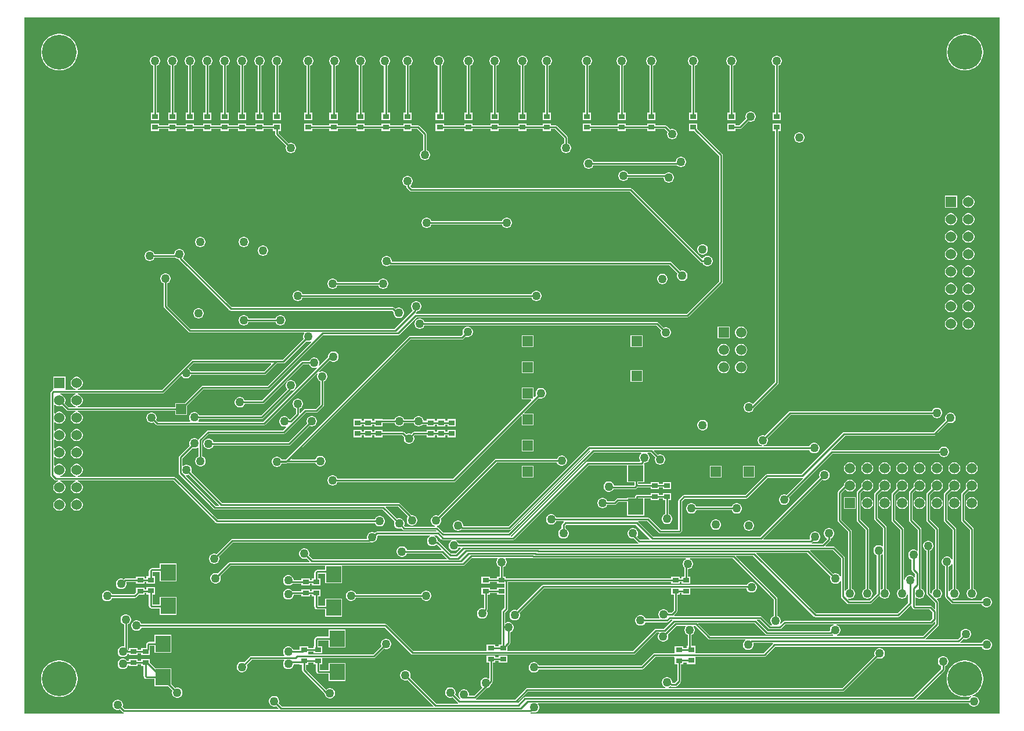
<source format=gbl>
G04*
G04 #@! TF.GenerationSoftware,Altium Limited,Altium Designer,22.3.1 (43)*
G04*
G04 Layer_Physical_Order=4*
G04 Layer_Color=16711680*
%FSLAX25Y25*%
%MOIN*%
G70*
G04*
G04 #@! TF.SameCoordinates,D44AF7EC-015F-415D-BC9C-BA0083E1B9C0*
G04*
G04*
G04 #@! TF.FilePolarity,Positive*
G04*
G01*
G75*
%ADD11C,0.01000*%
%ADD18R,0.03740X0.03150*%
%ADD41R,0.05906X0.05906*%
%ADD42C,0.05906*%
%ADD43C,0.06000*%
%ADD44R,0.06000X0.06000*%
%ADD45R,0.05906X0.05906*%
%ADD46C,0.20000*%
%ADD47C,0.05000*%
%ADD55R,0.08858X0.09252*%
G36*
X560000D02*
X290648D01*
X290599Y500D01*
X290890Y558D01*
X291217Y777D01*
X291342Y704D01*
X292105Y500D01*
X292895D01*
X293658Y704D01*
X294342Y1099D01*
X294901Y1658D01*
X295296Y2342D01*
X295500Y3105D01*
Y3895D01*
X295296Y4658D01*
X294901Y5342D01*
X294762Y5480D01*
X294969Y5980D01*
X542367D01*
X542404Y5842D01*
X542799Y5158D01*
X543358Y4599D01*
X544042Y4204D01*
X544805Y4000D01*
X545595D01*
X546358Y4204D01*
X547042Y4599D01*
X547601Y5158D01*
X547996Y5842D01*
X548200Y6605D01*
Y7395D01*
X547996Y8158D01*
X547601Y8842D01*
X547042Y9401D01*
X546358Y9796D01*
X545595Y10000D01*
X544805D01*
X544380Y9886D01*
X544200Y10356D01*
X545503Y11020D01*
X546840Y11991D01*
X548009Y13160D01*
X548980Y14497D01*
X549731Y15969D01*
X550242Y17541D01*
X550500Y19174D01*
Y20826D01*
X550242Y22459D01*
X549731Y24031D01*
X548980Y25503D01*
X548009Y26840D01*
X546840Y28009D01*
X545503Y28980D01*
X544031Y29731D01*
X542459Y30242D01*
X540826Y30500D01*
X539174D01*
X537541Y30242D01*
X535969Y29731D01*
X534497Y28980D01*
X533160Y28009D01*
X531991Y26840D01*
X531020Y25503D01*
X530269Y24031D01*
X529759Y22459D01*
X529500Y20826D01*
Y19174D01*
X529759Y17541D01*
X530269Y15969D01*
X531020Y14497D01*
X531991Y13160D01*
X533160Y11991D01*
X534497Y11020D01*
X535969Y10269D01*
X537541Y9759D01*
X539174Y9500D01*
X540826D01*
X542459Y9759D01*
X543646Y10144D01*
X543851Y9685D01*
X543358Y9401D01*
X542799Y8842D01*
X542404Y8158D01*
X542367Y8020D01*
X512215D01*
X512023Y8482D01*
X528221Y24679D01*
X528442Y25010D01*
X528520Y25400D01*
Y27167D01*
X528658Y27204D01*
X529342Y27599D01*
X529901Y28158D01*
X530296Y28842D01*
X530500Y29605D01*
Y30395D01*
X530296Y31158D01*
X529901Y31842D01*
X529342Y32401D01*
X528658Y32796D01*
X527895Y33000D01*
X527105D01*
X526342Y32796D01*
X525658Y32401D01*
X525099Y31842D01*
X524704Y31158D01*
X524500Y30395D01*
Y29605D01*
X524704Y28842D01*
X525099Y28158D01*
X525658Y27599D01*
X526342Y27204D01*
X526480Y27167D01*
Y25822D01*
X510178Y9520D01*
X287452D01*
X287062Y9442D01*
X286731Y9221D01*
X283442Y5932D01*
X283313Y5964D01*
X283160Y6518D01*
X289222Y12580D01*
X470100D01*
X470490Y12658D01*
X470821Y12879D01*
X489818Y31876D01*
X489942Y31804D01*
X490705Y31600D01*
X491495D01*
X492258Y31804D01*
X492942Y32199D01*
X493501Y32758D01*
X493896Y33442D01*
X494100Y34205D01*
Y34995D01*
X493896Y35758D01*
X493501Y36442D01*
X492942Y37001D01*
X492258Y37396D01*
X491495Y37600D01*
X490705D01*
X489942Y37396D01*
X489258Y37001D01*
X488699Y36442D01*
X488304Y35758D01*
X488100Y34995D01*
Y34205D01*
X488304Y33442D01*
X488376Y33318D01*
X469678Y14620D01*
X369907D01*
X369841Y15120D01*
X370158Y15204D01*
X370842Y15599D01*
X370957Y15715D01*
X371192Y15558D01*
X371582Y15480D01*
X373850D01*
X374241Y15558D01*
X374571Y15779D01*
X376571Y17779D01*
X376792Y18110D01*
X376870Y18500D01*
Y28276D01*
X378221D01*
Y29480D01*
X380480D01*
Y28425D01*
X385221D01*
X385221Y32575D01*
X385718Y32580D01*
X424900D01*
X425290Y32658D01*
X425621Y32879D01*
X431222Y38480D01*
X549667D01*
X549704Y38342D01*
X550099Y37658D01*
X550658Y37099D01*
X551342Y36704D01*
X552105Y36500D01*
X552895D01*
X553658Y36704D01*
X554342Y37099D01*
X554901Y37658D01*
X555296Y38342D01*
X555500Y39105D01*
Y39895D01*
X555296Y40658D01*
X554901Y41342D01*
X554342Y41901D01*
X553658Y42296D01*
X552895Y42500D01*
X552105D01*
X551342Y42296D01*
X550658Y41901D01*
X550099Y41342D01*
X549704Y40658D01*
X549667Y40520D01*
X537460D01*
X537261Y41020D01*
X539218Y42976D01*
X539342Y42904D01*
X540105Y42700D01*
X540895D01*
X541658Y42904D01*
X542342Y43299D01*
X542901Y43858D01*
X543296Y44542D01*
X543500Y45305D01*
Y46095D01*
X543296Y46858D01*
X542901Y47542D01*
X542342Y48101D01*
X541658Y48496D01*
X540895Y48700D01*
X540105D01*
X539342Y48496D01*
X538658Y48101D01*
X538099Y47542D01*
X537704Y46858D01*
X537500Y46095D01*
Y45305D01*
X537704Y44542D01*
X537776Y44418D01*
X535978Y42620D01*
X517569D01*
X517361Y43120D01*
X524721Y50479D01*
X524942Y50810D01*
X525020Y51200D01*
Y64000D01*
X524942Y64390D01*
X524721Y64721D01*
X523942Y65500D01*
X524149Y66000D01*
X524395D01*
X525158Y66204D01*
X525842Y66599D01*
X526401Y67158D01*
X526796Y67842D01*
X527000Y68605D01*
Y69395D01*
X526796Y70158D01*
X526401Y70842D01*
X525842Y71401D01*
X525158Y71796D01*
X525020Y71833D01*
Y106150D01*
X524942Y106540D01*
X524721Y106871D01*
X520020Y111572D01*
Y125727D01*
X522292Y127999D01*
X522667Y127782D01*
X523545Y127547D01*
X524455D01*
X525333Y127782D01*
X526120Y128237D01*
X526763Y128880D01*
X527217Y129667D01*
X527453Y130545D01*
Y131455D01*
X527217Y132333D01*
X526763Y133120D01*
X526120Y133763D01*
X525333Y134218D01*
X524455Y134453D01*
X523545D01*
X522667Y134218D01*
X521880Y133763D01*
X521237Y133120D01*
X520783Y132333D01*
X520547Y131455D01*
Y130545D01*
X520783Y129667D01*
X520890Y129481D01*
X518279Y126871D01*
X518058Y126540D01*
X517980Y126150D01*
Y111150D01*
X518058Y110759D01*
X518279Y110429D01*
X522980Y105727D01*
Y71833D01*
X522842Y71796D01*
X522158Y71401D01*
X521599Y70842D01*
X521204Y70158D01*
X521000Y69395D01*
Y69149D01*
X520500Y68942D01*
X520020Y69422D01*
Y93518D01*
X520158Y93555D01*
X520842Y93950D01*
X521401Y94508D01*
X521796Y95192D01*
X522000Y95955D01*
Y96745D01*
X521796Y97508D01*
X521401Y98192D01*
X520842Y98751D01*
X520158Y99146D01*
X519395Y99350D01*
X518605D01*
X517842Y99146D01*
X517158Y98751D01*
X516599Y98192D01*
X516204Y97508D01*
X516000Y96745D01*
Y95955D01*
X516204Y95192D01*
X516599Y94508D01*
X517158Y93950D01*
X517842Y93555D01*
X517980Y93518D01*
Y69000D01*
X518058Y68610D01*
X518279Y68279D01*
X522980Y63578D01*
Y60315D01*
X522518Y60123D01*
X520921Y61721D01*
X520590Y61942D01*
X520200Y62020D01*
X511520D01*
Y66531D01*
X512020Y66738D01*
X512158Y66599D01*
X512842Y66204D01*
X513605Y66000D01*
X514395D01*
X515158Y66204D01*
X515842Y66599D01*
X516401Y67158D01*
X516796Y67842D01*
X517000Y68605D01*
Y69395D01*
X516796Y70158D01*
X516401Y70842D01*
X515842Y71401D01*
X515158Y71796D01*
X515020Y71833D01*
Y106150D01*
X514942Y106540D01*
X514721Y106871D01*
X510020Y111572D01*
Y126727D01*
X511705Y128412D01*
X511880Y128237D01*
X512667Y127782D01*
X513545Y127547D01*
X514455D01*
X515333Y127782D01*
X516120Y128237D01*
X516763Y128880D01*
X517217Y129667D01*
X517453Y130545D01*
Y131455D01*
X517217Y132333D01*
X516763Y133120D01*
X516120Y133763D01*
X515333Y134218D01*
X514455Y134453D01*
X513545D01*
X512667Y134218D01*
X511880Y133763D01*
X511237Y133120D01*
X510782Y132333D01*
X510547Y131455D01*
Y130545D01*
X510633Y130225D01*
X508279Y127871D01*
X508058Y127540D01*
X507980Y127150D01*
Y111150D01*
X508058Y110759D01*
X508279Y110429D01*
X512980Y105727D01*
Y93669D01*
X512480Y93462D01*
X512342Y93601D01*
X511658Y93996D01*
X510895Y94200D01*
X510105D01*
X509342Y93996D01*
X508658Y93601D01*
X508099Y93042D01*
X507704Y92358D01*
X507500Y91595D01*
Y90805D01*
X507704Y90042D01*
X508099Y89358D01*
X508658Y88799D01*
X509342Y88404D01*
X509480Y88367D01*
Y82584D01*
X509558Y82194D01*
X509779Y81863D01*
X511480Y80162D01*
Y78338D01*
X510980Y78204D01*
X510901Y78342D01*
X510342Y78901D01*
X509658Y79296D01*
X508895Y79500D01*
X508105D01*
X507342Y79296D01*
X506658Y78901D01*
X506099Y78342D01*
X505704Y77658D01*
X505520Y76968D01*
X505020Y77034D01*
Y106150D01*
X504942Y106540D01*
X504721Y106871D01*
X500020Y111572D01*
Y125727D01*
X502292Y127999D01*
X502667Y127782D01*
X503545Y127547D01*
X504455D01*
X505333Y127782D01*
X506120Y128237D01*
X506763Y128880D01*
X507218Y129667D01*
X507453Y130545D01*
Y131455D01*
X507218Y132333D01*
X506763Y133120D01*
X506120Y133763D01*
X505333Y134218D01*
X504455Y134453D01*
X503545D01*
X502667Y134218D01*
X501880Y133763D01*
X501237Y133120D01*
X500782Y132333D01*
X500547Y131455D01*
Y130545D01*
X500782Y129667D01*
X500890Y129481D01*
X498279Y126871D01*
X498058Y126540D01*
X497980Y126150D01*
Y111150D01*
X498058Y110759D01*
X498279Y110429D01*
X502980Y105727D01*
Y71833D01*
X502842Y71796D01*
X502158Y71401D01*
X501599Y70842D01*
X501204Y70158D01*
X501000Y69395D01*
Y68605D01*
X501204Y67842D01*
X501599Y67158D01*
X502158Y66599D01*
X502842Y66204D01*
X503605Y66000D01*
X504395D01*
X505158Y66204D01*
X505842Y66599D01*
X506401Y67158D01*
X506796Y67842D01*
X506980Y68532D01*
X507480Y68466D01*
Y63694D01*
X501306Y57520D01*
X454622D01*
X420301Y91841D01*
X420492Y92303D01*
X449455D01*
X462976Y78782D01*
X462904Y78658D01*
X462700Y77895D01*
Y77105D01*
X462904Y76342D01*
X463299Y75658D01*
X463858Y75099D01*
X464542Y74704D01*
X465305Y74500D01*
X466095D01*
X466858Y74704D01*
X467542Y75099D01*
X468101Y75658D01*
X468380Y76143D01*
X468880Y76009D01*
Y67200D01*
X468958Y66810D01*
X469179Y66479D01*
X472479Y63179D01*
X472810Y62958D01*
X473200Y62880D01*
X485700D01*
X486090Y62958D01*
X486421Y63179D01*
X490794Y67552D01*
X491419Y67470D01*
X491599Y67158D01*
X492158Y66599D01*
X492842Y66204D01*
X493605Y66000D01*
X494395D01*
X495158Y66204D01*
X495842Y66599D01*
X496401Y67158D01*
X496796Y67842D01*
X497000Y68605D01*
Y69395D01*
X496796Y70158D01*
X496401Y70842D01*
X495842Y71401D01*
X495158Y71796D01*
X495020Y71833D01*
Y107150D01*
X494942Y107540D01*
X494721Y107871D01*
X490020Y112572D01*
Y125727D01*
X492292Y127999D01*
X492667Y127782D01*
X493545Y127547D01*
X494455D01*
X495333Y127782D01*
X496120Y128237D01*
X496763Y128880D01*
X497218Y129667D01*
X497453Y130545D01*
Y131455D01*
X497218Y132333D01*
X496763Y133120D01*
X496120Y133763D01*
X495333Y134218D01*
X494455Y134453D01*
X493545D01*
X492667Y134218D01*
X491880Y133763D01*
X491237Y133120D01*
X490782Y132333D01*
X490547Y131455D01*
Y130545D01*
X490782Y129667D01*
X490890Y129481D01*
X488279Y126871D01*
X488058Y126540D01*
X487980Y126150D01*
Y112150D01*
X488058Y111759D01*
X488279Y111429D01*
X492980Y106727D01*
Y96269D01*
X492480Y96062D01*
X492342Y96201D01*
X491658Y96596D01*
X490895Y96800D01*
X490105D01*
X489342Y96596D01*
X488658Y96201D01*
X488099Y95642D01*
X487704Y94958D01*
X487500Y94195D01*
Y93405D01*
X487704Y92642D01*
X488099Y91958D01*
X488658Y91399D01*
X489342Y91004D01*
X489480Y90967D01*
Y69122D01*
X485278Y64920D01*
X473622D01*
X472860Y65682D01*
X473119Y66130D01*
X473605Y66000D01*
X474395D01*
X475158Y66204D01*
X475842Y66599D01*
X476401Y67158D01*
X476796Y67842D01*
X477000Y68605D01*
Y69395D01*
X476796Y70158D01*
X476401Y70842D01*
X475842Y71401D01*
X475158Y71796D01*
X475020Y71833D01*
Y105000D01*
X474942Y105390D01*
X474721Y105721D01*
X469020Y111422D01*
Y126578D01*
X471279Y128838D01*
X471880Y128237D01*
X472667Y127782D01*
X473545Y127547D01*
X474455D01*
X475333Y127782D01*
X476120Y128237D01*
X476763Y128880D01*
X477217Y129667D01*
X477453Y130545D01*
Y131455D01*
X477217Y132333D01*
X476763Y133120D01*
X476120Y133763D01*
X475333Y134218D01*
X474455Y134453D01*
X473545D01*
X472667Y134218D01*
X471880Y133763D01*
X471237Y133120D01*
X470783Y132333D01*
X470547Y131455D01*
Y130970D01*
X470490Y130932D01*
X467279Y127721D01*
X467058Y127390D01*
X466980Y127000D01*
Y111000D01*
X467058Y110610D01*
X467279Y110279D01*
X472980Y104578D01*
Y71833D01*
X472842Y71796D01*
X472158Y71401D01*
X471599Y70842D01*
X471420Y70531D01*
X470920Y70665D01*
Y89600D01*
X470842Y89990D01*
X470621Y90321D01*
X465221Y95721D01*
X464890Y95942D01*
X464500Y96020D01*
X460215D01*
X460023Y96482D01*
X462721Y99179D01*
X462942Y99510D01*
X463020Y99900D01*
Y100667D01*
X463158Y100704D01*
X463842Y101099D01*
X464401Y101658D01*
X464796Y102342D01*
X465000Y103105D01*
Y103895D01*
X464796Y104658D01*
X464401Y105342D01*
X463842Y105901D01*
X463158Y106296D01*
X462395Y106500D01*
X461605D01*
X460842Y106296D01*
X460158Y105901D01*
X459599Y105342D01*
X459204Y104658D01*
X459000Y103895D01*
Y103105D01*
X459204Y102342D01*
X459599Y101658D01*
X460158Y101099D01*
X460781Y100740D01*
X460843Y100451D01*
X460844Y100186D01*
X458178Y97520D01*
X451918D01*
X451869Y98020D01*
X452062Y98058D01*
X452392Y98279D01*
X452827Y98713D01*
X452842Y98704D01*
X453605Y98500D01*
X454395D01*
X455158Y98704D01*
X455842Y99099D01*
X456401Y99658D01*
X456796Y100342D01*
X457000Y101105D01*
Y101895D01*
X456796Y102658D01*
X456401Y103342D01*
X455842Y103901D01*
X455158Y104296D01*
X454395Y104500D01*
X453605D01*
X452842Y104296D01*
X452158Y103901D01*
X451599Y103342D01*
X451204Y102658D01*
X451000Y101895D01*
Y101105D01*
X451157Y100520D01*
X450920Y100108D01*
X450813Y100020D01*
X424515D01*
X424323Y100481D01*
X458118Y134276D01*
X458242Y134204D01*
X459005Y134000D01*
X459795D01*
X460558Y134204D01*
X461242Y134599D01*
X461801Y135158D01*
X462196Y135842D01*
X462400Y136605D01*
Y137395D01*
X462196Y138158D01*
X461801Y138842D01*
X461242Y139401D01*
X460558Y139796D01*
X459795Y140000D01*
X459005D01*
X458242Y139796D01*
X457558Y139401D01*
X456999Y138842D01*
X456604Y138158D01*
X456400Y137395D01*
Y136605D01*
X456604Y135842D01*
X456676Y135718D01*
X422478Y101520D01*
X360922D01*
X352361Y110080D01*
X352560Y110580D01*
X357678D01*
X364423Y103835D01*
X364754Y103614D01*
X365144Y103536D01*
X375914D01*
X376304Y103614D01*
X376635Y103835D01*
X377221Y104421D01*
X377442Y104752D01*
X377520Y105142D01*
Y121978D01*
X379022Y123480D01*
X414300D01*
X414690Y123558D01*
X415021Y123779D01*
X426722Y135480D01*
X446500D01*
X446789Y135538D01*
X447041Y135221D01*
X447084Y135126D01*
X437582Y125624D01*
X437458Y125696D01*
X436695Y125900D01*
X435905D01*
X435142Y125696D01*
X434458Y125301D01*
X433899Y124742D01*
X433504Y124058D01*
X433300Y123295D01*
Y122505D01*
X433504Y121742D01*
X433899Y121058D01*
X434458Y120499D01*
X435142Y120104D01*
X435905Y119900D01*
X436695D01*
X437458Y120104D01*
X438142Y120499D01*
X438701Y121058D01*
X439096Y121742D01*
X439300Y122505D01*
Y123295D01*
X439096Y124058D01*
X439024Y124182D01*
X464222Y149380D01*
X525167D01*
X525204Y149242D01*
X525599Y148558D01*
X526158Y147999D01*
X526842Y147604D01*
X527605Y147400D01*
X528395D01*
X529158Y147604D01*
X529842Y147999D01*
X530401Y148558D01*
X530796Y149242D01*
X531000Y150005D01*
Y150795D01*
X530796Y151558D01*
X530401Y152242D01*
X529842Y152801D01*
X529158Y153196D01*
X528395Y153400D01*
X527605D01*
X526842Y153196D01*
X526158Y152801D01*
X525599Y152242D01*
X525204Y151558D01*
X525167Y151420D01*
X463800D01*
X463511Y151362D01*
X463259Y151679D01*
X463216Y151775D01*
X471222Y159780D01*
X522600D01*
X522990Y159858D01*
X523321Y160079D01*
X530468Y167226D01*
X530592Y167154D01*
X531355Y166950D01*
X532145D01*
X532908Y167154D01*
X533592Y167549D01*
X534151Y168108D01*
X534546Y168792D01*
X534750Y169555D01*
Y170345D01*
X534546Y171108D01*
X534151Y171792D01*
X533592Y172351D01*
X532908Y172746D01*
X532145Y172950D01*
X531355D01*
X530592Y172746D01*
X529908Y172351D01*
X529349Y171792D01*
X528954Y171108D01*
X528750Y170345D01*
Y169555D01*
X528954Y168792D01*
X529026Y168668D01*
X522178Y161820D01*
X470800D01*
X470410Y161742D01*
X470079Y161521D01*
X446078Y137520D01*
X426300D01*
X425910Y137442D01*
X425579Y137221D01*
X413878Y125520D01*
X378600D01*
X378210Y125442D01*
X377879Y125221D01*
X375779Y123121D01*
X375558Y122790D01*
X375480Y122400D01*
Y105576D01*
X365566D01*
X358821Y112321D01*
X358490Y112542D01*
X358100Y112620D01*
X305333D01*
X305296Y112758D01*
X304901Y113442D01*
X304342Y114001D01*
X303658Y114396D01*
X302895Y114600D01*
X302105D01*
X301342Y114396D01*
X300658Y114001D01*
X300099Y113442D01*
X299704Y112758D01*
X299500Y111995D01*
Y111205D01*
X299704Y110442D01*
X300099Y109758D01*
X300658Y109199D01*
X301342Y108804D01*
X302105Y108600D01*
X302895D01*
X303658Y108804D01*
X304342Y109199D01*
X304901Y109758D01*
X305296Y110442D01*
X305333Y110580D01*
X309589D01*
X309788Y110080D01*
X308779Y109071D01*
X308558Y108741D01*
X308480Y108350D01*
Y106333D01*
X308342Y106296D01*
X307658Y105901D01*
X307099Y105342D01*
X306704Y104658D01*
X306500Y103895D01*
Y103105D01*
X306704Y102342D01*
X307099Y101658D01*
X307658Y101099D01*
X308342Y100704D01*
X309105Y100500D01*
X309895D01*
X310658Y100704D01*
X311342Y101099D01*
X311901Y101658D01*
X312296Y102342D01*
X312500Y103105D01*
Y103895D01*
X312296Y104658D01*
X311901Y105342D01*
X311342Y105901D01*
X310658Y106296D01*
X310520Y106333D01*
Y107928D01*
X311072Y108480D01*
X351078D01*
X359077Y100481D01*
X358885Y100020D01*
X353408D01*
X351785Y101643D01*
X351801Y101658D01*
X352196Y102342D01*
X352400Y103105D01*
Y103895D01*
X352196Y104658D01*
X351801Y105342D01*
X351242Y105901D01*
X350558Y106296D01*
X349795Y106500D01*
X349005D01*
X348242Y106296D01*
X347558Y105901D01*
X346999Y105342D01*
X346604Y104658D01*
X346400Y103895D01*
Y103105D01*
X346604Y102342D01*
X346999Y101658D01*
X347558Y101099D01*
X348242Y100704D01*
X349005Y100500D01*
X349795D01*
X349991Y100553D01*
X352265Y98279D01*
X352596Y98058D01*
X352789Y98020D01*
X352740Y97520D01*
X249433D01*
X249396Y97658D01*
X249001Y98342D01*
X248442Y98901D01*
X247758Y99296D01*
X247880Y99780D01*
X280500D01*
X280890Y99858D01*
X281221Y100079D01*
X323922Y142780D01*
X346071D01*
Y133016D01*
X350229D01*
Y131138D01*
X350161Y131070D01*
X338522D01*
X338381Y131594D01*
X337986Y132278D01*
X337428Y132837D01*
X336744Y133232D01*
X335981Y133436D01*
X335191D01*
X334428Y133232D01*
X333744Y132837D01*
X333185Y132278D01*
X332790Y131594D01*
X332586Y130831D01*
Y130041D01*
X332790Y129278D01*
X333185Y128594D01*
X333744Y128036D01*
X334428Y127641D01*
X335191Y127436D01*
X335981D01*
X336744Y127641D01*
X337428Y128036D01*
X337986Y128594D01*
X338239Y129031D01*
X350584D01*
X350974Y129108D01*
X351305Y129329D01*
X351937Y129962D01*
X359630D01*
Y128925D01*
X364370D01*
Y129980D01*
X366630D01*
Y128925D01*
X371370D01*
Y133075D01*
X366630D01*
Y132020D01*
X364370D01*
Y133075D01*
X359630D01*
Y132001D01*
X352268D01*
Y133016D01*
X355929D01*
Y143268D01*
X355929Y143268D01*
X355820Y143768D01*
X356004Y144000D01*
X356395D01*
X357158Y144204D01*
X357842Y144599D01*
X358401Y145158D01*
X358796Y145842D01*
X359000Y146605D01*
Y147395D01*
X358796Y148158D01*
X358401Y148842D01*
X357842Y149401D01*
X357704Y149480D01*
X357838Y149980D01*
X359578D01*
X362276Y147282D01*
X362204Y147158D01*
X362000Y146395D01*
Y145605D01*
X362204Y144842D01*
X362599Y144158D01*
X363158Y143599D01*
X363842Y143204D01*
X364605Y143000D01*
X365395D01*
X366158Y143204D01*
X366842Y143599D01*
X367401Y144158D01*
X367796Y144842D01*
X368000Y145605D01*
Y146395D01*
X367796Y147158D01*
X367401Y147842D01*
X366842Y148401D01*
X366158Y148796D01*
X365395Y149000D01*
X364605D01*
X363842Y148796D01*
X363718Y148724D01*
X361423Y151019D01*
X361615Y151480D01*
X450667D01*
X450704Y151342D01*
X451099Y150658D01*
X451658Y150099D01*
X452342Y149704D01*
X453105Y149500D01*
X453895D01*
X454658Y149704D01*
X455342Y150099D01*
X455901Y150658D01*
X456296Y151342D01*
X456500Y152105D01*
Y152895D01*
X456296Y153658D01*
X455901Y154342D01*
X455342Y154901D01*
X454658Y155296D01*
X453895Y155500D01*
X453105D01*
X452342Y155296D01*
X451658Y154901D01*
X451099Y154342D01*
X450704Y153658D01*
X450667Y153520D01*
X424534D01*
X424468Y154020D01*
X425158Y154204D01*
X425842Y154599D01*
X426401Y155158D01*
X426796Y155842D01*
X427000Y156605D01*
Y157395D01*
X426796Y158158D01*
X426687Y158345D01*
X440122Y171780D01*
X521167D01*
X521204Y171642D01*
X521599Y170958D01*
X522158Y170399D01*
X522842Y170004D01*
X523605Y169800D01*
X524395D01*
X525158Y170004D01*
X525842Y170399D01*
X526401Y170958D01*
X526796Y171642D01*
X527000Y172405D01*
Y173195D01*
X526796Y173958D01*
X526401Y174642D01*
X525842Y175201D01*
X525158Y175596D01*
X524395Y175800D01*
X523605D01*
X522842Y175596D01*
X522158Y175201D01*
X521599Y174642D01*
X521204Y173958D01*
X521167Y173820D01*
X439700D01*
X439310Y173742D01*
X438979Y173521D01*
X425219Y159760D01*
X425158Y159796D01*
X424395Y160000D01*
X423605D01*
X422842Y159796D01*
X422158Y159401D01*
X421599Y158842D01*
X421204Y158158D01*
X421000Y157395D01*
Y156605D01*
X421204Y155842D01*
X421599Y155158D01*
X422158Y154599D01*
X422842Y154204D01*
X423532Y154020D01*
X423466Y153520D01*
X324387D01*
X323997Y153442D01*
X323666Y153221D01*
X278064Y107620D01*
X252000D01*
Y108395D01*
X251796Y109158D01*
X251401Y109842D01*
X250842Y110401D01*
X250158Y110796D01*
X249395Y111000D01*
X248605D01*
X247842Y110796D01*
X247158Y110401D01*
X246599Y109842D01*
X246204Y109158D01*
X246000Y108395D01*
Y107605D01*
X246204Y106842D01*
X246599Y106158D01*
X247158Y105599D01*
X247842Y105204D01*
X248605Y105000D01*
X249395D01*
X250158Y105204D01*
X250842Y105599D01*
X250977Y105735D01*
X251092Y105658D01*
X251482Y105580D01*
X278487D01*
X278877Y105658D01*
X279208Y105879D01*
X324482Y151154D01*
X324503Y151149D01*
X324668Y150607D01*
X277980Y103920D01*
X240644D01*
X237442Y107121D01*
X237111Y107342D01*
X236922Y107380D01*
X236905Y107893D01*
X237508Y108054D01*
X238192Y108449D01*
X238751Y109008D01*
X239146Y109692D01*
X239350Y110455D01*
Y111245D01*
X239146Y112008D01*
X239074Y112132D01*
X271222Y144280D01*
X305767D01*
X305804Y144142D01*
X306199Y143458D01*
X306758Y142899D01*
X307442Y142504D01*
X308205Y142300D01*
X308995D01*
X309758Y142504D01*
X310442Y142899D01*
X311001Y143458D01*
X311396Y144142D01*
X311600Y144905D01*
Y145695D01*
X311396Y146458D01*
X311001Y147142D01*
X310442Y147701D01*
X309758Y148096D01*
X308995Y148300D01*
X308205D01*
X307442Y148096D01*
X306758Y147701D01*
X306199Y147142D01*
X305804Y146458D01*
X305767Y146320D01*
X270800D01*
X270410Y146242D01*
X270079Y146021D01*
X237632Y113574D01*
X237508Y113646D01*
X236745Y113850D01*
X235955D01*
X235192Y113646D01*
X234508Y113251D01*
X233949Y112692D01*
X233554Y112008D01*
X233350Y111245D01*
Y110455D01*
X233554Y109692D01*
X233949Y109008D01*
X234508Y108449D01*
X235192Y108054D01*
X235695Y107920D01*
X235630Y107420D01*
X218422D01*
X217924Y107918D01*
X217996Y108042D01*
X218200Y108805D01*
Y109595D01*
X217996Y110358D01*
X217601Y111042D01*
X217042Y111601D01*
X216358Y111996D01*
X215595Y112200D01*
X214805D01*
X214042Y111996D01*
X213918Y111924D01*
X207324Y118518D01*
X207515Y118980D01*
X214578D01*
X220055Y113503D01*
X220099Y112842D01*
X219704Y112158D01*
X219500Y111395D01*
Y110605D01*
X219704Y109842D01*
X220099Y109158D01*
X220658Y108599D01*
X221342Y108204D01*
X222105Y108000D01*
X222895D01*
X223658Y108204D01*
X224342Y108599D01*
X224901Y109158D01*
X225296Y109842D01*
X225500Y110605D01*
Y111395D01*
X225296Y112158D01*
X224901Y112842D01*
X224342Y113401D01*
X223658Y113796D01*
X222895Y114000D01*
X222343D01*
X222143Y114299D01*
X215721Y120721D01*
X215390Y120942D01*
X215000Y121020D01*
X113522D01*
X95824Y138718D01*
X95896Y138842D01*
X96100Y139605D01*
Y140395D01*
X95896Y141158D01*
X95501Y141842D01*
X94942Y142401D01*
X94258Y142796D01*
X93495Y143000D01*
X92705D01*
X91942Y142796D01*
X91258Y142401D01*
X91120Y142262D01*
X90620Y142469D01*
Y146778D01*
X96318Y152476D01*
X96442Y152404D01*
X97205Y152200D01*
X97995D01*
X98758Y152404D01*
X99442Y152799D01*
X99580Y152938D01*
X100080Y152731D01*
Y147833D01*
X99942Y147796D01*
X99258Y147401D01*
X98699Y146842D01*
X98304Y146158D01*
X98100Y145395D01*
Y144605D01*
X98304Y143842D01*
X98699Y143158D01*
X99258Y142599D01*
X99942Y142204D01*
X100705Y142000D01*
X101495D01*
X102258Y142204D01*
X102942Y142599D01*
X103501Y143158D01*
X103896Y143842D01*
X104100Y144605D01*
Y145395D01*
X103896Y146158D01*
X103501Y146842D01*
X102942Y147401D01*
X102258Y147796D01*
X102120Y147833D01*
Y156878D01*
X106022Y160780D01*
X149000D01*
X149390Y160858D01*
X149721Y161079D01*
X161622Y172980D01*
X167645D01*
X168036Y173058D01*
X168366Y173279D01*
X171721Y176634D01*
X171942Y176964D01*
X172020Y177355D01*
Y190867D01*
X172158Y190904D01*
X172842Y191299D01*
X173401Y191858D01*
X173796Y192542D01*
X174000Y193305D01*
Y194095D01*
X173796Y194858D01*
X173401Y195542D01*
X172842Y196101D01*
X172158Y196496D01*
X171395Y196700D01*
X170605D01*
X169842Y196496D01*
X169375Y196226D01*
X169068Y196626D01*
X175399Y202957D01*
X175608Y202749D01*
X176292Y202354D01*
X177055Y202150D01*
X177845D01*
X178608Y202354D01*
X179292Y202749D01*
X179850Y203308D01*
X180245Y203992D01*
X180450Y204755D01*
Y205545D01*
X180245Y206308D01*
X179850Y206992D01*
X179292Y207550D01*
X178608Y207945D01*
X177845Y208150D01*
X177055D01*
X176292Y207945D01*
X175608Y207550D01*
X175049Y206992D01*
X174654Y206308D01*
X174450Y205545D01*
Y204825D01*
X174250Y204692D01*
X169463Y199905D01*
X169062Y200212D01*
X169196Y200442D01*
X169400Y201205D01*
Y201995D01*
X169196Y202758D01*
X168801Y203442D01*
X168242Y204001D01*
X167558Y204396D01*
X166795Y204600D01*
X166005D01*
X165242Y204396D01*
X164558Y204001D01*
X163999Y203442D01*
X163604Y202758D01*
X163567Y202620D01*
X159600D01*
X159210Y202542D01*
X158879Y202321D01*
X136478Y179920D01*
X126533D01*
X126496Y180058D01*
X126101Y180742D01*
X125542Y181301D01*
X124858Y181696D01*
X124095Y181900D01*
X123305D01*
X122542Y181696D01*
X121858Y181301D01*
X121299Y180742D01*
X120904Y180058D01*
X120700Y179295D01*
Y178505D01*
X120904Y177742D01*
X121299Y177058D01*
X121858Y176499D01*
X122542Y176104D01*
X123305Y175900D01*
X124095D01*
X124858Y176104D01*
X125542Y176499D01*
X126101Y177058D01*
X126496Y177742D01*
X126533Y177880D01*
X136900D01*
X137290Y177958D01*
X137621Y178179D01*
X160022Y200580D01*
X163567D01*
X163604Y200442D01*
X163999Y199758D01*
X164558Y199199D01*
X165242Y198804D01*
X166005Y198600D01*
X166795D01*
X167558Y198804D01*
X167789Y198938D01*
X168096Y198538D01*
X137366Y167808D01*
X100058D01*
X99851Y168308D01*
X100001Y168458D01*
X100396Y169142D01*
X100433Y169280D01*
X136350D01*
X136740Y169358D01*
X137071Y169579D01*
X152956Y185463D01*
X152980Y185500D01*
X153395D01*
X154158Y185704D01*
X154842Y186099D01*
X155401Y186658D01*
X155796Y187342D01*
X156000Y188105D01*
Y188895D01*
X155796Y189658D01*
X155401Y190342D01*
X154842Y190901D01*
X154158Y191296D01*
X153395Y191500D01*
X152605D01*
X151842Y191296D01*
X151158Y190901D01*
X150599Y190342D01*
X150204Y189658D01*
X150000Y188895D01*
Y188105D01*
X150204Y187342D01*
X150599Y186658D01*
X150933Y186325D01*
X135928Y171320D01*
X100433D01*
X100396Y171458D01*
X100001Y172142D01*
X99442Y172701D01*
X98758Y173096D01*
X97995Y173300D01*
X97205D01*
X96442Y173096D01*
X95758Y172701D01*
X95199Y172142D01*
X94804Y171458D01*
X94600Y170695D01*
Y169905D01*
X94804Y169142D01*
X95199Y168458D01*
X95349Y168308D01*
X95142Y167808D01*
X76634D01*
X75724Y168718D01*
X75796Y168842D01*
X76000Y169605D01*
Y170395D01*
X75796Y171158D01*
X75401Y171842D01*
X74842Y172401D01*
X74158Y172796D01*
X73395Y173000D01*
X72605D01*
X71842Y172796D01*
X71158Y172401D01*
X70599Y171842D01*
X70204Y171158D01*
X70000Y170395D01*
Y169605D01*
X70204Y168842D01*
X70599Y168158D01*
X71158Y167599D01*
X71842Y167204D01*
X72605Y167000D01*
X73395D01*
X74158Y167204D01*
X74282Y167276D01*
X75491Y166067D01*
X75821Y165846D01*
X76212Y165769D01*
X137788D01*
X138179Y165846D01*
X138509Y166067D01*
X168074Y195632D01*
X168474Y195325D01*
X168204Y194858D01*
X168000Y194095D01*
Y193305D01*
X168204Y192542D01*
X168599Y191858D01*
X169158Y191299D01*
X169842Y190904D01*
X169980Y190867D01*
Y177777D01*
X167223Y175020D01*
X161200D01*
X160810Y174942D01*
X160479Y174721D01*
X158482Y172723D01*
X158020Y172915D01*
Y175167D01*
X158158Y175204D01*
X158842Y175599D01*
X159401Y176158D01*
X159796Y176842D01*
X160000Y177605D01*
Y178395D01*
X159796Y179158D01*
X159401Y179842D01*
X158842Y180401D01*
X158158Y180796D01*
X157395Y181000D01*
X156605D01*
X155842Y180796D01*
X155158Y180401D01*
X154599Y179842D01*
X154204Y179158D01*
X154000Y178395D01*
Y177605D01*
X154204Y176842D01*
X154599Y176158D01*
X155158Y175599D01*
X155842Y175204D01*
X155980Y175167D01*
Y172422D01*
X152614Y169056D01*
X152349Y169057D01*
X152060Y169119D01*
X151701Y169742D01*
X151142Y170301D01*
X150458Y170696D01*
X149695Y170900D01*
X148905D01*
X148142Y170696D01*
X147458Y170301D01*
X146899Y169742D01*
X146504Y169058D01*
X146300Y168295D01*
Y167505D01*
X146504Y166742D01*
X146899Y166058D01*
X147458Y165499D01*
X148142Y165104D01*
X148905Y164900D01*
X149695D01*
X150045Y164994D01*
X150303Y164545D01*
X148578Y162820D01*
X105600D01*
X105210Y162742D01*
X104879Y162521D01*
X100379Y158021D01*
X100158Y157690D01*
X100142Y157608D01*
X99599Y157443D01*
X99442Y157601D01*
X98758Y157996D01*
X97995Y158200D01*
X97205D01*
X96442Y157996D01*
X95758Y157601D01*
X95199Y157042D01*
X94804Y156358D01*
X94600Y155595D01*
Y154805D01*
X94804Y154042D01*
X94876Y153918D01*
X88879Y147921D01*
X88658Y147590D01*
X88580Y147200D01*
Y138200D01*
X88658Y137810D01*
X88879Y137479D01*
X108679Y117679D01*
X109010Y117458D01*
X109400Y117380D01*
X205578D01*
X212476Y110482D01*
X212404Y110358D01*
X212200Y109595D01*
Y108805D01*
X212404Y108042D01*
X212799Y107358D01*
X213358Y106799D01*
X214042Y106404D01*
X214805Y106200D01*
X215595D01*
X216358Y106404D01*
X216482Y106476D01*
X217279Y105679D01*
X217610Y105458D01*
X218000Y105380D01*
X236299D01*
X236698Y104982D01*
X236507Y104520D01*
X202235D01*
X201845Y104442D01*
X201514Y104221D01*
X201176Y103883D01*
X200808Y104096D01*
X200045Y104300D01*
X199255D01*
X198492Y104096D01*
X197808Y103701D01*
X197249Y103142D01*
X196854Y102458D01*
X196650Y101695D01*
Y100905D01*
X196700Y100716D01*
X196396Y100320D01*
X119300D01*
X118910Y100242D01*
X118579Y100021D01*
X110282Y91724D01*
X110158Y91796D01*
X109395Y92000D01*
X108605D01*
X107842Y91796D01*
X107158Y91401D01*
X106599Y90842D01*
X106204Y90158D01*
X106000Y89395D01*
Y88605D01*
X106204Y87842D01*
X106599Y87158D01*
X107158Y86599D01*
X107842Y86204D01*
X108605Y86000D01*
X109395D01*
X110158Y86204D01*
X110842Y86599D01*
X111401Y87158D01*
X111796Y87842D01*
X112000Y88605D01*
Y89395D01*
X111796Y90158D01*
X111724Y90282D01*
X119722Y98280D01*
X197650D01*
X198040Y98358D01*
X198367Y98576D01*
X198492Y98504D01*
X199255Y98300D01*
X200045D01*
X200808Y98504D01*
X201492Y98899D01*
X202050Y99458D01*
X202445Y100142D01*
X202650Y100905D01*
Y101695D01*
X202563Y102020D01*
X202935Y102480D01*
X232920D01*
X233042Y101996D01*
X232358Y101601D01*
X231799Y101042D01*
X231404Y100358D01*
X231200Y99595D01*
Y98805D01*
X231404Y98042D01*
X231799Y97358D01*
X232358Y96799D01*
X233042Y96404D01*
X233805Y96200D01*
X234595D01*
X235358Y96404D01*
X236042Y96799D01*
X236601Y97358D01*
X236986Y97072D01*
X239476Y94582D01*
X239285Y94120D01*
X219633D01*
X219596Y94258D01*
X219201Y94942D01*
X218642Y95501D01*
X217958Y95896D01*
X217195Y96100D01*
X216405D01*
X215642Y95896D01*
X214958Y95501D01*
X214399Y94942D01*
X214004Y94258D01*
X213800Y93495D01*
Y92705D01*
X214004Y91942D01*
X214399Y91258D01*
X214958Y90699D01*
X215642Y90304D01*
X216405Y90100D01*
X217195D01*
X217958Y90304D01*
X218642Y90699D01*
X219201Y91258D01*
X219596Y91942D01*
X219633Y92080D01*
X239578D01*
X242676Y88981D01*
X242485Y88520D01*
X165522D01*
X163424Y90618D01*
X163496Y90742D01*
X163700Y91505D01*
Y92295D01*
X163496Y93058D01*
X163101Y93742D01*
X162542Y94301D01*
X161858Y94696D01*
X161095Y94900D01*
X160305D01*
X159542Y94696D01*
X158858Y94301D01*
X158299Y93742D01*
X157904Y93058D01*
X157700Y92295D01*
Y91505D01*
X157904Y90742D01*
X158299Y90058D01*
X158858Y89499D01*
X159542Y89104D01*
X160305Y88900D01*
X161095D01*
X161858Y89104D01*
X161982Y89176D01*
X163677Y87481D01*
X163485Y87020D01*
X118000D01*
X117610Y86942D01*
X117279Y86721D01*
X111082Y80524D01*
X110958Y80596D01*
X110195Y80800D01*
X109405D01*
X108642Y80596D01*
X107958Y80201D01*
X107399Y79642D01*
X107004Y78958D01*
X106800Y78195D01*
Y77405D01*
X107004Y76642D01*
X107399Y75958D01*
X107958Y75399D01*
X108642Y75004D01*
X109405Y74800D01*
X110195D01*
X110958Y75004D01*
X111642Y75399D01*
X112201Y75958D01*
X112596Y76642D01*
X112800Y77405D01*
Y78195D01*
X112596Y78958D01*
X112524Y79082D01*
X118422Y84980D01*
X172571D01*
Y82520D01*
X168086D01*
X167696Y82442D01*
X167365Y82221D01*
X166779Y81635D01*
X166558Y81304D01*
X166480Y80914D01*
Y77724D01*
X165130D01*
Y76669D01*
X163870D01*
Y77724D01*
X159130D01*
Y76669D01*
X154500D01*
Y76895D01*
X154296Y77658D01*
X153901Y78342D01*
X153342Y78901D01*
X152658Y79296D01*
X151895Y79500D01*
X151105D01*
X150342Y79296D01*
X149658Y78901D01*
X149099Y78342D01*
X148704Y77658D01*
X148500Y76895D01*
Y76105D01*
X148704Y75342D01*
X149099Y74658D01*
X149658Y74099D01*
X150342Y73704D01*
X151105Y73500D01*
X151895D01*
X152658Y73704D01*
X153342Y74099D01*
X153873Y74630D01*
X159130D01*
Y73575D01*
X163870D01*
Y74630D01*
X165130D01*
Y73575D01*
X169870D01*
Y77724D01*
X168520D01*
Y80480D01*
X172571D01*
Y75020D01*
X182429D01*
Y84980D01*
X252100D01*
X252490Y85058D01*
X252821Y85279D01*
X257022Y89480D01*
X271531D01*
X271738Y88980D01*
X271599Y88842D01*
X271204Y88158D01*
X271000Y87395D01*
Y86605D01*
X271204Y85842D01*
X271599Y85158D01*
X272158Y84599D01*
X272831Y84211D01*
Y81500D01*
Y78724D01*
X271480D01*
Y77669D01*
X267220D01*
Y78724D01*
X262480D01*
Y74575D01*
X267220D01*
Y75630D01*
X271480D01*
Y74575D01*
X275780D01*
Y72425D01*
X271480D01*
Y71370D01*
X267220D01*
Y72425D01*
X262480D01*
Y68276D01*
X263831D01*
Y60860D01*
X263345Y60473D01*
X263245Y60500D01*
X262455D01*
X261692Y60296D01*
X261008Y59901D01*
X260450Y59342D01*
X260055Y58658D01*
X259850Y57895D01*
Y57105D01*
X260055Y56342D01*
X260450Y55658D01*
X261008Y55099D01*
X261692Y54704D01*
X262455Y54500D01*
X263245D01*
X264008Y54704D01*
X264692Y55099D01*
X265251Y55658D01*
X265646Y56342D01*
X265850Y57105D01*
Y57895D01*
X265646Y58658D01*
X265360Y59153D01*
X265571Y59365D01*
X265792Y59696D01*
X265870Y60086D01*
Y68276D01*
X267220D01*
Y69331D01*
X271480D01*
Y68276D01*
X275780D01*
Y60822D01*
X274129Y59171D01*
X273908Y58841D01*
X273831Y58450D01*
Y39724D01*
X272480D01*
Y38669D01*
X270220D01*
Y39724D01*
X265480D01*
Y36020D01*
X223285D01*
X208083Y51221D01*
X207753Y51442D01*
X207362Y51520D01*
X67231D01*
X67194Y51658D01*
X66799Y52342D01*
X66240Y52901D01*
X65556Y53296D01*
X64793Y53500D01*
X64003D01*
X63240Y53296D01*
X62556Y52901D01*
X61997Y52342D01*
X61602Y51658D01*
X61398Y50895D01*
Y50105D01*
X61602Y49342D01*
X61997Y48658D01*
X62556Y48099D01*
X63240Y47704D01*
X64003Y47500D01*
X64793D01*
X65556Y47704D01*
X66240Y48099D01*
X66799Y48658D01*
X67194Y49342D01*
X67231Y49480D01*
X206940D01*
X222141Y34279D01*
X222472Y34058D01*
X222862Y33980D01*
X349892D01*
X350282Y34058D01*
X350613Y34279D01*
X363115Y46780D01*
X364331D01*
X364538Y46280D01*
X364399Y46142D01*
X364004Y45458D01*
X363800Y44695D01*
Y43905D01*
X364004Y43142D01*
X364399Y42458D01*
X364958Y41899D01*
X365642Y41504D01*
X366405Y41300D01*
X367195D01*
X367958Y41504D01*
X368642Y41899D01*
X369201Y42458D01*
X369596Y43142D01*
X369800Y43905D01*
Y44695D01*
X369596Y45458D01*
X369524Y45582D01*
X374422Y50480D01*
X379531D01*
X379738Y49980D01*
X379599Y49842D01*
X379204Y49158D01*
X379000Y48395D01*
Y47605D01*
X379204Y46842D01*
X379599Y46158D01*
X380158Y45599D01*
X380831Y45211D01*
Y38874D01*
X380480D01*
Y37819D01*
X378221D01*
Y38724D01*
X373480D01*
Y34620D01*
X361800D01*
X361410Y34542D01*
X361079Y34321D01*
X354278Y27520D01*
X295433D01*
X295396Y27658D01*
X295001Y28342D01*
X294442Y28901D01*
X293758Y29296D01*
X292995Y29500D01*
X292205D01*
X291442Y29296D01*
X290758Y28901D01*
X290199Y28342D01*
X289804Y27658D01*
X289600Y26895D01*
Y26105D01*
X289804Y25342D01*
X290199Y24658D01*
X290758Y24099D01*
X291442Y23704D01*
X292205Y23500D01*
X292995D01*
X293758Y23704D01*
X294442Y24099D01*
X295001Y24658D01*
X295396Y25342D01*
X295433Y25480D01*
X354700D01*
X355090Y25558D01*
X355421Y25779D01*
X362222Y32580D01*
X373045D01*
X373480Y32425D01*
X373480Y32080D01*
Y28276D01*
X374831D01*
Y18922D01*
X373428Y17520D01*
X372477D01*
X372000Y17605D01*
Y18395D01*
X371796Y19158D01*
X371401Y19842D01*
X370842Y20401D01*
X370158Y20796D01*
X369395Y21000D01*
X368605D01*
X367842Y20796D01*
X367158Y20401D01*
X366599Y19842D01*
X366204Y19158D01*
X366000Y18395D01*
Y17605D01*
X366204Y16842D01*
X366599Y16158D01*
X367158Y15599D01*
X367842Y15204D01*
X368159Y15120D01*
X368093Y14620D01*
X288800D01*
X288410Y14542D01*
X288079Y14321D01*
X281778Y8020D01*
X259434D01*
X259282Y8520D01*
X259371Y8579D01*
X265310Y14517D01*
X266008Y14704D01*
X266692Y15099D01*
X267251Y15658D01*
X267646Y16342D01*
X267833Y17041D01*
X268571Y17779D01*
X268792Y18110D01*
X268870Y18500D01*
Y29276D01*
X270220D01*
Y30331D01*
X272480D01*
Y29276D01*
X277221D01*
Y33425D01*
X272480D01*
Y32370D01*
X270220D01*
Y33425D01*
X265480D01*
Y29276D01*
X266831D01*
Y20398D01*
X266331Y20109D01*
X266008Y20296D01*
X265245Y20500D01*
X264455D01*
X263692Y20296D01*
X263008Y19901D01*
X262450Y19342D01*
X262055Y18658D01*
X261850Y17895D01*
Y17105D01*
X262055Y16342D01*
X262450Y15658D01*
X263008Y15100D01*
X258228Y10320D01*
X255542D01*
X255400Y10505D01*
Y11295D01*
X255196Y12058D01*
X254801Y12742D01*
X254242Y13301D01*
X253558Y13696D01*
X252795Y13900D01*
X252005D01*
X251242Y13696D01*
X250558Y13301D01*
X249999Y12742D01*
X249604Y12058D01*
X249400Y11295D01*
Y10505D01*
X249604Y9742D01*
X249999Y9058D01*
X250268Y8789D01*
X250102Y8248D01*
X249927Y8214D01*
X247324Y10818D01*
X247396Y10942D01*
X247600Y11705D01*
Y12495D01*
X247396Y13258D01*
X247001Y13942D01*
X246442Y14501D01*
X245758Y14896D01*
X244995Y15100D01*
X244205D01*
X243442Y14896D01*
X242758Y14501D01*
X242199Y13942D01*
X241804Y13258D01*
X241600Y12495D01*
Y11705D01*
X241804Y10942D01*
X242199Y10258D01*
X242758Y9699D01*
X243442Y9304D01*
X244205Y9100D01*
X244995D01*
X245758Y9304D01*
X245882Y9376D01*
X248979Y6279D01*
X249068Y6220D01*
X248916Y5720D01*
X236522D01*
X221524Y20718D01*
X221596Y20842D01*
X221800Y21605D01*
Y22395D01*
X221596Y23158D01*
X221201Y23842D01*
X220642Y24401D01*
X219958Y24796D01*
X219195Y25000D01*
X218405D01*
X217642Y24796D01*
X216958Y24401D01*
X216399Y23842D01*
X216004Y23158D01*
X215800Y22395D01*
Y21605D01*
X216004Y20842D01*
X216399Y20158D01*
X216958Y19599D01*
X217642Y19204D01*
X218405Y19000D01*
X219195D01*
X219958Y19204D01*
X220082Y19276D01*
X234876Y4482D01*
X234685Y4020D01*
X147873D01*
X146074Y5818D01*
X146146Y5942D01*
X146350Y6705D01*
Y7495D01*
X146146Y8258D01*
X145751Y8942D01*
X145193Y9501D01*
X144508Y9896D01*
X143745Y10100D01*
X142955D01*
X142192Y9896D01*
X141508Y9501D01*
X140950Y8942D01*
X140555Y8258D01*
X140350Y7495D01*
Y6705D01*
X140555Y5942D01*
X140950Y5258D01*
X141508Y4699D01*
X142192Y4304D01*
X142955Y4100D01*
X143745D01*
X144508Y4304D01*
X144632Y4376D01*
X146027Y2981D01*
X145836Y2520D01*
X57522D01*
X56324Y3718D01*
X56396Y3842D01*
X56600Y4605D01*
Y5395D01*
X56396Y6158D01*
X56001Y6842D01*
X55442Y7401D01*
X54758Y7796D01*
X53995Y8000D01*
X53205D01*
X52442Y7796D01*
X51758Y7401D01*
X51199Y6842D01*
X50804Y6158D01*
X50600Y5395D01*
Y4605D01*
X50804Y3842D01*
X51199Y3158D01*
X51758Y2599D01*
X52442Y2204D01*
X53205Y2000D01*
X53995D01*
X54758Y2204D01*
X54882Y2276D01*
X56379Y779D01*
X56710Y558D01*
X57002Y500D01*
X56952Y0D01*
X0D01*
Y400000D01*
X560000D01*
Y0D01*
D02*
G37*
G36*
X111776Y119881D02*
X111585Y119420D01*
X109822D01*
X92742Y136500D01*
X92949Y137000D01*
X93495D01*
X94258Y137204D01*
X94382Y137276D01*
X111776Y119881D01*
D02*
G37*
G36*
X354296Y149480D02*
X354158Y149401D01*
X353599Y148842D01*
X353204Y148158D01*
X353000Y147395D01*
Y146605D01*
X353204Y145842D01*
X353506Y145320D01*
X353312Y144888D01*
X353240Y144820D01*
X323500D01*
X323110Y144742D01*
X322779Y144521D01*
X280078Y101820D01*
X279463D01*
X279264Y102320D01*
X326925Y149980D01*
X354162D01*
X354296Y149480D01*
D02*
G37*
G36*
X239479Y100079D02*
X239810Y99858D01*
X240200Y99780D01*
X245320D01*
X245442Y99296D01*
X244758Y98901D01*
X244199Y98342D01*
X243804Y97658D01*
X243600Y96895D01*
Y96105D01*
X243804Y95342D01*
X244199Y94658D01*
X244758Y94099D01*
X245442Y93704D01*
X246205Y93500D01*
X246995D01*
X247758Y93704D01*
X248442Y94099D01*
X249001Y94658D01*
X249396Y95342D01*
X249433Y95480D01*
X250485D01*
X250676Y95019D01*
X247678Y92020D01*
X244922D01*
X237786Y99156D01*
X237456Y99377D01*
X237200Y99427D01*
Y99595D01*
X236996Y100358D01*
X236601Y101042D01*
X236042Y101601D01*
X235358Y101996D01*
X235480Y102480D01*
X237078D01*
X239479Y100079D01*
D02*
G37*
G36*
X468880Y89178D02*
Y78991D01*
X468380Y78857D01*
X468101Y79342D01*
X467542Y79901D01*
X466858Y80296D01*
X466095Y80500D01*
X465305D01*
X464542Y80296D01*
X464418Y80224D01*
X451123Y93519D01*
X451315Y93980D01*
X464078D01*
X468880Y89178D01*
D02*
G37*
G36*
X291666Y89381D02*
X292056Y89303D01*
X379805D01*
X379871Y88803D01*
X379842Y88796D01*
X379158Y88401D01*
X378599Y87842D01*
X378204Y87158D01*
X378000Y86395D01*
Y85605D01*
X378204Y84842D01*
X378599Y84158D01*
X378857Y83900D01*
X378831Y83768D01*
Y78724D01*
X377480D01*
Y77669D01*
X376220D01*
Y78724D01*
X371480D01*
Y77669D01*
X276220D01*
Y78724D01*
X274870D01*
Y81500D01*
Y84127D01*
X275158Y84204D01*
X275842Y84599D01*
X276401Y85158D01*
X276796Y85842D01*
X277000Y86605D01*
Y87395D01*
X276796Y88158D01*
X276401Y88842D01*
X276262Y88980D01*
X276469Y89480D01*
X291517D01*
X291666Y89381D01*
D02*
G37*
G36*
X430330Y65728D02*
Y56183D01*
X430192Y56146D01*
X429507Y55751D01*
X428949Y55192D01*
X428554Y54508D01*
X428350Y53745D01*
Y52955D01*
X428554Y52192D01*
X428949Y51508D01*
X429338Y51120D01*
X429131Y50620D01*
X428472D01*
X423271Y55821D01*
X422940Y56042D01*
X422550Y56120D01*
X373269D01*
X373061Y56620D01*
X374571Y58129D01*
X374792Y58460D01*
X374870Y58850D01*
Y62500D01*
Y68276D01*
X376220D01*
Y69331D01*
X377480D01*
Y68276D01*
X382221D01*
Y71980D01*
X414533D01*
X414704Y71342D01*
X415099Y70658D01*
X415658Y70099D01*
X416342Y69704D01*
X417105Y69500D01*
X417895D01*
X418658Y69704D01*
X419342Y70099D01*
X419901Y70658D01*
X420296Y71342D01*
X420500Y72105D01*
Y72895D01*
X420296Y73658D01*
X419901Y74342D01*
X419342Y74901D01*
X418658Y75296D01*
X417895Y75500D01*
X417105D01*
X416342Y75296D01*
X415658Y74901D01*
X415099Y74342D01*
X414913Y74020D01*
X298000D01*
X297610Y73942D01*
X297279Y73721D01*
X282782Y59224D01*
X282658Y59296D01*
X281895Y59500D01*
X281105D01*
X280342Y59296D01*
X279658Y58901D01*
X279099Y58342D01*
X278704Y57658D01*
X278500Y56895D01*
Y56105D01*
X278704Y55342D01*
X279099Y54658D01*
X279658Y54099D01*
X280342Y53704D01*
X281105Y53500D01*
X281895D01*
X282658Y53704D01*
X283342Y54099D01*
X283901Y54658D01*
X284296Y55342D01*
X284500Y56105D01*
Y56895D01*
X284296Y57658D01*
X284224Y57782D01*
X298422Y71980D01*
X371480D01*
Y68276D01*
X372831D01*
Y62500D01*
Y59273D01*
X371578Y58020D01*
X369833D01*
X369796Y58158D01*
X369401Y58842D01*
X368842Y59401D01*
X368158Y59796D01*
X367395Y60000D01*
X366605D01*
X365842Y59796D01*
X365158Y59401D01*
X364599Y58842D01*
X364204Y58158D01*
X364000Y57395D01*
Y56605D01*
X364204Y55842D01*
X364599Y55158D01*
X364738Y55020D01*
X364531Y54520D01*
X356633D01*
X356596Y54658D01*
X356201Y55342D01*
X355642Y55901D01*
X354958Y56296D01*
X354195Y56500D01*
X353405D01*
X352642Y56296D01*
X351958Y55901D01*
X351399Y55342D01*
X351004Y54658D01*
X350800Y53895D01*
Y53105D01*
X351004Y52342D01*
X351399Y51658D01*
X351958Y51099D01*
X352642Y50704D01*
X353405Y50500D01*
X354195D01*
X354958Y50704D01*
X355642Y51099D01*
X356201Y51658D01*
X356596Y52342D01*
X356633Y52480D01*
X368900D01*
X369290Y52558D01*
X369621Y52779D01*
X370922Y54080D01*
X371931D01*
X372139Y53580D01*
X367378Y48820D01*
X362692D01*
X362302Y48742D01*
X361971Y48521D01*
X349470Y36020D01*
X277221D01*
Y38578D01*
X278571Y39929D01*
X278792Y40259D01*
X278870Y40650D01*
Y46667D01*
X279008Y46704D01*
X279693Y47099D01*
X280251Y47658D01*
X280646Y48342D01*
X280850Y49105D01*
Y49895D01*
X280646Y50658D01*
X280251Y51342D01*
X279693Y51901D01*
X279008Y52296D01*
X278245Y52500D01*
X277455D01*
X276692Y52296D01*
X276370Y52109D01*
X275870Y52398D01*
Y58028D01*
X277521Y59679D01*
X277742Y60010D01*
X277820Y60400D01*
Y75630D01*
X371480D01*
Y74575D01*
X376220D01*
Y75630D01*
X377480D01*
Y74575D01*
X382221D01*
Y78724D01*
X380870D01*
Y83000D01*
X381395D01*
X382158Y83204D01*
X382842Y83599D01*
X383401Y84158D01*
X383796Y84842D01*
X384000Y85605D01*
Y86395D01*
X383796Y87158D01*
X383401Y87842D01*
X382842Y88401D01*
X382158Y88796D01*
X382129Y88803D01*
X382195Y89303D01*
X406755D01*
X430330Y65728D01*
D02*
G37*
G36*
X492980Y91331D02*
Y71833D01*
X492842Y71796D01*
X492158Y71401D01*
X492020Y71262D01*
X491520Y71469D01*
Y90967D01*
X491658Y91004D01*
X492342Y91399D01*
X492480Y91538D01*
X492980Y91331D01*
D02*
G37*
G36*
X453479Y55779D02*
X453810Y55558D01*
X454200Y55480D01*
X501728D01*
X502118Y55558D01*
X502449Y55779D01*
X508980Y62311D01*
X509480Y62103D01*
Y61586D01*
X509558Y61196D01*
X509779Y60865D01*
X510365Y60279D01*
X510696Y60058D01*
X511086Y59980D01*
X519778D01*
X521480Y58278D01*
Y54822D01*
X520078Y53420D01*
X436600D01*
X436210Y53342D01*
X435879Y53121D01*
X434411Y51653D01*
X434011Y51960D01*
X434145Y52192D01*
X434350Y52955D01*
Y53745D01*
X434145Y54508D01*
X433750Y55192D01*
X433192Y55751D01*
X432508Y56146D01*
X432369Y56183D01*
Y66150D01*
X432292Y66541D01*
X432071Y66871D01*
X408601Y90341D01*
X408792Y90803D01*
X418455D01*
X453479Y55779D01*
D02*
G37*
G36*
X427329Y48879D02*
X427659Y48658D01*
X428050Y48580D01*
X433800D01*
X434190Y48658D01*
X434521Y48879D01*
X437022Y51380D01*
X464593D01*
X464659Y50880D01*
X464342Y50796D01*
X463658Y50401D01*
X463099Y49842D01*
X462704Y49158D01*
X462500Y48395D01*
Y47605D01*
X462032Y47420D01*
X426772D01*
X420611Y53580D01*
X420818Y54080D01*
X422127D01*
X427329Y48879D01*
D02*
G37*
G36*
X522980Y52785D02*
Y51622D01*
X516028Y44670D01*
X466595D01*
X466529Y45170D01*
X466658Y45204D01*
X467342Y45599D01*
X467901Y46158D01*
X468296Y46842D01*
X468500Y47605D01*
Y48395D01*
X468296Y49158D01*
X467901Y49842D01*
X467342Y50401D01*
X466658Y50796D01*
X466341Y50880D01*
X466407Y51380D01*
X520500D01*
X520890Y51458D01*
X521221Y51679D01*
X522518Y52977D01*
X522980Y52785D01*
D02*
G37*
G36*
X425629Y45679D02*
X425959Y45458D01*
X426350Y45380D01*
X462914D01*
X463304Y45458D01*
X463601Y45656D01*
X463658Y45599D01*
X464342Y45204D01*
X464471Y45170D01*
X464405Y44670D01*
X393772D01*
X386824Y51618D01*
X387015Y52080D01*
X419227D01*
X425629Y45679D01*
D02*
G37*
G36*
X392629Y42929D02*
X392959Y42708D01*
X393350Y42631D01*
X414023D01*
X414157Y42131D01*
X413758Y41901D01*
X413199Y41342D01*
X412804Y40658D01*
X412600Y39895D01*
Y39105D01*
X412804Y38342D01*
X413199Y37658D01*
X413758Y37099D01*
X414442Y36704D01*
X415205Y36500D01*
X415995D01*
X416758Y36704D01*
X417442Y37099D01*
X418001Y37658D01*
X418396Y38342D01*
X418600Y39105D01*
Y39895D01*
X418523Y40184D01*
X418827Y40580D01*
X429740D01*
X429939Y40080D01*
X424478Y34620D01*
X385677D01*
X385221Y34724D01*
Y38874D01*
X382870D01*
Y45127D01*
X383158Y45204D01*
X383842Y45599D01*
X384401Y46158D01*
X384796Y46842D01*
X385000Y47605D01*
Y48395D01*
X384796Y49158D01*
X384401Y49842D01*
X384262Y49980D01*
X384469Y50480D01*
X385078D01*
X392629Y42929D01*
D02*
G37*
%LPC*%
G36*
X540826Y390500D02*
X539174D01*
X537541Y390242D01*
X535969Y389731D01*
X534497Y388980D01*
X533160Y388009D01*
X531991Y386840D01*
X531020Y385503D01*
X530269Y384031D01*
X529759Y382459D01*
X529500Y380826D01*
Y379174D01*
X529759Y377541D01*
X530269Y375969D01*
X531020Y374497D01*
X531991Y373160D01*
X533160Y371991D01*
X534497Y371020D01*
X535969Y370269D01*
X537541Y369759D01*
X539174Y369500D01*
X540826D01*
X542459Y369759D01*
X544031Y370269D01*
X545503Y371020D01*
X546840Y371991D01*
X548009Y373160D01*
X548980Y374497D01*
X549731Y375969D01*
X550242Y377541D01*
X550500Y379174D01*
Y380826D01*
X550242Y382459D01*
X549731Y384031D01*
X548980Y385503D01*
X548009Y386840D01*
X546840Y388009D01*
X545503Y388980D01*
X544031Y389731D01*
X542459Y390242D01*
X540826Y390500D01*
D02*
G37*
G36*
X20826D02*
X19174D01*
X17541Y390242D01*
X15969Y389731D01*
X14497Y388980D01*
X13160Y388009D01*
X11991Y386840D01*
X11020Y385503D01*
X10269Y384031D01*
X9759Y382459D01*
X9500Y380826D01*
Y379174D01*
X9759Y377541D01*
X10269Y375969D01*
X11020Y374497D01*
X11991Y373160D01*
X13160Y371991D01*
X14497Y371020D01*
X15969Y370269D01*
X17541Y369759D01*
X19174Y369500D01*
X20826D01*
X22459Y369759D01*
X24031Y370269D01*
X25503Y371020D01*
X26840Y371991D01*
X28009Y373160D01*
X28980Y374497D01*
X29731Y375969D01*
X30242Y377541D01*
X30500Y379174D01*
Y380826D01*
X30242Y382459D01*
X29731Y384031D01*
X28980Y385503D01*
X28009Y386840D01*
X26840Y388009D01*
X25503Y388980D01*
X24031Y389731D01*
X22459Y390242D01*
X20826Y390500D01*
D02*
G37*
G36*
X432395Y378000D02*
X431605D01*
X430842Y377796D01*
X430158Y377401D01*
X429599Y376842D01*
X429204Y376158D01*
X429000Y375395D01*
Y374605D01*
X429204Y373842D01*
X429599Y373158D01*
X430158Y372599D01*
X430842Y372204D01*
X430980Y372167D01*
Y345224D01*
X429630D01*
Y341075D01*
X434370D01*
Y345224D01*
X433020D01*
Y372167D01*
X433158Y372204D01*
X433842Y372599D01*
X434401Y373158D01*
X434796Y373842D01*
X435000Y374605D01*
Y375395D01*
X434796Y376158D01*
X434401Y376842D01*
X433842Y377401D01*
X433158Y377796D01*
X432395Y378000D01*
D02*
G37*
G36*
X406395D02*
X405605D01*
X404842Y377796D01*
X404158Y377401D01*
X403599Y376842D01*
X403204Y376158D01*
X403000Y375395D01*
Y374605D01*
X403204Y373842D01*
X403599Y373158D01*
X404158Y372599D01*
X404842Y372204D01*
X404980Y372167D01*
Y345224D01*
X403630D01*
Y341075D01*
X408370D01*
Y345224D01*
X407020D01*
Y372167D01*
X407158Y372204D01*
X407842Y372599D01*
X408401Y373158D01*
X408796Y373842D01*
X409000Y374605D01*
Y375395D01*
X408796Y376158D01*
X408401Y376842D01*
X407842Y377401D01*
X407158Y377796D01*
X406395Y378000D01*
D02*
G37*
G36*
X384395D02*
X383605D01*
X382842Y377796D01*
X382158Y377401D01*
X381599Y376842D01*
X381204Y376158D01*
X381000Y375395D01*
Y374605D01*
X381204Y373842D01*
X381599Y373158D01*
X382158Y372599D01*
X382842Y372204D01*
X382980Y372167D01*
Y345224D01*
X381630D01*
Y341075D01*
X386370D01*
Y345224D01*
X385020D01*
Y372167D01*
X385158Y372204D01*
X385842Y372599D01*
X386401Y373158D01*
X386796Y373842D01*
X387000Y374605D01*
Y375395D01*
X386796Y376158D01*
X386401Y376842D01*
X385842Y377401D01*
X385158Y377796D01*
X384395Y378000D01*
D02*
G37*
G36*
X360395D02*
X359605D01*
X358842Y377796D01*
X358158Y377401D01*
X357599Y376842D01*
X357204Y376158D01*
X357000Y375395D01*
Y374605D01*
X357204Y373842D01*
X357599Y373158D01*
X358158Y372599D01*
X358842Y372204D01*
X358980Y372167D01*
Y345224D01*
X357630D01*
Y341075D01*
X362370D01*
Y345224D01*
X361020D01*
Y372167D01*
X361158Y372204D01*
X361842Y372599D01*
X362401Y373158D01*
X362796Y373842D01*
X363000Y374605D01*
Y375395D01*
X362796Y376158D01*
X362401Y376842D01*
X361842Y377401D01*
X361158Y377796D01*
X360395Y378000D01*
D02*
G37*
G36*
X343395D02*
X342605D01*
X341842Y377796D01*
X341158Y377401D01*
X340599Y376842D01*
X340204Y376158D01*
X340000Y375395D01*
Y374605D01*
X340204Y373842D01*
X340599Y373158D01*
X341158Y372599D01*
X341842Y372204D01*
X341980Y372167D01*
Y345224D01*
X340630D01*
Y341075D01*
X345370D01*
Y345224D01*
X344020D01*
Y372167D01*
X344158Y372204D01*
X344842Y372599D01*
X345401Y373158D01*
X345796Y373842D01*
X346000Y374605D01*
Y375395D01*
X345796Y376158D01*
X345401Y376842D01*
X344842Y377401D01*
X344158Y377796D01*
X343395Y378000D01*
D02*
G37*
G36*
X323395D02*
X322605D01*
X321842Y377796D01*
X321158Y377401D01*
X320599Y376842D01*
X320204Y376158D01*
X320000Y375395D01*
Y374605D01*
X320204Y373842D01*
X320599Y373158D01*
X321158Y372599D01*
X321842Y372204D01*
X321980Y372167D01*
Y345224D01*
X320630D01*
Y341075D01*
X325370D01*
Y345224D01*
X324020D01*
Y372167D01*
X324158Y372204D01*
X324842Y372599D01*
X325401Y373158D01*
X325796Y373842D01*
X326000Y374605D01*
Y375395D01*
X325796Y376158D01*
X325401Y376842D01*
X324842Y377401D01*
X324158Y377796D01*
X323395Y378000D01*
D02*
G37*
G36*
X300395D02*
X299605D01*
X298842Y377796D01*
X298158Y377401D01*
X297599Y376842D01*
X297204Y376158D01*
X297000Y375395D01*
Y374605D01*
X297204Y373842D01*
X297599Y373158D01*
X298158Y372599D01*
X298842Y372204D01*
X298980Y372167D01*
Y345224D01*
X297630D01*
Y341075D01*
X302370D01*
Y345224D01*
X301020D01*
Y372167D01*
X301158Y372204D01*
X301842Y372599D01*
X302401Y373158D01*
X302796Y373842D01*
X303000Y374605D01*
Y375395D01*
X302796Y376158D01*
X302401Y376842D01*
X301842Y377401D01*
X301158Y377796D01*
X300395Y378000D01*
D02*
G37*
G36*
X286395D02*
X285605D01*
X284842Y377796D01*
X284158Y377401D01*
X283599Y376842D01*
X283204Y376158D01*
X283000Y375395D01*
Y374605D01*
X283204Y373842D01*
X283599Y373158D01*
X284158Y372599D01*
X284842Y372204D01*
X284980Y372167D01*
Y345224D01*
X283630D01*
Y341075D01*
X288370D01*
Y345224D01*
X287020D01*
Y372167D01*
X287158Y372204D01*
X287842Y372599D01*
X288401Y373158D01*
X288796Y373842D01*
X289000Y374605D01*
Y375395D01*
X288796Y376158D01*
X288401Y376842D01*
X287842Y377401D01*
X287158Y377796D01*
X286395Y378000D01*
D02*
G37*
G36*
X270395D02*
X269605D01*
X268842Y377796D01*
X268158Y377401D01*
X267599Y376842D01*
X267204Y376158D01*
X267000Y375395D01*
Y374605D01*
X267204Y373842D01*
X267599Y373158D01*
X268158Y372599D01*
X268842Y372204D01*
X268980Y372167D01*
Y345224D01*
X267630D01*
Y341075D01*
X272370D01*
Y345224D01*
X271020D01*
Y372167D01*
X271158Y372204D01*
X271842Y372599D01*
X272401Y373158D01*
X272796Y373842D01*
X273000Y374605D01*
Y375395D01*
X272796Y376158D01*
X272401Y376842D01*
X271842Y377401D01*
X271158Y377796D01*
X270395Y378000D01*
D02*
G37*
G36*
X255395D02*
X254605D01*
X253842Y377796D01*
X253158Y377401D01*
X252599Y376842D01*
X252204Y376158D01*
X252000Y375395D01*
Y374605D01*
X252204Y373842D01*
X252599Y373158D01*
X253158Y372599D01*
X253842Y372204D01*
X253980Y372167D01*
Y345224D01*
X252630D01*
Y341075D01*
X257370D01*
Y345224D01*
X256020D01*
Y372167D01*
X256158Y372204D01*
X256842Y372599D01*
X257401Y373158D01*
X257796Y373842D01*
X258000Y374605D01*
Y375395D01*
X257796Y376158D01*
X257401Y376842D01*
X256842Y377401D01*
X256158Y377796D01*
X255395Y378000D01*
D02*
G37*
G36*
X238395D02*
X237605D01*
X236842Y377796D01*
X236158Y377401D01*
X235599Y376842D01*
X235204Y376158D01*
X235000Y375395D01*
Y374605D01*
X235204Y373842D01*
X235599Y373158D01*
X236158Y372599D01*
X236842Y372204D01*
X237480Y372033D01*
Y345224D01*
X236130D01*
Y341075D01*
X240870D01*
Y345224D01*
X239520D01*
Y372413D01*
X239842Y372599D01*
X240401Y373158D01*
X240796Y373842D01*
X241000Y374605D01*
Y375395D01*
X240796Y376158D01*
X240401Y376842D01*
X239842Y377401D01*
X239158Y377796D01*
X238395Y378000D01*
D02*
G37*
G36*
X220395D02*
X219605D01*
X218842Y377796D01*
X218158Y377401D01*
X217599Y376842D01*
X217204Y376158D01*
X217000Y375395D01*
Y374605D01*
X217204Y373842D01*
X217599Y373158D01*
X218158Y372599D01*
X218842Y372204D01*
X218980Y372167D01*
Y345224D01*
X217630D01*
Y341075D01*
X222370D01*
Y345224D01*
X221020D01*
Y372167D01*
X221158Y372204D01*
X221842Y372599D01*
X222401Y373158D01*
X222796Y373842D01*
X223000Y374605D01*
Y375395D01*
X222796Y376158D01*
X222401Y376842D01*
X221842Y377401D01*
X221158Y377796D01*
X220395Y378000D01*
D02*
G37*
G36*
X207395D02*
X206605D01*
X205842Y377796D01*
X205158Y377401D01*
X204599Y376842D01*
X204204Y376158D01*
X204000Y375395D01*
Y374605D01*
X204204Y373842D01*
X204599Y373158D01*
X205158Y372599D01*
X205842Y372204D01*
X206480Y372033D01*
Y345224D01*
X205130D01*
Y341075D01*
X209870D01*
Y345224D01*
X208520D01*
Y372413D01*
X208842Y372599D01*
X209401Y373158D01*
X209796Y373842D01*
X210000Y374605D01*
Y375395D01*
X209796Y376158D01*
X209401Y376842D01*
X208842Y377401D01*
X208158Y377796D01*
X207395Y378000D01*
D02*
G37*
G36*
X193395D02*
X192605D01*
X191842Y377796D01*
X191158Y377401D01*
X190599Y376842D01*
X190204Y376158D01*
X190000Y375395D01*
Y374605D01*
X190204Y373842D01*
X190599Y373158D01*
X191158Y372599D01*
X191842Y372204D01*
X191980Y372167D01*
Y345224D01*
X190630D01*
Y341075D01*
X195370D01*
Y345224D01*
X194020D01*
Y372167D01*
X194158Y372204D01*
X194842Y372599D01*
X195401Y373158D01*
X195796Y373842D01*
X196000Y374605D01*
Y375395D01*
X195796Y376158D01*
X195401Y376842D01*
X194842Y377401D01*
X194158Y377796D01*
X193395Y378000D01*
D02*
G37*
G36*
X178395D02*
X177605D01*
X176842Y377796D01*
X176158Y377401D01*
X175599Y376842D01*
X175204Y376158D01*
X175000Y375395D01*
Y374605D01*
X175204Y373842D01*
X175599Y373158D01*
X176158Y372599D01*
X176480Y372413D01*
Y345224D01*
X175130D01*
Y341075D01*
X179870D01*
Y345224D01*
X178520D01*
Y372033D01*
X179158Y372204D01*
X179842Y372599D01*
X180401Y373158D01*
X180796Y373842D01*
X181000Y374605D01*
Y375395D01*
X180796Y376158D01*
X180401Y376842D01*
X179842Y377401D01*
X179158Y377796D01*
X178395Y378000D01*
D02*
G37*
G36*
X163395D02*
X162605D01*
X161842Y377796D01*
X161158Y377401D01*
X160599Y376842D01*
X160204Y376158D01*
X160000Y375395D01*
Y374605D01*
X160204Y373842D01*
X160599Y373158D01*
X161158Y372599D01*
X161842Y372204D01*
X161980Y372167D01*
Y345224D01*
X160630D01*
Y341075D01*
X165370D01*
Y345224D01*
X164020D01*
Y372167D01*
X164158Y372204D01*
X164842Y372599D01*
X165401Y373158D01*
X165796Y373842D01*
X166000Y374605D01*
Y375395D01*
X165796Y376158D01*
X165401Y376842D01*
X164842Y377401D01*
X164158Y377796D01*
X163395Y378000D01*
D02*
G37*
G36*
X145395D02*
X144605D01*
X143842Y377796D01*
X143158Y377401D01*
X142599Y376842D01*
X142204Y376158D01*
X142000Y375395D01*
Y374605D01*
X142204Y373842D01*
X142599Y373158D01*
X143158Y372599D01*
X143842Y372204D01*
X143980Y372167D01*
Y345224D01*
X142630D01*
Y341075D01*
X147370D01*
Y345224D01*
X146020D01*
Y372167D01*
X146158Y372204D01*
X146842Y372599D01*
X147401Y373158D01*
X147796Y373842D01*
X148000Y374605D01*
Y375395D01*
X147796Y376158D01*
X147401Y376842D01*
X146842Y377401D01*
X146158Y377796D01*
X145395Y378000D01*
D02*
G37*
G36*
X135395D02*
X134605D01*
X133842Y377796D01*
X133158Y377401D01*
X132599Y376842D01*
X132204Y376158D01*
X132000Y375395D01*
Y374605D01*
X132204Y373842D01*
X132599Y373158D01*
X133158Y372599D01*
X133842Y372204D01*
X133980Y372167D01*
Y345224D01*
X132630D01*
Y341075D01*
X137370D01*
Y345224D01*
X136020D01*
Y372167D01*
X136158Y372204D01*
X136842Y372599D01*
X137401Y373158D01*
X137796Y373842D01*
X138000Y374605D01*
Y375395D01*
X137796Y376158D01*
X137401Y376842D01*
X136842Y377401D01*
X136158Y377796D01*
X135395Y378000D01*
D02*
G37*
G36*
X125395D02*
X124605D01*
X123842Y377796D01*
X123158Y377401D01*
X122599Y376842D01*
X122204Y376158D01*
X122000Y375395D01*
Y374605D01*
X122204Y373842D01*
X122599Y373158D01*
X123158Y372599D01*
X123842Y372204D01*
X123980Y372167D01*
Y345224D01*
X122630D01*
Y341075D01*
X127370D01*
Y345224D01*
X126020D01*
Y372167D01*
X126158Y372204D01*
X126842Y372599D01*
X127401Y373158D01*
X127796Y373842D01*
X128000Y374605D01*
Y375395D01*
X127796Y376158D01*
X127401Y376842D01*
X126842Y377401D01*
X126158Y377796D01*
X125395Y378000D01*
D02*
G37*
G36*
X115395D02*
X114605D01*
X113842Y377796D01*
X113158Y377401D01*
X112599Y376842D01*
X112204Y376158D01*
X112000Y375395D01*
Y374605D01*
X112204Y373842D01*
X112599Y373158D01*
X113158Y372599D01*
X113842Y372204D01*
X113980Y372167D01*
Y345224D01*
X112630D01*
Y341075D01*
X117370D01*
Y345224D01*
X116020D01*
Y372167D01*
X116158Y372204D01*
X116842Y372599D01*
X117401Y373158D01*
X117796Y373842D01*
X118000Y374605D01*
Y375395D01*
X117796Y376158D01*
X117401Y376842D01*
X116842Y377401D01*
X116158Y377796D01*
X115395Y378000D01*
D02*
G37*
G36*
X105395D02*
X104605D01*
X103842Y377796D01*
X103158Y377401D01*
X102599Y376842D01*
X102204Y376158D01*
X102000Y375395D01*
Y374605D01*
X102204Y373842D01*
X102599Y373158D01*
X103158Y372599D01*
X103842Y372204D01*
X103980Y372167D01*
Y345224D01*
X102630D01*
Y341075D01*
X107370D01*
Y345224D01*
X106020D01*
Y372167D01*
X106158Y372204D01*
X106842Y372599D01*
X107401Y373158D01*
X107796Y373842D01*
X108000Y374605D01*
Y375395D01*
X107796Y376158D01*
X107401Y376842D01*
X106842Y377401D01*
X106158Y377796D01*
X105395Y378000D01*
D02*
G37*
G36*
X95395D02*
X94605D01*
X93842Y377796D01*
X93158Y377401D01*
X92599Y376842D01*
X92204Y376158D01*
X92000Y375395D01*
Y374605D01*
X92204Y373842D01*
X92599Y373158D01*
X93158Y372599D01*
X93842Y372204D01*
X93980Y372167D01*
Y345224D01*
X92630D01*
Y341075D01*
X97370D01*
Y345224D01*
X96020D01*
Y372167D01*
X96158Y372204D01*
X96842Y372599D01*
X97401Y373158D01*
X97796Y373842D01*
X98000Y374605D01*
Y375395D01*
X97796Y376158D01*
X97401Y376842D01*
X96842Y377401D01*
X96158Y377796D01*
X95395Y378000D01*
D02*
G37*
G36*
X85395D02*
X84605D01*
X83842Y377796D01*
X83158Y377401D01*
X82599Y376842D01*
X82204Y376158D01*
X82000Y375395D01*
Y374605D01*
X82204Y373842D01*
X82599Y373158D01*
X83158Y372599D01*
X83842Y372204D01*
X83980Y372167D01*
Y345224D01*
X82630D01*
Y341075D01*
X87370D01*
Y345224D01*
X86020D01*
Y372167D01*
X86158Y372204D01*
X86842Y372599D01*
X87401Y373158D01*
X87796Y373842D01*
X88000Y374605D01*
Y375395D01*
X87796Y376158D01*
X87401Y376842D01*
X86842Y377401D01*
X86158Y377796D01*
X85395Y378000D01*
D02*
G37*
G36*
X75395D02*
X74605D01*
X73842Y377796D01*
X73158Y377401D01*
X72599Y376842D01*
X72204Y376158D01*
X72000Y375395D01*
Y374605D01*
X72204Y373842D01*
X72599Y373158D01*
X73158Y372599D01*
X73842Y372204D01*
X73980Y372167D01*
Y345224D01*
X72630D01*
Y341075D01*
X77370D01*
Y345224D01*
X76020D01*
Y372167D01*
X76158Y372204D01*
X76842Y372599D01*
X77401Y373158D01*
X77796Y373842D01*
X78000Y374605D01*
Y375395D01*
X77796Y376158D01*
X77401Y376842D01*
X76842Y377401D01*
X76158Y377796D01*
X75395Y378000D01*
D02*
G37*
G36*
X417395Y346000D02*
X416605D01*
X415842Y345796D01*
X415158Y345401D01*
X414599Y344842D01*
X414204Y344158D01*
X414000Y343395D01*
Y342605D01*
X414204Y341842D01*
X414276Y341718D01*
X410428Y337870D01*
X408370D01*
Y338925D01*
X403630D01*
Y334776D01*
X408370D01*
Y335831D01*
X410850D01*
X411241Y335908D01*
X411571Y336129D01*
X415718Y340276D01*
X415842Y340204D01*
X416605Y340000D01*
X417395D01*
X418158Y340204D01*
X418842Y340599D01*
X419401Y341158D01*
X419796Y341842D01*
X420000Y342605D01*
Y343395D01*
X419796Y344158D01*
X419401Y344842D01*
X418842Y345401D01*
X418158Y345796D01*
X417395Y346000D01*
D02*
G37*
G36*
X362370Y338925D02*
X357630D01*
Y337870D01*
X345370D01*
Y338925D01*
X340630D01*
Y337870D01*
X325370D01*
Y338925D01*
X320630D01*
Y334776D01*
X325370D01*
Y335831D01*
X340630D01*
Y334776D01*
X345370D01*
Y335831D01*
X357630D01*
Y334776D01*
X362370D01*
Y335831D01*
X367727D01*
X369276Y334282D01*
X369204Y334158D01*
X369000Y333395D01*
Y332605D01*
X369204Y331842D01*
X369599Y331158D01*
X370158Y330599D01*
X370842Y330204D01*
X371605Y330000D01*
X372395D01*
X373158Y330204D01*
X373842Y330599D01*
X374401Y331158D01*
X374796Y331842D01*
X375000Y332605D01*
Y333395D01*
X374796Y334158D01*
X374401Y334842D01*
X373842Y335401D01*
X373158Y335796D01*
X372395Y336000D01*
X371605D01*
X370842Y335796D01*
X370718Y335724D01*
X368871Y337571D01*
X368540Y337792D01*
X368150Y337870D01*
X362370D01*
Y338925D01*
D02*
G37*
G36*
X302370D02*
X297630D01*
Y337870D01*
X288370D01*
Y338925D01*
X283630D01*
Y337870D01*
X272370D01*
Y338925D01*
X267630D01*
Y337870D01*
X257370D01*
Y338925D01*
X252630D01*
Y337870D01*
X240870D01*
Y338925D01*
X236130D01*
Y334776D01*
X240870D01*
Y335831D01*
X252630D01*
Y334776D01*
X257370D01*
Y335831D01*
X267630D01*
Y334776D01*
X272370D01*
Y335831D01*
X283630D01*
Y334776D01*
X288370D01*
Y335831D01*
X297630D01*
Y334776D01*
X302370D01*
Y335831D01*
X304727D01*
X309980Y330578D01*
Y327833D01*
X309842Y327796D01*
X309158Y327401D01*
X308599Y326842D01*
X308204Y326158D01*
X308000Y325395D01*
Y324605D01*
X308204Y323842D01*
X308599Y323158D01*
X309158Y322599D01*
X309842Y322204D01*
X310605Y322000D01*
X311395D01*
X312158Y322204D01*
X312842Y322599D01*
X313401Y323158D01*
X313796Y323842D01*
X314000Y324605D01*
Y325395D01*
X313796Y326158D01*
X313401Y326842D01*
X312842Y327401D01*
X312158Y327796D01*
X312020Y327833D01*
Y331000D01*
X311942Y331390D01*
X311721Y331721D01*
X305871Y337571D01*
X305540Y337792D01*
X305150Y337870D01*
X302370D01*
Y338925D01*
D02*
G37*
G36*
X222370D02*
X217630D01*
Y337870D01*
X209870D01*
Y338925D01*
X205130D01*
Y337870D01*
X195370D01*
Y338925D01*
X190630D01*
Y337870D01*
X179870D01*
Y338925D01*
X175130D01*
Y337870D01*
X165370D01*
Y338925D01*
X160630D01*
Y334776D01*
X165370D01*
Y335831D01*
X175130D01*
Y334776D01*
X179870D01*
Y335831D01*
X190630D01*
Y334776D01*
X195370D01*
Y335831D01*
X205130D01*
Y334776D01*
X209870D01*
Y335831D01*
X217630D01*
Y334776D01*
X222370D01*
Y335831D01*
X225727D01*
X228980Y332578D01*
Y323833D01*
X228842Y323796D01*
X228158Y323401D01*
X227599Y322842D01*
X227204Y322158D01*
X227000Y321395D01*
Y320605D01*
X227204Y319842D01*
X227599Y319158D01*
X228158Y318599D01*
X228842Y318204D01*
X229605Y318000D01*
X230395D01*
X231158Y318204D01*
X231842Y318599D01*
X232401Y319158D01*
X232796Y319842D01*
X233000Y320605D01*
Y321395D01*
X232796Y322158D01*
X232401Y322842D01*
X231842Y323401D01*
X231158Y323796D01*
X231020Y323833D01*
Y333000D01*
X230942Y333390D01*
X230721Y333721D01*
X226871Y337571D01*
X226540Y337792D01*
X226150Y337870D01*
X222370D01*
Y338925D01*
D02*
G37*
G36*
X147370D02*
X142630D01*
Y337870D01*
X137370D01*
Y338925D01*
X132630D01*
Y337870D01*
X127370D01*
Y338925D01*
X122630D01*
Y337870D01*
X117370D01*
Y338925D01*
X112630D01*
Y337870D01*
X107370D01*
Y338925D01*
X102630D01*
Y337870D01*
X97370D01*
Y338925D01*
X92630D01*
Y337870D01*
X87370D01*
Y338925D01*
X82630D01*
Y337870D01*
X77370D01*
Y338925D01*
X72630D01*
Y334776D01*
X77370D01*
Y335831D01*
X82630D01*
Y334776D01*
X87370D01*
Y335831D01*
X92630D01*
Y334776D01*
X97370D01*
Y335831D01*
X102630D01*
Y334776D01*
X107370D01*
Y335831D01*
X112630D01*
Y334776D01*
X117370D01*
Y335831D01*
X122630D01*
Y334776D01*
X127370D01*
Y335831D01*
X132630D01*
Y334776D01*
X137370D01*
Y335831D01*
X142630D01*
Y334776D01*
X143980D01*
Y333000D01*
X144058Y332610D01*
X144279Y332279D01*
X150276Y326282D01*
X150204Y326158D01*
X150000Y325395D01*
Y324605D01*
X150204Y323842D01*
X150599Y323158D01*
X151158Y322599D01*
X151842Y322204D01*
X152605Y322000D01*
X153395D01*
X154158Y322204D01*
X154842Y322599D01*
X155401Y323158D01*
X155796Y323842D01*
X156000Y324605D01*
Y325395D01*
X155796Y326158D01*
X155401Y326842D01*
X154842Y327401D01*
X154158Y327796D01*
X153395Y328000D01*
X152605D01*
X151842Y327796D01*
X151718Y327724D01*
X146020Y333422D01*
Y334776D01*
X147370D01*
Y338925D01*
D02*
G37*
G36*
X445395Y334000D02*
X444605D01*
X443842Y333796D01*
X443158Y333401D01*
X442599Y332842D01*
X442204Y332158D01*
X442000Y331395D01*
Y330605D01*
X442204Y329842D01*
X442599Y329158D01*
X443158Y328599D01*
X443842Y328204D01*
X444605Y328000D01*
X445395D01*
X446158Y328204D01*
X446842Y328599D01*
X447401Y329158D01*
X447796Y329842D01*
X448000Y330605D01*
Y331395D01*
X447796Y332158D01*
X447401Y332842D01*
X446842Y333401D01*
X446158Y333796D01*
X445395Y334000D01*
D02*
G37*
G36*
X377395Y320000D02*
X376605D01*
X375842Y319796D01*
X375158Y319401D01*
X374599Y318842D01*
X374204Y318158D01*
X374000Y317395D01*
Y317020D01*
X326833D01*
X326796Y317158D01*
X326401Y317842D01*
X325842Y318401D01*
X325158Y318796D01*
X324395Y319000D01*
X323605D01*
X322842Y318796D01*
X322158Y318401D01*
X321599Y317842D01*
X321204Y317158D01*
X321000Y316395D01*
Y315605D01*
X321204Y314842D01*
X321599Y314158D01*
X322158Y313599D01*
X322842Y313204D01*
X323605Y313000D01*
X324395D01*
X325158Y313204D01*
X325842Y313599D01*
X326401Y314158D01*
X326796Y314842D01*
X326833Y314980D01*
X374777D01*
X375158Y314599D01*
X375842Y314204D01*
X376605Y314000D01*
X377395D01*
X378158Y314204D01*
X378842Y314599D01*
X379401Y315158D01*
X379796Y315842D01*
X380000Y316605D01*
Y317395D01*
X379796Y318158D01*
X379401Y318842D01*
X378842Y319401D01*
X378158Y319796D01*
X377395Y320000D01*
D02*
G37*
G36*
X344395Y312000D02*
X343605D01*
X342842Y311796D01*
X342158Y311401D01*
X341599Y310842D01*
X341204Y310158D01*
X341000Y309395D01*
Y308605D01*
X341204Y307842D01*
X341599Y307158D01*
X342158Y306599D01*
X342842Y306204D01*
X343605Y306000D01*
X344395D01*
X345158Y306204D01*
X345842Y306599D01*
X346401Y307158D01*
X346796Y307842D01*
X346823Y307944D01*
X367000D01*
Y307605D01*
X367204Y306842D01*
X367599Y306158D01*
X368158Y305599D01*
X368842Y305204D01*
X369605Y305000D01*
X370395D01*
X371158Y305204D01*
X371842Y305599D01*
X372401Y306158D01*
X372796Y306842D01*
X373000Y307605D01*
Y308395D01*
X372796Y309158D01*
X372401Y309842D01*
X371842Y310401D01*
X371158Y310796D01*
X370395Y311000D01*
X369605D01*
X368842Y310796D01*
X368158Y310401D01*
X367740Y309983D01*
X346843D01*
X346796Y310158D01*
X346401Y310842D01*
X345842Y311401D01*
X345158Y311796D01*
X344395Y312000D01*
D02*
G37*
G36*
X542461Y297500D02*
X541539D01*
X540649Y297262D01*
X539851Y296801D01*
X539199Y296149D01*
X538738Y295351D01*
X538500Y294461D01*
Y293539D01*
X538738Y292649D01*
X539199Y291851D01*
X539851Y291199D01*
X540649Y290739D01*
X541539Y290500D01*
X542461D01*
X543351Y290739D01*
X544149Y291199D01*
X544801Y291851D01*
X545261Y292649D01*
X545500Y293539D01*
Y294461D01*
X545261Y295351D01*
X544801Y296149D01*
X544149Y296801D01*
X543351Y297262D01*
X542461Y297500D01*
D02*
G37*
G36*
X535500D02*
X528500D01*
Y290500D01*
X535500D01*
Y297500D01*
D02*
G37*
G36*
X277395Y285000D02*
X276605D01*
X275842Y284796D01*
X275158Y284401D01*
X274599Y283842D01*
X274204Y283158D01*
X274167Y283020D01*
X233833D01*
X233796Y283158D01*
X233401Y283842D01*
X232842Y284401D01*
X232158Y284796D01*
X231395Y285000D01*
X230605D01*
X229842Y284796D01*
X229158Y284401D01*
X228599Y283842D01*
X228204Y283158D01*
X228000Y282395D01*
Y281605D01*
X228204Y280842D01*
X228599Y280158D01*
X229158Y279599D01*
X229842Y279204D01*
X230605Y279000D01*
X231395D01*
X232158Y279204D01*
X232842Y279599D01*
X233401Y280158D01*
X233796Y280842D01*
X233833Y280980D01*
X274167D01*
X274204Y280842D01*
X274599Y280158D01*
X275158Y279599D01*
X275842Y279204D01*
X276605Y279000D01*
X277395D01*
X278158Y279204D01*
X278842Y279599D01*
X279401Y280158D01*
X279796Y280842D01*
X280000Y281605D01*
Y282395D01*
X279796Y283158D01*
X279401Y283842D01*
X278842Y284401D01*
X278158Y284796D01*
X277395Y285000D01*
D02*
G37*
G36*
X542461Y287500D02*
X541539D01*
X540649Y287262D01*
X539851Y286801D01*
X539199Y286149D01*
X538738Y285351D01*
X538500Y284461D01*
Y283539D01*
X538738Y282649D01*
X539199Y281851D01*
X539851Y281199D01*
X540649Y280738D01*
X541539Y280500D01*
X542461D01*
X543351Y280738D01*
X544149Y281199D01*
X544801Y281851D01*
X545261Y282649D01*
X545500Y283539D01*
Y284461D01*
X545261Y285351D01*
X544801Y286149D01*
X544149Y286801D01*
X543351Y287262D01*
X542461Y287500D01*
D02*
G37*
G36*
X532461D02*
X531539D01*
X530649Y287262D01*
X529851Y286801D01*
X529199Y286149D01*
X528738Y285351D01*
X528500Y284461D01*
Y283539D01*
X528738Y282649D01*
X529199Y281851D01*
X529851Y281199D01*
X530649Y280738D01*
X531539Y280500D01*
X532461D01*
X533351Y280738D01*
X534149Y281199D01*
X534801Y281851D01*
X535261Y282649D01*
X535500Y283539D01*
Y284461D01*
X535261Y285351D01*
X534801Y286149D01*
X534149Y286801D01*
X533351Y287262D01*
X532461Y287500D01*
D02*
G37*
G36*
X542461Y277500D02*
X541539D01*
X540649Y277261D01*
X539851Y276801D01*
X539199Y276149D01*
X538738Y275351D01*
X538500Y274461D01*
Y273539D01*
X538738Y272649D01*
X539199Y271851D01*
X539851Y271199D01*
X540649Y270739D01*
X541539Y270500D01*
X542461D01*
X543351Y270739D01*
X544149Y271199D01*
X544801Y271851D01*
X545261Y272649D01*
X545500Y273539D01*
Y274461D01*
X545261Y275351D01*
X544801Y276149D01*
X544149Y276801D01*
X543351Y277261D01*
X542461Y277500D01*
D02*
G37*
G36*
X532461D02*
X531539D01*
X530649Y277261D01*
X529851Y276801D01*
X529199Y276149D01*
X528738Y275351D01*
X528500Y274461D01*
Y273539D01*
X528738Y272649D01*
X529199Y271851D01*
X529851Y271199D01*
X530649Y270739D01*
X531539Y270500D01*
X532461D01*
X533351Y270739D01*
X534149Y271199D01*
X534801Y271851D01*
X535261Y272649D01*
X535500Y273539D01*
Y274461D01*
X535261Y275351D01*
X534801Y276149D01*
X534149Y276801D01*
X533351Y277261D01*
X532461Y277500D01*
D02*
G37*
G36*
X126395Y274000D02*
X125605D01*
X124842Y273796D01*
X124158Y273401D01*
X123599Y272842D01*
X123204Y272158D01*
X123000Y271395D01*
Y270605D01*
X123204Y269842D01*
X123599Y269158D01*
X124158Y268599D01*
X124842Y268204D01*
X125605Y268000D01*
X126395D01*
X127158Y268204D01*
X127842Y268599D01*
X128401Y269158D01*
X128796Y269842D01*
X129000Y270605D01*
Y271395D01*
X128796Y272158D01*
X128401Y272842D01*
X127842Y273401D01*
X127158Y273796D01*
X126395Y274000D01*
D02*
G37*
G36*
X101395D02*
X100605D01*
X99842Y273796D01*
X99158Y273401D01*
X98599Y272842D01*
X98204Y272158D01*
X98000Y271395D01*
Y270605D01*
X98204Y269842D01*
X98599Y269158D01*
X99158Y268599D01*
X99842Y268204D01*
X100605Y268000D01*
X101395D01*
X102158Y268204D01*
X102842Y268599D01*
X103401Y269158D01*
X103796Y269842D01*
X104000Y270605D01*
Y271395D01*
X103796Y272158D01*
X103401Y272842D01*
X102842Y273401D01*
X102158Y273796D01*
X101395Y274000D01*
D02*
G37*
G36*
X89395Y267000D02*
X88605D01*
X87842Y266796D01*
X87158Y266401D01*
X86599Y265842D01*
X86204Y265158D01*
X86000Y264395D01*
Y264020D01*
X74833D01*
X74796Y264158D01*
X74401Y264842D01*
X73842Y265401D01*
X73158Y265796D01*
X72395Y266000D01*
X71605D01*
X70842Y265796D01*
X70158Y265401D01*
X69599Y264842D01*
X69204Y264158D01*
X69000Y263395D01*
Y262605D01*
X69204Y261842D01*
X69599Y261158D01*
X70158Y260599D01*
X70842Y260204D01*
X71605Y260000D01*
X72395D01*
X73158Y260204D01*
X73842Y260599D01*
X74401Y261158D01*
X74796Y261842D01*
X74833Y261980D01*
X86414D01*
X86717Y262041D01*
X87158Y261599D01*
X87842Y261204D01*
X88605Y261000D01*
X88792D01*
X88823Y260844D01*
X89044Y260514D01*
X117779Y231779D01*
X118110Y231558D01*
X118500Y231480D01*
X211221D01*
X212022Y230679D01*
X212000Y230595D01*
Y229805D01*
X212204Y229042D01*
X212599Y228358D01*
X213158Y227799D01*
X213842Y227404D01*
X214605Y227200D01*
X215395D01*
X216158Y227404D01*
X216842Y227799D01*
X217401Y228358D01*
X217796Y229042D01*
X218000Y229805D01*
Y230595D01*
X217796Y231358D01*
X217401Y232042D01*
X216842Y232601D01*
X216158Y232996D01*
X215395Y233200D01*
X214605D01*
X213842Y232996D01*
X213158Y232601D01*
X213071Y232514D01*
X212364Y233221D01*
X212033Y233442D01*
X211643Y233520D01*
X118922D01*
X90842Y261600D01*
X91401Y262158D01*
X91796Y262842D01*
X92000Y263605D01*
Y264395D01*
X91796Y265158D01*
X91401Y265842D01*
X90842Y266401D01*
X90158Y266796D01*
X89395Y267000D01*
D02*
G37*
G36*
X389866Y269677D02*
X389076D01*
X388313Y269473D01*
X387629Y269078D01*
X387070Y268519D01*
X386675Y267835D01*
X386471Y267072D01*
Y266282D01*
X386675Y265519D01*
X387070Y264835D01*
X387629Y264277D01*
X388313Y263882D01*
X389076Y263677D01*
X389866D01*
X390629Y263882D01*
X391313Y264277D01*
X391871Y264835D01*
X392266Y265519D01*
X392471Y266282D01*
Y267072D01*
X392266Y267835D01*
X391871Y268519D01*
X391313Y269078D01*
X390629Y269473D01*
X389866Y269677D01*
D02*
G37*
G36*
X137395Y269000D02*
X136605D01*
X135842Y268796D01*
X135158Y268401D01*
X134599Y267842D01*
X134204Y267158D01*
X134000Y266395D01*
Y265605D01*
X134204Y264842D01*
X134599Y264158D01*
X135158Y263599D01*
X135842Y263204D01*
X136605Y263000D01*
X137395D01*
X138158Y263204D01*
X138842Y263599D01*
X139401Y264158D01*
X139796Y264842D01*
X140000Y265605D01*
Y266395D01*
X139796Y267158D01*
X139401Y267842D01*
X138842Y268401D01*
X138158Y268796D01*
X137395Y269000D01*
D02*
G37*
G36*
X542461Y267500D02*
X541539D01*
X540649Y267262D01*
X539851Y266801D01*
X539199Y266149D01*
X538738Y265351D01*
X538500Y264461D01*
Y263539D01*
X538738Y262649D01*
X539199Y261851D01*
X539851Y261199D01*
X540649Y260738D01*
X541539Y260500D01*
X542461D01*
X543351Y260738D01*
X544149Y261199D01*
X544801Y261851D01*
X545261Y262649D01*
X545500Y263539D01*
Y264461D01*
X545261Y265351D01*
X544801Y266149D01*
X544149Y266801D01*
X543351Y267262D01*
X542461Y267500D01*
D02*
G37*
G36*
X532461D02*
X531539D01*
X530649Y267262D01*
X529851Y266801D01*
X529199Y266149D01*
X528738Y265351D01*
X528500Y264461D01*
Y263539D01*
X528738Y262649D01*
X529199Y261851D01*
X529851Y261199D01*
X530649Y260738D01*
X531539Y260500D01*
X532461D01*
X533351Y260738D01*
X534149Y261199D01*
X534801Y261851D01*
X535261Y262649D01*
X535500Y263539D01*
Y264461D01*
X535261Y265351D01*
X534801Y266149D01*
X534149Y266801D01*
X533351Y267262D01*
X532461Y267500D01*
D02*
G37*
G36*
X220395Y309000D02*
X219605D01*
X218842Y308796D01*
X218158Y308401D01*
X217599Y307842D01*
X217204Y307158D01*
X217000Y306395D01*
Y305605D01*
X217204Y304842D01*
X217599Y304158D01*
X218158Y303599D01*
X218842Y303204D01*
X219309Y303079D01*
Y302672D01*
X219386Y302281D01*
X219607Y301951D01*
X221279Y300279D01*
X221610Y300058D01*
X222000Y299980D01*
X347637D01*
X388279Y259338D01*
X388610Y259117D01*
X389000Y259039D01*
X389367D01*
X389404Y258901D01*
X389799Y258217D01*
X390358Y257658D01*
X391042Y257263D01*
X391805Y257059D01*
X392595D01*
X393358Y257263D01*
X394042Y257658D01*
X394601Y258217D01*
X394996Y258901D01*
X395200Y259664D01*
Y260454D01*
X394996Y261217D01*
X394601Y261901D01*
X394042Y262460D01*
X393358Y262855D01*
X392595Y263059D01*
X391805D01*
X391042Y262855D01*
X390358Y262460D01*
X389799Y261901D01*
X389619Y261589D01*
X388994Y261507D01*
X348780Y301721D01*
X348449Y301942D01*
X348059Y302020D01*
X222422D01*
X221565Y302877D01*
X221630Y303477D01*
X221842Y303599D01*
X222401Y304158D01*
X222796Y304842D01*
X223000Y305605D01*
Y306395D01*
X222796Y307158D01*
X222401Y307842D01*
X221842Y308401D01*
X221158Y308796D01*
X220395Y309000D01*
D02*
G37*
G36*
X542461Y257500D02*
X541539D01*
X540649Y257261D01*
X539851Y256801D01*
X539199Y256149D01*
X538738Y255351D01*
X538500Y254461D01*
Y253539D01*
X538738Y252649D01*
X539199Y251851D01*
X539851Y251199D01*
X540649Y250739D01*
X541539Y250500D01*
X542461D01*
X543351Y250739D01*
X544149Y251199D01*
X544801Y251851D01*
X545261Y252649D01*
X545500Y253539D01*
Y254461D01*
X545261Y255351D01*
X544801Y256149D01*
X544149Y256801D01*
X543351Y257261D01*
X542461Y257500D01*
D02*
G37*
G36*
X532461D02*
X531539D01*
X530649Y257261D01*
X529851Y256801D01*
X529199Y256149D01*
X528738Y255351D01*
X528500Y254461D01*
Y253539D01*
X528738Y252649D01*
X529199Y251851D01*
X529851Y251199D01*
X530649Y250739D01*
X531539Y250500D01*
X532461D01*
X533351Y250739D01*
X534149Y251199D01*
X534801Y251851D01*
X535261Y252649D01*
X535500Y253539D01*
Y254461D01*
X535261Y255351D01*
X534801Y256149D01*
X534149Y256801D01*
X533351Y257261D01*
X532461Y257500D01*
D02*
G37*
G36*
X208395Y263000D02*
X207605D01*
X206842Y262796D01*
X206158Y262401D01*
X205599Y261842D01*
X205204Y261158D01*
X205000Y260395D01*
Y259605D01*
X205204Y258842D01*
X205599Y258158D01*
X206158Y257599D01*
X206842Y257204D01*
X207605Y257000D01*
X208395D01*
X209158Y257204D01*
X209842Y257599D01*
X210066Y257823D01*
X210282Y257780D01*
X370178D01*
X375076Y252882D01*
X375004Y252758D01*
X374800Y251995D01*
Y251205D01*
X375004Y250442D01*
X375399Y249758D01*
X375958Y249199D01*
X376642Y248804D01*
X377405Y248600D01*
X378195D01*
X378958Y248804D01*
X379642Y249199D01*
X380201Y249758D01*
X380596Y250442D01*
X380800Y251205D01*
Y251995D01*
X380596Y252758D01*
X380201Y253442D01*
X379642Y254001D01*
X378958Y254396D01*
X378195Y254600D01*
X377405D01*
X376642Y254396D01*
X376518Y254324D01*
X371321Y259521D01*
X370990Y259742D01*
X370600Y259820D01*
X211000D01*
Y260395D01*
X210796Y261158D01*
X210401Y261842D01*
X209842Y262401D01*
X209158Y262796D01*
X208395Y263000D01*
D02*
G37*
G36*
X206395Y250000D02*
X205605D01*
X204842Y249796D01*
X204158Y249401D01*
X203599Y248842D01*
X203204Y248158D01*
X203167Y248020D01*
X179833D01*
X179796Y248158D01*
X179401Y248842D01*
X178842Y249401D01*
X178158Y249796D01*
X177395Y250000D01*
X176605D01*
X175842Y249796D01*
X175158Y249401D01*
X174599Y248842D01*
X174204Y248158D01*
X174000Y247395D01*
Y246605D01*
X174204Y245842D01*
X174599Y245158D01*
X175158Y244599D01*
X175842Y244204D01*
X176605Y244000D01*
X177395D01*
X178158Y244204D01*
X178842Y244599D01*
X179401Y245158D01*
X179796Y245842D01*
X179833Y245980D01*
X203167D01*
X203204Y245842D01*
X203599Y245158D01*
X204158Y244599D01*
X204842Y244204D01*
X205605Y244000D01*
X206395D01*
X207158Y244204D01*
X207842Y244599D01*
X208401Y245158D01*
X208796Y245842D01*
X209000Y246605D01*
Y247395D01*
X208796Y248158D01*
X208401Y248842D01*
X207842Y249401D01*
X207158Y249796D01*
X206395Y250000D01*
D02*
G37*
G36*
X366732Y252723D02*
X365942D01*
X365179Y252518D01*
X364494Y252123D01*
X363936Y251565D01*
X363541Y250881D01*
X363337Y250118D01*
Y249328D01*
X363541Y248565D01*
X363936Y247881D01*
X364494Y247322D01*
X365179Y246927D01*
X365942Y246723D01*
X366732D01*
X367495Y246927D01*
X368179Y247322D01*
X368737Y247881D01*
X369132Y248565D01*
X369337Y249328D01*
Y250118D01*
X369132Y250881D01*
X368737Y251565D01*
X368179Y252123D01*
X367495Y252518D01*
X366732Y252723D01*
D02*
G37*
G36*
X294395Y243000D02*
X293605D01*
X292842Y242796D01*
X292158Y242401D01*
X291599Y241842D01*
X291204Y241158D01*
X291167Y241020D01*
X159833D01*
X159796Y241158D01*
X159401Y241842D01*
X158842Y242401D01*
X158158Y242796D01*
X157395Y243000D01*
X156605D01*
X155842Y242796D01*
X155158Y242401D01*
X154599Y241842D01*
X154204Y241158D01*
X154000Y240395D01*
Y239605D01*
X154204Y238842D01*
X154599Y238158D01*
X155158Y237599D01*
X155842Y237204D01*
X156605Y237000D01*
X157395D01*
X158158Y237204D01*
X158842Y237599D01*
X159401Y238158D01*
X159796Y238842D01*
X159833Y238980D01*
X291167D01*
X291204Y238842D01*
X291599Y238158D01*
X292158Y237599D01*
X292842Y237204D01*
X293605Y237000D01*
X294395D01*
X295158Y237204D01*
X295842Y237599D01*
X296401Y238158D01*
X296796Y238842D01*
X297000Y239605D01*
Y240395D01*
X296796Y241158D01*
X296401Y241842D01*
X295842Y242401D01*
X295158Y242796D01*
X294395Y243000D01*
D02*
G37*
G36*
X542461Y247500D02*
X541539D01*
X540649Y247262D01*
X539851Y246801D01*
X539199Y246149D01*
X538738Y245351D01*
X538500Y244461D01*
Y243539D01*
X538738Y242649D01*
X539199Y241851D01*
X539851Y241199D01*
X540649Y240739D01*
X541539Y240500D01*
X542461D01*
X543351Y240739D01*
X544149Y241199D01*
X544801Y241851D01*
X545261Y242649D01*
X545500Y243539D01*
Y244461D01*
X545261Y245351D01*
X544801Y246149D01*
X544149Y246801D01*
X543351Y247262D01*
X542461Y247500D01*
D02*
G37*
G36*
X532461D02*
X531539D01*
X530649Y247262D01*
X529851Y246801D01*
X529199Y246149D01*
X528738Y245351D01*
X528500Y244461D01*
Y243539D01*
X528738Y242649D01*
X529199Y241851D01*
X529851Y241199D01*
X530649Y240739D01*
X531539Y240500D01*
X532461D01*
X533351Y240739D01*
X534149Y241199D01*
X534801Y241851D01*
X535261Y242649D01*
X535500Y243539D01*
Y244461D01*
X535261Y245351D01*
X534801Y246149D01*
X534149Y246801D01*
X533351Y247262D01*
X532461Y247500D01*
D02*
G37*
G36*
X542461Y237500D02*
X541539D01*
X540649Y237262D01*
X539851Y236801D01*
X539199Y236149D01*
X538738Y235351D01*
X538500Y234461D01*
Y233539D01*
X538738Y232649D01*
X539199Y231851D01*
X539851Y231199D01*
X540649Y230738D01*
X541539Y230500D01*
X542461D01*
X543351Y230738D01*
X544149Y231199D01*
X544801Y231851D01*
X545261Y232649D01*
X545500Y233539D01*
Y234461D01*
X545261Y235351D01*
X544801Y236149D01*
X544149Y236801D01*
X543351Y237262D01*
X542461Y237500D01*
D02*
G37*
G36*
X532461D02*
X531539D01*
X530649Y237262D01*
X529851Y236801D01*
X529199Y236149D01*
X528738Y235351D01*
X528500Y234461D01*
Y233539D01*
X528738Y232649D01*
X529199Y231851D01*
X529851Y231199D01*
X530649Y230738D01*
X531539Y230500D01*
X532461D01*
X533351Y230738D01*
X534149Y231199D01*
X534801Y231851D01*
X535261Y232649D01*
X535500Y233539D01*
Y234461D01*
X535261Y235351D01*
X534801Y236149D01*
X534149Y236801D01*
X533351Y237262D01*
X532461Y237500D01*
D02*
G37*
G36*
X386370Y338925D02*
X381630D01*
Y334776D01*
X384638D01*
X384649Y334759D01*
X398980Y320428D01*
Y248422D01*
X380378Y229820D01*
X224969D01*
X224748Y230265D01*
X224744Y230302D01*
X224956Y230514D01*
X225177Y230844D01*
X225208Y231000D01*
X225395D01*
X226158Y231204D01*
X226842Y231599D01*
X227401Y232158D01*
X227796Y232842D01*
X228000Y233605D01*
Y234395D01*
X227796Y235158D01*
X227401Y235842D01*
X226842Y236401D01*
X226158Y236796D01*
X225395Y237000D01*
X224605D01*
X223842Y236796D01*
X223158Y236401D01*
X222599Y235842D01*
X222204Y235158D01*
X222000Y234395D01*
Y233605D01*
X222204Y232842D01*
X222599Y232158D01*
X223158Y231600D01*
X212578Y221020D01*
X95422D01*
X82020Y234422D01*
Y247167D01*
X82158Y247204D01*
X82842Y247599D01*
X83401Y248158D01*
X83796Y248842D01*
X84000Y249605D01*
Y250395D01*
X83796Y251158D01*
X83401Y251842D01*
X82842Y252401D01*
X82158Y252796D01*
X81395Y253000D01*
X80605D01*
X79842Y252796D01*
X79158Y252401D01*
X78599Y251842D01*
X78204Y251158D01*
X78000Y250395D01*
Y249605D01*
X78204Y248842D01*
X78599Y248158D01*
X79158Y247599D01*
X79842Y247204D01*
X79980Y247167D01*
Y234000D01*
X80058Y233610D01*
X80279Y233279D01*
X94279Y219279D01*
X94610Y219058D01*
X95000Y218980D01*
X160531D01*
X160738Y218480D01*
X160599Y218342D01*
X160204Y217658D01*
X160000Y216895D01*
Y216105D01*
X160204Y215342D01*
X160276Y215218D01*
X148378Y203320D01*
X96600D01*
X96210Y203242D01*
X95879Y203021D01*
X78878Y186020D01*
X30600D01*
X30534Y186520D01*
X31351Y186739D01*
X32149Y187199D01*
X32801Y187851D01*
X33261Y188649D01*
X33500Y189539D01*
Y190461D01*
X33261Y191351D01*
X32801Y192149D01*
X32149Y192801D01*
X31351Y193262D01*
X30461Y193500D01*
X29539D01*
X28649Y193262D01*
X27851Y192801D01*
X27199Y192149D01*
X26739Y191351D01*
X26500Y190461D01*
Y189539D01*
X26739Y188649D01*
X27199Y187851D01*
X27851Y187199D01*
X28649Y186739D01*
X29466Y186520D01*
X29400Y186020D01*
X23547D01*
X23500Y186500D01*
X23500Y186520D01*
Y193500D01*
X16500D01*
Y186508D01*
X16500Y186500D01*
X16496Y186002D01*
X16196Y185942D01*
X15865Y185721D01*
X15279Y185135D01*
X15058Y184804D01*
X14980Y184414D01*
Y136900D01*
X15058Y136510D01*
X15279Y136179D01*
X17179Y134279D01*
X17510Y134058D01*
X17900Y133980D01*
X19400D01*
X19466Y133480D01*
X18649Y133262D01*
X17851Y132801D01*
X17199Y132149D01*
X16738Y131351D01*
X16500Y130461D01*
Y129539D01*
X16738Y128649D01*
X17199Y127851D01*
X17851Y127199D01*
X18649Y126739D01*
X19539Y126500D01*
X20461D01*
X21351Y126739D01*
X22149Y127199D01*
X22801Y127851D01*
X23261Y128649D01*
X23500Y129539D01*
Y130461D01*
X23261Y131351D01*
X22801Y132149D01*
X22149Y132801D01*
X21351Y133262D01*
X20534Y133480D01*
X20600Y133980D01*
X29400D01*
X29466Y133480D01*
X28649Y133262D01*
X27851Y132801D01*
X27199Y132149D01*
X26739Y131351D01*
X26500Y130461D01*
Y129539D01*
X26739Y128649D01*
X27199Y127851D01*
X27851Y127199D01*
X28649Y126739D01*
X29539Y126500D01*
X30461D01*
X31351Y126739D01*
X32149Y127199D01*
X32801Y127851D01*
X33261Y128649D01*
X33500Y129539D01*
Y130461D01*
X33261Y131351D01*
X32801Y132149D01*
X32149Y132801D01*
X31351Y133262D01*
X30534Y133480D01*
X30600Y133980D01*
X85578D01*
X109779Y109779D01*
X110110Y109558D01*
X110500Y109480D01*
X201167D01*
X201204Y109342D01*
X201599Y108658D01*
X202158Y108099D01*
X202842Y107704D01*
X203605Y107500D01*
X204395D01*
X205158Y107704D01*
X205842Y108099D01*
X206401Y108658D01*
X206796Y109342D01*
X207000Y110105D01*
Y110895D01*
X206796Y111658D01*
X206401Y112342D01*
X205842Y112901D01*
X205158Y113296D01*
X204395Y113500D01*
X203605D01*
X202842Y113296D01*
X202158Y112901D01*
X201599Y112342D01*
X201204Y111658D01*
X201167Y111520D01*
X110922D01*
X86721Y135721D01*
X86390Y135942D01*
X86000Y136020D01*
X30600D01*
X30534Y136520D01*
X31351Y136739D01*
X32149Y137199D01*
X32801Y137851D01*
X33261Y138649D01*
X33500Y139539D01*
Y140461D01*
X33261Y141351D01*
X32801Y142149D01*
X32149Y142801D01*
X31351Y143262D01*
X30461Y143500D01*
X29539D01*
X28649Y143262D01*
X27851Y142801D01*
X27199Y142149D01*
X26739Y141351D01*
X26500Y140461D01*
Y139539D01*
X26739Y138649D01*
X27199Y137851D01*
X27851Y137199D01*
X28649Y136739D01*
X29466Y136520D01*
X29400Y136020D01*
X20600D01*
X20534Y136520D01*
X21351Y136739D01*
X22149Y137199D01*
X22801Y137851D01*
X23261Y138649D01*
X23500Y139539D01*
Y140461D01*
X23261Y141351D01*
X22801Y142149D01*
X22149Y142801D01*
X21351Y143262D01*
X20461Y143500D01*
X19539D01*
X18649Y143262D01*
X17851Y142801D01*
X17520Y142469D01*
X17020Y142676D01*
Y147324D01*
X17520Y147531D01*
X17851Y147199D01*
X18649Y146739D01*
X19539Y146500D01*
X20461D01*
X21351Y146739D01*
X22149Y147199D01*
X22801Y147851D01*
X23261Y148649D01*
X23500Y149539D01*
Y150461D01*
X23261Y151351D01*
X22801Y152149D01*
X22149Y152801D01*
X21351Y153261D01*
X20461Y153500D01*
X19539D01*
X18649Y153261D01*
X17851Y152801D01*
X17520Y152469D01*
X17020Y152676D01*
Y157324D01*
X17520Y157531D01*
X17851Y157199D01*
X18649Y156738D01*
X19539Y156500D01*
X20461D01*
X21351Y156738D01*
X22149Y157199D01*
X22801Y157851D01*
X23261Y158649D01*
X23500Y159539D01*
Y160461D01*
X23261Y161351D01*
X22801Y162149D01*
X22149Y162801D01*
X21351Y163261D01*
X20461Y163500D01*
X19539D01*
X18649Y163261D01*
X17851Y162801D01*
X17520Y162469D01*
X17020Y162676D01*
Y167324D01*
X17520Y167531D01*
X17851Y167199D01*
X18649Y166738D01*
X19539Y166500D01*
X20461D01*
X21351Y166738D01*
X22149Y167199D01*
X22801Y167851D01*
X23261Y168649D01*
X23500Y169539D01*
Y170461D01*
X23261Y171351D01*
X22801Y172149D01*
X22149Y172801D01*
X21351Y173261D01*
X20461Y173500D01*
X19539D01*
X18649Y173261D01*
X17851Y172801D01*
X17520Y172469D01*
X17020Y172676D01*
Y177324D01*
X17520Y177531D01*
X17851Y177199D01*
X18649Y176739D01*
X19539Y176500D01*
X20461D01*
X21351Y176739D01*
X21648Y176910D01*
X24279Y174279D01*
X24610Y174058D01*
X25000Y173980D01*
X29400D01*
X29466Y173480D01*
X28649Y173261D01*
X27851Y172801D01*
X27199Y172149D01*
X26739Y171351D01*
X26500Y170461D01*
Y169539D01*
X26739Y168649D01*
X27199Y167851D01*
X27851Y167199D01*
X28649Y166738D01*
X29539Y166500D01*
X30461D01*
X31351Y166738D01*
X32149Y167199D01*
X32801Y167851D01*
X33261Y168649D01*
X33500Y169539D01*
Y170461D01*
X33261Y171351D01*
X32801Y172149D01*
X32149Y172801D01*
X31351Y173261D01*
X30534Y173480D01*
X30600Y173980D01*
X86547D01*
Y171547D01*
X93453D01*
Y177011D01*
X102722Y186280D01*
X140000D01*
X140390Y186358D01*
X140721Y186579D01*
X171622Y217480D01*
X214500D01*
X214890Y217558D01*
X215221Y217779D01*
X225222Y227780D01*
X380800D01*
X381190Y227858D01*
X381521Y228079D01*
X400721Y247279D01*
X400942Y247610D01*
X401020Y248000D01*
Y320850D01*
X400942Y321241D01*
X400721Y321571D01*
X386370Y335922D01*
Y338925D01*
D02*
G37*
G36*
X147395Y229000D02*
X146605D01*
X145842Y228796D01*
X145158Y228401D01*
X144599Y227842D01*
X144204Y227158D01*
X144167Y227020D01*
X128833D01*
X128796Y227158D01*
X128401Y227842D01*
X127842Y228401D01*
X127158Y228796D01*
X126395Y229000D01*
X125605D01*
X124842Y228796D01*
X124158Y228401D01*
X123599Y227842D01*
X123204Y227158D01*
X123000Y226395D01*
Y225605D01*
X123204Y224842D01*
X123599Y224158D01*
X124158Y223599D01*
X124842Y223204D01*
X125605Y223000D01*
X126395D01*
X127158Y223204D01*
X127842Y223599D01*
X128401Y224158D01*
X128796Y224842D01*
X128833Y224980D01*
X144167D01*
X144204Y224842D01*
X144599Y224158D01*
X145158Y223599D01*
X145842Y223204D01*
X146605Y223000D01*
X147395D01*
X148158Y223204D01*
X148842Y223599D01*
X149401Y224158D01*
X149796Y224842D01*
X150000Y225605D01*
Y226395D01*
X149796Y227158D01*
X149401Y227842D01*
X148842Y228401D01*
X148158Y228796D01*
X147395Y229000D01*
D02*
G37*
G36*
X100395Y233000D02*
X99605D01*
X98842Y232796D01*
X98158Y232401D01*
X97599Y231842D01*
X97204Y231158D01*
X97000Y230395D01*
Y229605D01*
X97204Y228842D01*
X97599Y228158D01*
X98158Y227599D01*
X98842Y227204D01*
X99605Y227000D01*
X100395D01*
X101158Y227204D01*
X101842Y227599D01*
X102401Y228158D01*
X102796Y228842D01*
X103000Y229605D01*
Y230395D01*
X102796Y231158D01*
X102401Y231842D01*
X101842Y232401D01*
X101158Y232796D01*
X100395Y233000D01*
D02*
G37*
G36*
X542461Y227500D02*
X541539D01*
X540649Y227261D01*
X539851Y226801D01*
X539199Y226149D01*
X538738Y225351D01*
X538500Y224461D01*
Y223539D01*
X538738Y222649D01*
X539199Y221851D01*
X539851Y221199D01*
X540649Y220739D01*
X541539Y220500D01*
X542461D01*
X543351Y220739D01*
X544149Y221199D01*
X544801Y221851D01*
X545261Y222649D01*
X545500Y223539D01*
Y224461D01*
X545261Y225351D01*
X544801Y226149D01*
X544149Y226801D01*
X543351Y227261D01*
X542461Y227500D01*
D02*
G37*
G36*
X532461D02*
X531539D01*
X530649Y227261D01*
X529851Y226801D01*
X529199Y226149D01*
X528738Y225351D01*
X528500Y224461D01*
Y223539D01*
X528738Y222649D01*
X529199Y221851D01*
X529851Y221199D01*
X530649Y220739D01*
X531539Y220500D01*
X532461D01*
X533351Y220739D01*
X534149Y221199D01*
X534801Y221851D01*
X535261Y222649D01*
X535500Y223539D01*
Y224461D01*
X535261Y225351D01*
X534801Y226149D01*
X534149Y226801D01*
X533351Y227261D01*
X532461Y227500D01*
D02*
G37*
G36*
X254895Y222300D02*
X254105D01*
X253342Y222096D01*
X252658Y221701D01*
X252099Y221142D01*
X251704Y220458D01*
X251500Y219695D01*
Y218905D01*
X251704Y218142D01*
X251776Y218018D01*
X250778Y217020D01*
X221400D01*
X221010Y216942D01*
X220679Y216721D01*
X150078Y146120D01*
X147644D01*
X147401Y146542D01*
X146842Y147101D01*
X146158Y147496D01*
X145395Y147700D01*
X144605D01*
X143842Y147496D01*
X143158Y147101D01*
X142599Y146542D01*
X142204Y145858D01*
X142000Y145095D01*
Y144305D01*
X142204Y143542D01*
X142599Y142858D01*
X143158Y142299D01*
X143842Y141904D01*
X144605Y141700D01*
X145395D01*
X146158Y141904D01*
X146842Y142299D01*
X147401Y142858D01*
X147796Y143542D01*
X147833Y143680D01*
X150100D01*
X150490Y143758D01*
X150821Y143979D01*
X150922Y144080D01*
X167067D01*
X167104Y143942D01*
X167499Y143258D01*
X168058Y142699D01*
X168742Y142304D01*
X169505Y142100D01*
X170295D01*
X171058Y142304D01*
X171742Y142699D01*
X172301Y143258D01*
X172696Y143942D01*
X172900Y144705D01*
Y145495D01*
X172696Y146258D01*
X172301Y146942D01*
X171742Y147501D01*
X171058Y147896D01*
X170295Y148100D01*
X169505D01*
X168742Y147896D01*
X168058Y147501D01*
X167499Y146942D01*
X167104Y146258D01*
X167067Y146120D01*
X153615D01*
X153424Y146581D01*
X221822Y214980D01*
X251200D01*
X251590Y215058D01*
X251921Y215279D01*
X253218Y216576D01*
X253342Y216504D01*
X254105Y216300D01*
X254895D01*
X255658Y216504D01*
X256342Y216899D01*
X256901Y217458D01*
X257296Y218142D01*
X257500Y218905D01*
Y219695D01*
X257296Y220458D01*
X256901Y221142D01*
X256342Y221701D01*
X255658Y222096D01*
X254895Y222300D01*
D02*
G37*
G36*
X227395Y227000D02*
X226605D01*
X225842Y226796D01*
X225158Y226401D01*
X224599Y225842D01*
X224204Y225158D01*
X224000Y224395D01*
Y223605D01*
X224204Y222842D01*
X224599Y222158D01*
X225158Y221599D01*
X225842Y221204D01*
X226605Y221000D01*
X227395D01*
X228158Y221204D01*
X228842Y221599D01*
X229401Y222158D01*
X229796Y222842D01*
X229833Y222980D01*
X362878D01*
X365576Y220282D01*
X365504Y220158D01*
X365300Y219395D01*
Y218605D01*
X365504Y217842D01*
X365899Y217158D01*
X366458Y216599D01*
X367142Y216204D01*
X367905Y216000D01*
X368695D01*
X369458Y216204D01*
X370142Y216599D01*
X370701Y217158D01*
X371096Y217842D01*
X371300Y218605D01*
Y219395D01*
X371096Y220158D01*
X370701Y220842D01*
X370142Y221401D01*
X369458Y221796D01*
X368695Y222000D01*
X367905D01*
X367142Y221796D01*
X367018Y221724D01*
X364021Y224721D01*
X363690Y224942D01*
X363300Y225020D01*
X229833D01*
X229796Y225158D01*
X229401Y225842D01*
X228842Y226401D01*
X228158Y226796D01*
X227395Y227000D01*
D02*
G37*
G36*
X411955Y222453D02*
X411045D01*
X410167Y222217D01*
X409380Y221763D01*
X408737Y221120D01*
X408283Y220333D01*
X408047Y219455D01*
Y218545D01*
X408283Y217667D01*
X408737Y216880D01*
X409380Y216237D01*
X410167Y215782D01*
X411045Y215547D01*
X411955D01*
X412833Y215782D01*
X413620Y216237D01*
X414263Y216880D01*
X414717Y217667D01*
X414953Y218545D01*
Y219455D01*
X414717Y220333D01*
X414263Y221120D01*
X413620Y221763D01*
X412833Y222217D01*
X411955Y222453D01*
D02*
G37*
G36*
X404953D02*
X398047D01*
Y215547D01*
X404953D01*
Y222453D01*
D02*
G37*
G36*
X354953Y217453D02*
X348047D01*
Y210547D01*
X354953D01*
Y217453D01*
D02*
G37*
G36*
X292453D02*
X285547D01*
Y210547D01*
X292453D01*
Y217453D01*
D02*
G37*
G36*
X411955Y212453D02*
X411045D01*
X410167Y212217D01*
X409380Y211763D01*
X408737Y211120D01*
X408283Y210333D01*
X408047Y209455D01*
Y208545D01*
X408283Y207667D01*
X408737Y206880D01*
X409380Y206237D01*
X410167Y205783D01*
X411045Y205547D01*
X411955D01*
X412833Y205783D01*
X413620Y206237D01*
X414263Y206880D01*
X414717Y207667D01*
X414953Y208545D01*
Y209455D01*
X414717Y210333D01*
X414263Y211120D01*
X413620Y211763D01*
X412833Y212217D01*
X411955Y212453D01*
D02*
G37*
G36*
X401955D02*
X401045D01*
X400167Y212217D01*
X399380Y211763D01*
X398737Y211120D01*
X398283Y210333D01*
X398047Y209455D01*
Y208545D01*
X398283Y207667D01*
X398737Y206880D01*
X399380Y206237D01*
X400167Y205783D01*
X401045Y205547D01*
X401955D01*
X402833Y205783D01*
X403620Y206237D01*
X404263Y206880D01*
X404717Y207667D01*
X404953Y208545D01*
Y209455D01*
X404717Y210333D01*
X404263Y211120D01*
X403620Y211763D01*
X402833Y212217D01*
X401955Y212453D01*
D02*
G37*
G36*
X411955Y202453D02*
X411045D01*
X410167Y202218D01*
X409380Y201763D01*
X408737Y201120D01*
X408283Y200333D01*
X408047Y199455D01*
Y198545D01*
X408283Y197667D01*
X408737Y196880D01*
X409380Y196237D01*
X410167Y195782D01*
X411045Y195547D01*
X411955D01*
X412833Y195782D01*
X413620Y196237D01*
X414263Y196880D01*
X414717Y197667D01*
X414953Y198545D01*
Y199455D01*
X414717Y200333D01*
X414263Y201120D01*
X413620Y201763D01*
X412833Y202218D01*
X411955Y202453D01*
D02*
G37*
G36*
X401955D02*
X401045D01*
X400167Y202218D01*
X399380Y201763D01*
X398737Y201120D01*
X398283Y200333D01*
X398047Y199455D01*
Y198545D01*
X398283Y197667D01*
X398737Y196880D01*
X399380Y196237D01*
X400167Y195782D01*
X401045Y195547D01*
X401955D01*
X402833Y195782D01*
X403620Y196237D01*
X404263Y196880D01*
X404717Y197667D01*
X404953Y198545D01*
Y199455D01*
X404717Y200333D01*
X404263Y201120D01*
X403620Y201763D01*
X402833Y202218D01*
X401955Y202453D01*
D02*
G37*
G36*
X292453D02*
X285547D01*
Y195547D01*
X292453D01*
Y202453D01*
D02*
G37*
G36*
X354953Y197453D02*
X348047D01*
Y190547D01*
X354953D01*
Y197453D01*
D02*
G37*
G36*
X292453Y187453D02*
X285547D01*
Y180547D01*
X290952D01*
X291143Y180085D01*
X246078Y135020D01*
X179833D01*
X179796Y135158D01*
X179401Y135842D01*
X178842Y136401D01*
X178158Y136796D01*
X177395Y137000D01*
X176605D01*
X175842Y136796D01*
X175158Y136401D01*
X174599Y135842D01*
X174204Y135158D01*
X174000Y134395D01*
Y133605D01*
X174204Y132842D01*
X174599Y132158D01*
X175158Y131599D01*
X175842Y131204D01*
X176605Y131000D01*
X177395D01*
X178158Y131204D01*
X178842Y131599D01*
X179401Y132158D01*
X179796Y132842D01*
X179833Y132980D01*
X246500D01*
X246890Y133058D01*
X247221Y133279D01*
X285085Y171143D01*
X285547Y170952D01*
Y165547D01*
X292453D01*
Y172453D01*
X287048D01*
X286857Y172915D01*
X295318Y181376D01*
X295442Y181304D01*
X296205Y181100D01*
X296995D01*
X297758Y181304D01*
X298442Y181699D01*
X299001Y182258D01*
X299396Y182942D01*
X299600Y183705D01*
Y184495D01*
X299396Y185258D01*
X299001Y185942D01*
X298442Y186501D01*
X297758Y186896D01*
X296995Y187100D01*
X296205D01*
X295442Y186896D01*
X294758Y186501D01*
X294199Y185942D01*
X293804Y185258D01*
X293600Y184495D01*
Y183705D01*
X293804Y182942D01*
X293876Y182818D01*
X292915Y181857D01*
X292453Y182048D01*
Y187453D01*
D02*
G37*
G36*
X434370Y338925D02*
X429630D01*
Y334776D01*
X430980D01*
Y190422D01*
X418400Y177842D01*
X417842Y178401D01*
X417158Y178796D01*
X416395Y179000D01*
X415605D01*
X414842Y178796D01*
X414158Y178401D01*
X413599Y177842D01*
X413204Y177158D01*
X413000Y176395D01*
Y175605D01*
X413204Y174842D01*
X413599Y174158D01*
X414158Y173599D01*
X414842Y173204D01*
X415605Y173000D01*
X416395D01*
X417158Y173204D01*
X417842Y173599D01*
X418401Y174158D01*
X418796Y174842D01*
X418983Y175541D01*
X432721Y189279D01*
X432942Y189610D01*
X433020Y190000D01*
Y334776D01*
X434370D01*
Y338925D01*
D02*
G37*
G36*
X226727Y171000D02*
X225937D01*
X225174Y170796D01*
X224490Y170401D01*
X223931Y169842D01*
X223536Y169158D01*
X223499Y169020D01*
X218164D01*
X218127Y169158D01*
X217732Y169842D01*
X217174Y170401D01*
X216490Y170796D01*
X215727Y171000D01*
X214937D01*
X214174Y170796D01*
X213490Y170401D01*
X212931Y169842D01*
X212536Y169158D01*
X212499Y169020D01*
X205702D01*
Y169224D01*
X200961D01*
Y168169D01*
X199702D01*
Y169224D01*
X194962D01*
Y168169D01*
X193702D01*
Y169224D01*
X188962D01*
Y165075D01*
X193702D01*
Y166130D01*
X194962D01*
Y165075D01*
X199702D01*
Y166130D01*
X200961D01*
Y165075D01*
X205702D01*
Y166980D01*
X212499D01*
X212536Y166842D01*
X212931Y166158D01*
X213490Y165599D01*
X214174Y165204D01*
X214937Y165000D01*
X215727D01*
X216490Y165204D01*
X217174Y165599D01*
X217732Y166158D01*
X218127Y166842D01*
X218164Y166980D01*
X223499D01*
X223536Y166842D01*
X223931Y166158D01*
X224490Y165599D01*
X225174Y165204D01*
X225937Y165000D01*
X226727D01*
X227490Y165204D01*
X228174Y165599D01*
X228704Y166130D01*
X230961D01*
Y165075D01*
X235702D01*
Y166130D01*
X236962D01*
Y165075D01*
X241702D01*
Y166130D01*
X242962D01*
Y165075D01*
X247702D01*
Y169224D01*
X242962D01*
Y168169D01*
X241702D01*
Y169224D01*
X236962D01*
Y168169D01*
X235702D01*
Y169224D01*
X230961D01*
Y168169D01*
X229332D01*
Y168395D01*
X229127Y169158D01*
X228732Y169842D01*
X228174Y170401D01*
X227490Y170796D01*
X226727Y171000D01*
D02*
G37*
G36*
X165395D02*
X164605D01*
X163842Y170796D01*
X163158Y170401D01*
X162599Y169842D01*
X162204Y169158D01*
X162000Y168395D01*
Y167605D01*
X162204Y166842D01*
X162276Y166718D01*
X151578Y156020D01*
X108633D01*
X108596Y156158D01*
X108201Y156842D01*
X107642Y157401D01*
X106958Y157796D01*
X106195Y158000D01*
X105405D01*
X104642Y157796D01*
X103958Y157401D01*
X103399Y156842D01*
X103004Y156158D01*
X102800Y155395D01*
Y154605D01*
X103004Y153842D01*
X103399Y153158D01*
X103958Y152599D01*
X104642Y152204D01*
X105405Y152000D01*
X106195D01*
X106958Y152204D01*
X107642Y152599D01*
X108201Y153158D01*
X108596Y153842D01*
X108633Y153980D01*
X152000D01*
X152390Y154058D01*
X152721Y154279D01*
X163718Y165276D01*
X163842Y165204D01*
X164605Y165000D01*
X165395D01*
X166158Y165204D01*
X166842Y165599D01*
X167401Y166158D01*
X167796Y166842D01*
X168000Y167605D01*
Y168395D01*
X167796Y169158D01*
X167401Y169842D01*
X166842Y170401D01*
X166158Y170796D01*
X165395Y171000D01*
D02*
G37*
G36*
X389868Y168800D02*
X389078D01*
X388315Y168596D01*
X387631Y168201D01*
X387072Y167642D01*
X386677Y166958D01*
X386473Y166195D01*
Y165405D01*
X386677Y164642D01*
X387072Y163958D01*
X387631Y163399D01*
X388315Y163004D01*
X389078Y162800D01*
X389868D01*
X390631Y163004D01*
X391315Y163399D01*
X391874Y163958D01*
X392269Y164642D01*
X392473Y165405D01*
Y166195D01*
X392269Y166958D01*
X391874Y167642D01*
X391315Y168201D01*
X390631Y168596D01*
X389868Y168800D01*
D02*
G37*
G36*
X247702Y162925D02*
X242962D01*
Y161870D01*
X241702D01*
Y162925D01*
X236962D01*
Y161870D01*
X235702D01*
Y162925D01*
X230961D01*
Y161870D01*
X223682D01*
X223292Y161792D01*
X222961Y161571D01*
X222114Y160724D01*
X221990Y160796D01*
X221227Y161000D01*
X220437D01*
X219674Y160796D01*
X219178Y160510D01*
X218116Y161571D01*
X217786Y161792D01*
X217395Y161870D01*
X205702D01*
Y162925D01*
X200961D01*
Y161870D01*
X199702D01*
Y162925D01*
X194962D01*
Y161870D01*
X193702D01*
Y162925D01*
X188962D01*
Y158776D01*
X193702D01*
Y159831D01*
X194962D01*
Y158776D01*
X199702D01*
Y159831D01*
X200961D01*
Y158776D01*
X205702D01*
Y159831D01*
X216973D01*
X217954Y158850D01*
X217832Y158395D01*
Y157605D01*
X218036Y156842D01*
X218431Y156158D01*
X218990Y155599D01*
X219674Y155204D01*
X220437Y155000D01*
X221227D01*
X221990Y155204D01*
X222674Y155599D01*
X223232Y156158D01*
X223627Y156842D01*
X223832Y157605D01*
Y158395D01*
X223627Y159158D01*
X223555Y159282D01*
X224104Y159831D01*
X230961D01*
Y158776D01*
X235702D01*
Y159831D01*
X236962D01*
Y158776D01*
X241702D01*
Y159831D01*
X242962D01*
Y158776D01*
X247702D01*
Y162925D01*
D02*
G37*
G36*
X30461Y163500D02*
X29539D01*
X28649Y163261D01*
X27851Y162801D01*
X27199Y162149D01*
X26739Y161351D01*
X26500Y160461D01*
Y159539D01*
X26739Y158649D01*
X27199Y157851D01*
X27851Y157199D01*
X28649Y156738D01*
X29539Y156500D01*
X30461D01*
X31351Y156738D01*
X32149Y157199D01*
X32801Y157851D01*
X33261Y158649D01*
X33500Y159539D01*
Y160461D01*
X33261Y161351D01*
X32801Y162149D01*
X32149Y162801D01*
X31351Y163261D01*
X30461Y163500D01*
D02*
G37*
G36*
X292453Y157453D02*
X285547D01*
Y150547D01*
X292453D01*
Y157453D01*
D02*
G37*
G36*
X30461Y153500D02*
X29539D01*
X28649Y153261D01*
X27851Y152801D01*
X27199Y152149D01*
X26739Y151351D01*
X26500Y150461D01*
Y149539D01*
X26739Y148649D01*
X27199Y147851D01*
X27851Y147199D01*
X28649Y146739D01*
X29539Y146500D01*
X30461D01*
X31351Y146739D01*
X32149Y147199D01*
X32801Y147851D01*
X33261Y148649D01*
X33500Y149539D01*
Y150461D01*
X33261Y151351D01*
X32801Y152149D01*
X32149Y152801D01*
X31351Y153261D01*
X30461Y153500D01*
D02*
G37*
G36*
X544455Y144453D02*
X543545D01*
X542667Y144218D01*
X541880Y143763D01*
X541237Y143120D01*
X540782Y142333D01*
X540547Y141455D01*
Y140545D01*
X540782Y139667D01*
X541237Y138880D01*
X541880Y138237D01*
X542667Y137783D01*
X543545Y137547D01*
X544455D01*
X545333Y137783D01*
X546120Y138237D01*
X546763Y138880D01*
X547218Y139667D01*
X547453Y140545D01*
Y141455D01*
X547218Y142333D01*
X546763Y143120D01*
X546120Y143763D01*
X545333Y144218D01*
X544455Y144453D01*
D02*
G37*
G36*
X534455D02*
X533545D01*
X532667Y144218D01*
X531880Y143763D01*
X531237Y143120D01*
X530783Y142333D01*
X530547Y141455D01*
Y140545D01*
X530783Y139667D01*
X531237Y138880D01*
X531880Y138237D01*
X532667Y137783D01*
X533545Y137547D01*
X534455D01*
X535333Y137783D01*
X536120Y138237D01*
X536763Y138880D01*
X537218Y139667D01*
X537453Y140545D01*
Y141455D01*
X537218Y142333D01*
X536763Y143120D01*
X536120Y143763D01*
X535333Y144218D01*
X534455Y144453D01*
D02*
G37*
G36*
X524455D02*
X523545D01*
X522667Y144218D01*
X521880Y143763D01*
X521237Y143120D01*
X520783Y142333D01*
X520547Y141455D01*
Y140545D01*
X520783Y139667D01*
X521237Y138880D01*
X521880Y138237D01*
X522667Y137783D01*
X523545Y137547D01*
X524455D01*
X525333Y137783D01*
X526120Y138237D01*
X526763Y138880D01*
X527217Y139667D01*
X527453Y140545D01*
Y141455D01*
X527217Y142333D01*
X526763Y143120D01*
X526120Y143763D01*
X525333Y144218D01*
X524455Y144453D01*
D02*
G37*
G36*
X514455D02*
X513545D01*
X512667Y144218D01*
X511880Y143763D01*
X511237Y143120D01*
X510782Y142333D01*
X510547Y141455D01*
Y140545D01*
X510782Y139667D01*
X511237Y138880D01*
X511880Y138237D01*
X512667Y137783D01*
X513545Y137547D01*
X514455D01*
X515333Y137783D01*
X516120Y138237D01*
X516763Y138880D01*
X517217Y139667D01*
X517453Y140545D01*
Y141455D01*
X517217Y142333D01*
X516763Y143120D01*
X516120Y143763D01*
X515333Y144218D01*
X514455Y144453D01*
D02*
G37*
G36*
X504455D02*
X503545D01*
X502667Y144218D01*
X501880Y143763D01*
X501237Y143120D01*
X500782Y142333D01*
X500547Y141455D01*
Y140545D01*
X500782Y139667D01*
X501237Y138880D01*
X501880Y138237D01*
X502667Y137783D01*
X503545Y137547D01*
X504455D01*
X505333Y137783D01*
X506120Y138237D01*
X506763Y138880D01*
X507218Y139667D01*
X507453Y140545D01*
Y141455D01*
X507218Y142333D01*
X506763Y143120D01*
X506120Y143763D01*
X505333Y144218D01*
X504455Y144453D01*
D02*
G37*
G36*
X494455D02*
X493545D01*
X492667Y144218D01*
X491880Y143763D01*
X491237Y143120D01*
X490782Y142333D01*
X490547Y141455D01*
Y140545D01*
X490782Y139667D01*
X491237Y138880D01*
X491880Y138237D01*
X492667Y137783D01*
X493545Y137547D01*
X494455D01*
X495333Y137783D01*
X496120Y138237D01*
X496763Y138880D01*
X497218Y139667D01*
X497453Y140545D01*
Y141455D01*
X497218Y142333D01*
X496763Y143120D01*
X496120Y143763D01*
X495333Y144218D01*
X494455Y144453D01*
D02*
G37*
G36*
X484455D02*
X483545D01*
X482667Y144218D01*
X481880Y143763D01*
X481237Y143120D01*
X480783Y142333D01*
X480547Y141455D01*
Y140545D01*
X480783Y139667D01*
X481237Y138880D01*
X481880Y138237D01*
X482667Y137783D01*
X483545Y137547D01*
X484455D01*
X485333Y137783D01*
X486120Y138237D01*
X486763Y138880D01*
X487218Y139667D01*
X487453Y140545D01*
Y141455D01*
X487218Y142333D01*
X486763Y143120D01*
X486120Y143763D01*
X485333Y144218D01*
X484455Y144453D01*
D02*
G37*
G36*
X474455D02*
X473545D01*
X472667Y144218D01*
X471880Y143763D01*
X471237Y143120D01*
X470783Y142333D01*
X470547Y141455D01*
Y140545D01*
X470783Y139667D01*
X471237Y138880D01*
X471880Y138237D01*
X472667Y137783D01*
X473545Y137547D01*
X474455D01*
X475333Y137783D01*
X476120Y138237D01*
X476763Y138880D01*
X477217Y139667D01*
X477453Y140545D01*
Y141455D01*
X477217Y142333D01*
X476763Y143120D01*
X476120Y143763D01*
X475333Y144218D01*
X474455Y144453D01*
D02*
G37*
G36*
X419453Y142453D02*
X412547D01*
Y135547D01*
X419453D01*
Y142453D01*
D02*
G37*
G36*
X400453D02*
X393547D01*
Y135547D01*
X400453D01*
Y142453D01*
D02*
G37*
G36*
X292453D02*
X285547D01*
Y135547D01*
X292453D01*
Y142453D01*
D02*
G37*
G36*
X544455Y134453D02*
X543545D01*
X542667Y134218D01*
X541880Y133763D01*
X541237Y133120D01*
X540782Y132333D01*
X540547Y131455D01*
Y130545D01*
X540782Y129667D01*
X540890Y129481D01*
X538279Y126871D01*
X538058Y126540D01*
X537980Y126150D01*
Y111150D01*
X538058Y110759D01*
X538279Y110429D01*
X542980Y105727D01*
Y71833D01*
X542842Y71796D01*
X542158Y71401D01*
X541599Y70842D01*
X541204Y70158D01*
X541000Y69395D01*
Y68605D01*
X541204Y67842D01*
X541599Y67158D01*
X542158Y66599D01*
X542842Y66204D01*
X543605Y66000D01*
X544395D01*
X545158Y66204D01*
X545842Y66599D01*
X546401Y67158D01*
X546796Y67842D01*
X547000Y68605D01*
Y69395D01*
X546796Y70158D01*
X546401Y70842D01*
X545842Y71401D01*
X545158Y71796D01*
X545020Y71833D01*
Y106150D01*
X544942Y106540D01*
X544721Y106871D01*
X540020Y111572D01*
Y125727D01*
X542292Y127999D01*
X542667Y127782D01*
X543545Y127547D01*
X544455D01*
X545333Y127782D01*
X546120Y128237D01*
X546763Y128880D01*
X547218Y129667D01*
X547453Y130545D01*
Y131455D01*
X547218Y132333D01*
X546763Y133120D01*
X546120Y133763D01*
X545333Y134218D01*
X544455Y134453D01*
D02*
G37*
G36*
X534455D02*
X533545D01*
X532667Y134218D01*
X531880Y133763D01*
X531237Y133120D01*
X530783Y132333D01*
X530547Y131455D01*
Y130545D01*
X530783Y129667D01*
X530890Y129481D01*
X528279Y126871D01*
X528058Y126540D01*
X527980Y126150D01*
Y111150D01*
X528058Y110759D01*
X528279Y110429D01*
X532980Y105727D01*
Y88791D01*
X532480Y88657D01*
X532201Y89142D01*
X531642Y89701D01*
X530958Y90096D01*
X530195Y90300D01*
X529405D01*
X528642Y90096D01*
X527958Y89701D01*
X527399Y89142D01*
X527004Y88458D01*
X526800Y87695D01*
Y86905D01*
X527004Y86142D01*
X527399Y85458D01*
X527958Y84899D01*
X528642Y84504D01*
X528780Y84467D01*
Y67200D01*
X528858Y66810D01*
X529079Y66479D01*
X532279Y63279D01*
X532610Y63058D01*
X533000Y62980D01*
X549667D01*
X549704Y62842D01*
X550099Y62158D01*
X550658Y61599D01*
X551342Y61204D01*
X552105Y61000D01*
X552895D01*
X553658Y61204D01*
X554342Y61599D01*
X554901Y62158D01*
X555296Y62842D01*
X555500Y63605D01*
Y64395D01*
X555296Y65158D01*
X554901Y65842D01*
X554342Y66401D01*
X553658Y66796D01*
X552895Y67000D01*
X552105D01*
X551342Y66796D01*
X550658Y66401D01*
X550099Y65842D01*
X549704Y65158D01*
X549667Y65020D01*
X533422D01*
X532723Y65719D01*
X532982Y66167D01*
X533605Y66000D01*
X534395D01*
X535158Y66204D01*
X535842Y66599D01*
X536401Y67158D01*
X536796Y67842D01*
X537000Y68605D01*
Y69395D01*
X536796Y70158D01*
X536401Y70842D01*
X535842Y71401D01*
X535158Y71796D01*
X535020Y71833D01*
Y106150D01*
X534942Y106540D01*
X534721Y106871D01*
X530020Y111572D01*
Y125727D01*
X532292Y127999D01*
X532667Y127782D01*
X533545Y127547D01*
X534455D01*
X535333Y127782D01*
X536120Y128237D01*
X536763Y128880D01*
X537218Y129667D01*
X537453Y130545D01*
Y131455D01*
X537218Y132333D01*
X536763Y133120D01*
X536120Y133763D01*
X535333Y134218D01*
X534455Y134453D01*
D02*
G37*
G36*
X484455D02*
X483545D01*
X482667Y134218D01*
X481880Y133763D01*
X481237Y133120D01*
X480783Y132333D01*
X480547Y131455D01*
Y130545D01*
X480633Y130225D01*
X478279Y127871D01*
X478058Y127540D01*
X477980Y127150D01*
Y111150D01*
X478058Y110759D01*
X478279Y110429D01*
X482980Y105727D01*
Y71833D01*
X482842Y71796D01*
X482158Y71401D01*
X481599Y70842D01*
X481204Y70158D01*
X481000Y69395D01*
Y68605D01*
X481204Y67842D01*
X481599Y67158D01*
X482158Y66599D01*
X482842Y66204D01*
X483605Y66000D01*
X484395D01*
X485158Y66204D01*
X485842Y66599D01*
X486401Y67158D01*
X486796Y67842D01*
X487000Y68605D01*
Y69395D01*
X486796Y70158D01*
X486401Y70842D01*
X485842Y71401D01*
X485158Y71796D01*
X485020Y71833D01*
Y106150D01*
X484942Y106540D01*
X484721Y106871D01*
X480020Y111572D01*
Y126727D01*
X481705Y128412D01*
X481880Y128237D01*
X482667Y127782D01*
X483545Y127547D01*
X484455D01*
X485333Y127782D01*
X486120Y128237D01*
X486763Y128880D01*
X487218Y129667D01*
X487453Y130545D01*
Y131455D01*
X487218Y132333D01*
X486763Y133120D01*
X486120Y133763D01*
X485333Y134218D01*
X484455Y134453D01*
D02*
G37*
G36*
X371370Y126776D02*
X366630D01*
Y125720D01*
X364370D01*
Y126776D01*
X359630D01*
Y125720D01*
X351600D01*
X351210Y125643D01*
X350879Y125422D01*
X350658Y125091D01*
X350580Y124701D01*
Y123976D01*
X346071D01*
Y123720D01*
X340700D01*
X340310Y123642D01*
X339979Y123421D01*
X338578Y122020D01*
X334833D01*
X334796Y122158D01*
X334401Y122842D01*
X333842Y123401D01*
X333158Y123796D01*
X332395Y124000D01*
X331605D01*
X330842Y123796D01*
X330158Y123401D01*
X329599Y122842D01*
X329204Y122158D01*
X329000Y121395D01*
Y120605D01*
X329204Y119842D01*
X329599Y119158D01*
X330158Y118599D01*
X330842Y118204D01*
X331605Y118000D01*
X332395D01*
X333158Y118204D01*
X333842Y118599D01*
X334401Y119158D01*
X334796Y119842D01*
X334833Y119980D01*
X339000D01*
X339390Y120058D01*
X339721Y120279D01*
X341122Y121680D01*
X346071D01*
Y113724D01*
X355929D01*
Y123681D01*
X359630D01*
Y122626D01*
X364370D01*
Y123681D01*
X366630D01*
Y122626D01*
X367980D01*
Y114683D01*
X367842Y114646D01*
X367158Y114251D01*
X366599Y113692D01*
X366204Y113008D01*
X366000Y112245D01*
Y111455D01*
X366204Y110692D01*
X366599Y110008D01*
X367158Y109450D01*
X367842Y109055D01*
X368605Y108850D01*
X369395D01*
X370158Y109055D01*
X370842Y109450D01*
X371401Y110008D01*
X371796Y110692D01*
X372000Y111455D01*
Y112245D01*
X371796Y113008D01*
X371401Y113692D01*
X370842Y114251D01*
X370158Y114646D01*
X370020Y114683D01*
Y122626D01*
X371370D01*
Y126776D01*
D02*
G37*
G36*
X409395Y120850D02*
X408605D01*
X407842Y120646D01*
X407158Y120251D01*
X406599Y119693D01*
X406204Y119008D01*
X406167Y118870D01*
X385833D01*
X385796Y119008D01*
X385401Y119693D01*
X384842Y120251D01*
X384158Y120646D01*
X383395Y120850D01*
X382605D01*
X381842Y120646D01*
X381158Y120251D01*
X380599Y119693D01*
X380204Y119008D01*
X380000Y118245D01*
Y117455D01*
X380204Y116692D01*
X380599Y116008D01*
X381158Y115450D01*
X381842Y115055D01*
X382605Y114850D01*
X383395D01*
X384158Y115055D01*
X384842Y115450D01*
X385401Y116008D01*
X385796Y116692D01*
X385833Y116831D01*
X406167D01*
X406204Y116692D01*
X406599Y116008D01*
X407158Y115450D01*
X407842Y115055D01*
X408605Y114850D01*
X409395D01*
X410158Y115055D01*
X410842Y115450D01*
X411401Y116008D01*
X411796Y116692D01*
X412000Y117455D01*
Y118245D01*
X411796Y119008D01*
X411401Y119693D01*
X410842Y120251D01*
X410158Y120646D01*
X409395Y120850D01*
D02*
G37*
G36*
X544455Y124453D02*
X543545D01*
X542667Y124217D01*
X541880Y123763D01*
X541237Y123120D01*
X540782Y122333D01*
X540547Y121455D01*
Y120545D01*
X540782Y119667D01*
X541237Y118880D01*
X541880Y118237D01*
X542667Y117782D01*
X543545Y117547D01*
X544455D01*
X545333Y117782D01*
X546120Y118237D01*
X546763Y118880D01*
X547218Y119667D01*
X547453Y120545D01*
Y121455D01*
X547218Y122333D01*
X546763Y123120D01*
X546120Y123763D01*
X545333Y124217D01*
X544455Y124453D01*
D02*
G37*
G36*
X534455D02*
X533545D01*
X532667Y124217D01*
X531880Y123763D01*
X531237Y123120D01*
X530783Y122333D01*
X530547Y121455D01*
Y120545D01*
X530783Y119667D01*
X531237Y118880D01*
X531880Y118237D01*
X532667Y117782D01*
X533545Y117547D01*
X534455D01*
X535333Y117782D01*
X536120Y118237D01*
X536763Y118880D01*
X537218Y119667D01*
X537453Y120545D01*
Y121455D01*
X537218Y122333D01*
X536763Y123120D01*
X536120Y123763D01*
X535333Y124217D01*
X534455Y124453D01*
D02*
G37*
G36*
X524455D02*
X523545D01*
X522667Y124217D01*
X521880Y123763D01*
X521237Y123120D01*
X520783Y122333D01*
X520547Y121455D01*
Y120545D01*
X520783Y119667D01*
X521237Y118880D01*
X521880Y118237D01*
X522667Y117782D01*
X523545Y117547D01*
X524455D01*
X525333Y117782D01*
X526120Y118237D01*
X526763Y118880D01*
X527217Y119667D01*
X527453Y120545D01*
Y121455D01*
X527217Y122333D01*
X526763Y123120D01*
X526120Y123763D01*
X525333Y124217D01*
X524455Y124453D01*
D02*
G37*
G36*
X514455D02*
X513545D01*
X512667Y124217D01*
X511880Y123763D01*
X511237Y123120D01*
X510782Y122333D01*
X510547Y121455D01*
Y120545D01*
X510782Y119667D01*
X511237Y118880D01*
X511880Y118237D01*
X512667Y117782D01*
X513545Y117547D01*
X514455D01*
X515333Y117782D01*
X516120Y118237D01*
X516763Y118880D01*
X517217Y119667D01*
X517453Y120545D01*
Y121455D01*
X517217Y122333D01*
X516763Y123120D01*
X516120Y123763D01*
X515333Y124217D01*
X514455Y124453D01*
D02*
G37*
G36*
X504455D02*
X503545D01*
X502667Y124217D01*
X501880Y123763D01*
X501237Y123120D01*
X500782Y122333D01*
X500547Y121455D01*
Y120545D01*
X500782Y119667D01*
X501237Y118880D01*
X501880Y118237D01*
X502667Y117782D01*
X503545Y117547D01*
X504455D01*
X505333Y117782D01*
X506120Y118237D01*
X506763Y118880D01*
X507218Y119667D01*
X507453Y120545D01*
Y121455D01*
X507218Y122333D01*
X506763Y123120D01*
X506120Y123763D01*
X505333Y124217D01*
X504455Y124453D01*
D02*
G37*
G36*
X494455D02*
X493545D01*
X492667Y124217D01*
X491880Y123763D01*
X491237Y123120D01*
X490782Y122333D01*
X490547Y121455D01*
Y120545D01*
X490782Y119667D01*
X491237Y118880D01*
X491880Y118237D01*
X492667Y117782D01*
X493545Y117547D01*
X494455D01*
X495333Y117782D01*
X496120Y118237D01*
X496763Y118880D01*
X497218Y119667D01*
X497453Y120545D01*
Y121455D01*
X497218Y122333D01*
X496763Y123120D01*
X496120Y123763D01*
X495333Y124217D01*
X494455Y124453D01*
D02*
G37*
G36*
X484455D02*
X483545D01*
X482667Y124217D01*
X481880Y123763D01*
X481237Y123120D01*
X480783Y122333D01*
X480547Y121455D01*
Y120545D01*
X480783Y119667D01*
X481237Y118880D01*
X481880Y118237D01*
X482667Y117782D01*
X483545Y117547D01*
X484455D01*
X485333Y117782D01*
X486120Y118237D01*
X486763Y118880D01*
X487218Y119667D01*
X487453Y120545D01*
Y121455D01*
X487218Y122333D01*
X486763Y123120D01*
X486120Y123763D01*
X485333Y124217D01*
X484455Y124453D01*
D02*
G37*
G36*
X477453D02*
X470547D01*
Y117547D01*
X477453D01*
Y124453D01*
D02*
G37*
G36*
X30461Y123500D02*
X29539D01*
X28649Y123261D01*
X27851Y122801D01*
X27199Y122149D01*
X26739Y121351D01*
X26500Y120461D01*
Y119539D01*
X26739Y118649D01*
X27199Y117851D01*
X27851Y117199D01*
X28649Y116738D01*
X29539Y116500D01*
X30461D01*
X31351Y116738D01*
X32149Y117199D01*
X32801Y117851D01*
X33261Y118649D01*
X33500Y119539D01*
Y120461D01*
X33261Y121351D01*
X32801Y122149D01*
X32149Y122801D01*
X31351Y123261D01*
X30461Y123500D01*
D02*
G37*
G36*
X20461D02*
X19539D01*
X18649Y123261D01*
X17851Y122801D01*
X17199Y122149D01*
X16738Y121351D01*
X16500Y120461D01*
Y119539D01*
X16738Y118649D01*
X17199Y117851D01*
X17851Y117199D01*
X18649Y116738D01*
X19539Y116500D01*
X20461D01*
X21351Y116738D01*
X22149Y117199D01*
X22801Y117851D01*
X23261Y118649D01*
X23500Y119539D01*
Y120461D01*
X23261Y121351D01*
X22801Y122149D01*
X22149Y122801D01*
X21351Y123261D01*
X20461Y123500D01*
D02*
G37*
G36*
X397395Y111500D02*
X396605D01*
X395842Y111296D01*
X395158Y110901D01*
X394599Y110342D01*
X394204Y109658D01*
X394000Y108895D01*
Y108105D01*
X394204Y107342D01*
X394599Y106658D01*
X395158Y106099D01*
X395842Y105704D01*
X396605Y105500D01*
X397395D01*
X398158Y105704D01*
X398842Y106099D01*
X399401Y106658D01*
X399796Y107342D01*
X400000Y108105D01*
Y108895D01*
X399796Y109658D01*
X399401Y110342D01*
X398842Y110901D01*
X398158Y111296D01*
X397395Y111500D01*
D02*
G37*
G36*
X416395Y111000D02*
X415605D01*
X414842Y110796D01*
X414158Y110401D01*
X413599Y109842D01*
X413204Y109158D01*
X413000Y108395D01*
Y107605D01*
X413204Y106842D01*
X413599Y106158D01*
X414158Y105599D01*
X414842Y105204D01*
X415605Y105000D01*
X416395D01*
X417158Y105204D01*
X417842Y105599D01*
X418401Y106158D01*
X418796Y106842D01*
X419000Y107605D01*
Y108395D01*
X418796Y109158D01*
X418401Y109842D01*
X417842Y110401D01*
X417158Y110796D01*
X416395Y111000D01*
D02*
G37*
G36*
X87429Y86272D02*
X77571D01*
Y83520D01*
X73086D01*
X72696Y83442D01*
X72365Y83221D01*
X71779Y82635D01*
X71558Y82304D01*
X71480Y81914D01*
Y78874D01*
X70130D01*
Y77819D01*
X68870D01*
Y78724D01*
X64130D01*
Y77669D01*
X58086D01*
X57696Y77592D01*
X57365Y77371D01*
X57059Y77064D01*
X56658Y77296D01*
X55895Y77500D01*
X55105D01*
X54342Y77296D01*
X53658Y76901D01*
X53099Y76342D01*
X52704Y75658D01*
X52500Y74895D01*
Y74105D01*
X52704Y73342D01*
X53099Y72658D01*
X53658Y72099D01*
X54342Y71704D01*
X55105Y71500D01*
X55895D01*
X56658Y71704D01*
X57342Y72099D01*
X57901Y72658D01*
X58296Y73342D01*
X58500Y74105D01*
Y74895D01*
X58428Y75163D01*
X58805Y75630D01*
X64130D01*
Y74575D01*
X68870D01*
Y75780D01*
X70130D01*
Y74724D01*
X74870D01*
Y78874D01*
X73520D01*
Y81480D01*
X77571D01*
Y76020D01*
X87429D01*
Y86272D01*
D02*
G37*
G36*
X74870Y72575D02*
X70130D01*
Y71370D01*
X68870D01*
Y72425D01*
X64130D01*
Y69718D01*
X62932Y68520D01*
X50333D01*
X50296Y68658D01*
X49901Y69342D01*
X49342Y69901D01*
X48658Y70296D01*
X47895Y70500D01*
X47105D01*
X46342Y70296D01*
X45658Y69901D01*
X45099Y69342D01*
X44704Y68658D01*
X44500Y67895D01*
Y67105D01*
X44704Y66342D01*
X45099Y65658D01*
X45658Y65099D01*
X46342Y64704D01*
X47105Y64500D01*
X47895D01*
X48658Y64704D01*
X49342Y65099D01*
X49901Y65658D01*
X50296Y66342D01*
X50333Y66480D01*
X63354D01*
X63744Y66558D01*
X64075Y66779D01*
X65572Y68276D01*
X68870D01*
Y69331D01*
X70130D01*
Y68425D01*
X71480D01*
Y62086D01*
X71558Y61696D01*
X71779Y61365D01*
X72365Y60779D01*
X72696Y60558D01*
X73086Y60480D01*
X77571D01*
Y56728D01*
X87429D01*
Y66980D01*
X77571D01*
Y62520D01*
X73520D01*
Y68425D01*
X74870D01*
Y72575D01*
D02*
G37*
G36*
X231095Y70700D02*
X230305D01*
X229542Y70496D01*
X228858Y70101D01*
X228299Y69542D01*
X227904Y68858D01*
X227867Y68720D01*
X190433D01*
X190396Y68858D01*
X190001Y69542D01*
X189442Y70101D01*
X188758Y70496D01*
X187995Y70700D01*
X187205D01*
X186442Y70496D01*
X185758Y70101D01*
X185199Y69542D01*
X184804Y68858D01*
X184600Y68095D01*
Y67305D01*
X184804Y66542D01*
X185199Y65858D01*
X185758Y65299D01*
X186442Y64904D01*
X187205Y64700D01*
X187995D01*
X188758Y64904D01*
X189442Y65299D01*
X190001Y65858D01*
X190396Y66542D01*
X190433Y66680D01*
X227867D01*
X227904Y66542D01*
X228299Y65858D01*
X228858Y65299D01*
X229542Y64904D01*
X230305Y64700D01*
X231095D01*
X231858Y64904D01*
X232542Y65299D01*
X233101Y65858D01*
X233496Y66542D01*
X233700Y67305D01*
Y68095D01*
X233496Y68858D01*
X233101Y69542D01*
X232542Y70101D01*
X231858Y70496D01*
X231095Y70700D01*
D02*
G37*
G36*
X151895Y71500D02*
X151105D01*
X150342Y71296D01*
X149658Y70901D01*
X149099Y70342D01*
X148704Y69658D01*
X148500Y68895D01*
Y68105D01*
X148704Y67342D01*
X149099Y66658D01*
X149658Y66099D01*
X150342Y65704D01*
X151105Y65500D01*
X151895D01*
X152658Y65704D01*
X153342Y66099D01*
X153901Y66658D01*
X154296Y67342D01*
X154500Y68105D01*
Y68331D01*
X159130D01*
Y67276D01*
X163870D01*
Y68331D01*
X165130D01*
Y67276D01*
X166480D01*
Y61500D01*
X166558Y61110D01*
X166779Y60779D01*
X167425Y60133D01*
X167755Y59912D01*
X168146Y59835D01*
X172571D01*
Y55728D01*
X182429D01*
Y65980D01*
X172571D01*
Y61874D01*
X168568D01*
X168520Y61922D01*
Y67276D01*
X169870D01*
Y71425D01*
X165130D01*
Y70370D01*
X163870D01*
Y71425D01*
X159130D01*
Y70370D01*
X153873D01*
X153342Y70901D01*
X152658Y71296D01*
X151895Y71500D01*
D02*
G37*
G36*
X184429Y48272D02*
X174571D01*
Y44165D01*
X168086D01*
X167696Y44088D01*
X167365Y43867D01*
X166779Y43281D01*
X166558Y42950D01*
X166480Y42560D01*
Y38724D01*
X166130D01*
Y37669D01*
X162870D01*
Y38575D01*
X158130D01*
Y36520D01*
X154333D01*
X154296Y36658D01*
X153901Y37342D01*
X153342Y37901D01*
X152658Y38296D01*
X151895Y38500D01*
X151105D01*
X150342Y38296D01*
X149658Y37901D01*
X149099Y37342D01*
X148704Y36658D01*
X148500Y35895D01*
Y35105D01*
X148704Y34342D01*
X149099Y33658D01*
X149238Y33520D01*
X149031Y33020D01*
X130100D01*
X129710Y32942D01*
X129379Y32721D01*
X126182Y29524D01*
X126058Y29596D01*
X125295Y29800D01*
X124505D01*
X123742Y29596D01*
X123058Y29201D01*
X122499Y28642D01*
X122104Y27958D01*
X121900Y27195D01*
Y26405D01*
X122104Y25642D01*
X122499Y24958D01*
X123058Y24399D01*
X123742Y24004D01*
X124505Y23800D01*
X125295D01*
X126058Y24004D01*
X126742Y24399D01*
X127301Y24958D01*
X127696Y25642D01*
X127900Y26405D01*
Y27195D01*
X127696Y27958D01*
X127624Y28082D01*
X130522Y30980D01*
X149031D01*
X149238Y30480D01*
X149099Y30342D01*
X148704Y29658D01*
X148500Y28895D01*
Y28105D01*
X148704Y27342D01*
X149099Y26658D01*
X149658Y26099D01*
X150342Y25704D01*
X151105Y25500D01*
X151895D01*
X152658Y25704D01*
X153342Y26099D01*
X153901Y26658D01*
X154296Y27342D01*
X154500Y28105D01*
Y28480D01*
X158130D01*
Y28126D01*
X159480D01*
Y25000D01*
X159558Y24610D01*
X159779Y24279D01*
X172400Y11658D01*
Y11305D01*
X172604Y10542D01*
X172999Y9858D01*
X173558Y9299D01*
X174242Y8904D01*
X175005Y8700D01*
X175795D01*
X176558Y8904D01*
X177242Y9299D01*
X177801Y9858D01*
X178196Y10542D01*
X178400Y11305D01*
Y12095D01*
X178196Y12858D01*
X177801Y13542D01*
X177242Y14101D01*
X176558Y14496D01*
X175795Y14700D01*
X175005D01*
X174242Y14496D01*
X173558Y14101D01*
X173200Y13742D01*
X161520Y25422D01*
Y28126D01*
X162870D01*
Y29331D01*
X166130D01*
Y28276D01*
X167480D01*
Y24440D01*
X167558Y24050D01*
X167779Y23719D01*
X168365Y23133D01*
X168696Y22912D01*
X169086Y22835D01*
X174571D01*
Y18728D01*
X184429D01*
Y28980D01*
X174571D01*
Y24874D01*
X169520D01*
Y28276D01*
X170870D01*
Y31980D01*
X200700D01*
X201090Y32058D01*
X201421Y32279D01*
X206418Y37276D01*
X206542Y37204D01*
X207305Y37000D01*
X208095D01*
X208858Y37204D01*
X209542Y37599D01*
X210101Y38158D01*
X210496Y38842D01*
X210700Y39605D01*
Y40395D01*
X210496Y41158D01*
X210101Y41842D01*
X209542Y42401D01*
X208858Y42796D01*
X208095Y43000D01*
X207305D01*
X206542Y42796D01*
X205858Y42401D01*
X205299Y41842D01*
X204904Y41158D01*
X204700Y40395D01*
Y39605D01*
X204904Y38842D01*
X204976Y38718D01*
X200278Y34020D01*
X163098D01*
X162870Y34425D01*
Y35630D01*
X166130D01*
Y34575D01*
X170870D01*
Y38724D01*
X168520D01*
Y42126D01*
X174571D01*
Y38020D01*
X184429D01*
Y48272D01*
D02*
G37*
G36*
X58595Y57000D02*
X57805D01*
X57042Y56796D01*
X56358Y56401D01*
X55799Y55842D01*
X55404Y55158D01*
X55200Y54395D01*
Y53605D01*
X55404Y52842D01*
X55799Y52158D01*
X56358Y51599D01*
X57042Y51204D01*
X57180Y51167D01*
Y38719D01*
X56895Y38500D01*
X56105D01*
X55342Y38296D01*
X54658Y37901D01*
X54099Y37342D01*
X53704Y36658D01*
X53500Y35895D01*
Y35105D01*
X53704Y34342D01*
X54099Y33658D01*
X54658Y33099D01*
X55342Y32704D01*
X56105Y32500D01*
X56895D01*
X57658Y32704D01*
X58342Y33099D01*
X58901Y33658D01*
X59296Y34342D01*
X59333Y34480D01*
X60130D01*
Y33575D01*
X64870D01*
Y34630D01*
X67130D01*
Y33575D01*
X71870D01*
Y36625D01*
X71890Y36724D01*
X71890Y36724D01*
X71890Y36724D01*
Y39126D01*
X74571D01*
Y35020D01*
X84429D01*
Y45272D01*
X74571D01*
Y41165D01*
X71456D01*
X71456Y41165D01*
X71456Y41165D01*
X71262Y41127D01*
X71066Y41088D01*
X71065Y41087D01*
X71065Y41087D01*
X70899Y40976D01*
X70735Y40867D01*
X70735Y40867D01*
X70735Y40866D01*
X70149Y40281D01*
X70034Y40109D01*
X69928Y39950D01*
X69928Y39950D01*
X69928Y39950D01*
X69887Y39743D01*
X69851Y39560D01*
Y37724D01*
X67130D01*
Y36669D01*
X64870D01*
Y37724D01*
X60130D01*
Y36669D01*
X59622D01*
X59220Y37072D01*
Y51167D01*
X59358Y51204D01*
X60042Y51599D01*
X60601Y52158D01*
X60996Y52842D01*
X61200Y53605D01*
Y54395D01*
X60996Y55158D01*
X60601Y55842D01*
X60042Y56401D01*
X59358Y56796D01*
X58595Y57000D01*
D02*
G37*
G36*
X20826Y30500D02*
X19174D01*
X17541Y30242D01*
X15969Y29731D01*
X14497Y28980D01*
X13160Y28009D01*
X11991Y26840D01*
X11020Y25503D01*
X10269Y24031D01*
X9759Y22459D01*
X9500Y20826D01*
Y19174D01*
X9759Y17541D01*
X10269Y15969D01*
X11020Y14497D01*
X11991Y13160D01*
X13160Y11991D01*
X14497Y11020D01*
X15969Y10269D01*
X17541Y9759D01*
X19174Y9500D01*
X20826D01*
X22459Y9759D01*
X24031Y10269D01*
X25503Y11020D01*
X26840Y11991D01*
X28009Y13160D01*
X28980Y14497D01*
X29731Y15969D01*
X30242Y17541D01*
X30500Y19174D01*
Y20826D01*
X30242Y22459D01*
X29731Y24031D01*
X28980Y25503D01*
X28009Y26840D01*
X26840Y28009D01*
X25503Y28980D01*
X24031Y29731D01*
X22459Y30242D01*
X20826Y30500D01*
D02*
G37*
G36*
X56895Y31500D02*
X56105D01*
X55342Y31296D01*
X54658Y30901D01*
X54099Y30342D01*
X53704Y29658D01*
X53500Y28895D01*
Y28105D01*
X53704Y27342D01*
X54099Y26658D01*
X54658Y26099D01*
X55342Y25704D01*
X56105Y25500D01*
X56895D01*
X57658Y25704D01*
X58342Y26099D01*
X58901Y26658D01*
X59296Y27342D01*
X59500Y28105D01*
Y28331D01*
X60130D01*
Y27276D01*
X64870D01*
Y28331D01*
X67130D01*
Y27276D01*
X68480D01*
Y21500D01*
X68558Y21110D01*
X68779Y20779D01*
X69425Y20133D01*
X69755Y19912D01*
X70146Y19835D01*
X74571D01*
Y15728D01*
X82630D01*
X85076Y13282D01*
X85004Y13158D01*
X84800Y12395D01*
Y11605D01*
X85004Y10842D01*
X85399Y10158D01*
X85958Y9599D01*
X86642Y9204D01*
X87405Y9000D01*
X88195D01*
X88958Y9204D01*
X89642Y9599D01*
X90201Y10158D01*
X90596Y10842D01*
X90800Y11605D01*
Y12395D01*
X90596Y13158D01*
X90201Y13842D01*
X89642Y14401D01*
X88958Y14796D01*
X88195Y15000D01*
X87405D01*
X86642Y14796D01*
X86518Y14724D01*
X84429Y16813D01*
Y25980D01*
X75261D01*
X71870Y29372D01*
Y31425D01*
X67130D01*
Y30370D01*
X64870D01*
Y31425D01*
X60130D01*
Y30370D01*
X58873D01*
X58342Y30901D01*
X57658Y31296D01*
X56895Y31500D01*
D02*
G37*
%LPD*%
G36*
X164696Y213438D02*
X139578Y188320D01*
X102300D01*
X101910Y188242D01*
X101579Y188021D01*
X92011Y178453D01*
X86547D01*
Y176020D01*
X30600D01*
X30534Y176520D01*
X31351Y176739D01*
X32149Y177199D01*
X32801Y177851D01*
X33261Y178649D01*
X33500Y179539D01*
Y180461D01*
X33261Y181351D01*
X32801Y182149D01*
X32149Y182801D01*
X31351Y183262D01*
X30534Y183480D01*
X30600Y183980D01*
X79300D01*
X79690Y184058D01*
X80021Y184279D01*
X89843Y194101D01*
X90339Y194036D01*
X90499Y193758D01*
X91058Y193199D01*
X91742Y192804D01*
X92505Y192600D01*
X93295D01*
X94058Y192804D01*
X94742Y193199D01*
X95301Y193758D01*
X95696Y194442D01*
X95733Y194580D01*
X138000D01*
X138390Y194658D01*
X138721Y194879D01*
X145122Y201280D01*
X148800D01*
X149190Y201358D01*
X149521Y201579D01*
X161718Y213776D01*
X161842Y213704D01*
X162605Y213500D01*
X163395D01*
X164158Y213704D01*
X164389Y213838D01*
X164696Y213438D01*
D02*
G37*
G36*
X141777Y200818D02*
X137578Y196620D01*
X95733D01*
X95696Y196758D01*
X95301Y197442D01*
X94742Y198001D01*
X94464Y198161D01*
X94399Y198657D01*
X97022Y201280D01*
X141585D01*
X141777Y200818D01*
D02*
G37*
G36*
X29466Y183480D02*
X28649Y183262D01*
X27851Y182801D01*
X27199Y182149D01*
X26739Y181351D01*
X26500Y180461D01*
Y179539D01*
X26739Y178649D01*
X27199Y177851D01*
X27851Y177199D01*
X28649Y176739D01*
X29466Y176520D01*
X29400Y176020D01*
X25422D01*
X23090Y178352D01*
X23261Y178649D01*
X23500Y179539D01*
Y180461D01*
X23261Y181351D01*
X22801Y182149D01*
X22149Y182801D01*
X21351Y183262D01*
X20534Y183480D01*
X20600Y183980D01*
X29400D01*
X29466Y183480D01*
D02*
G37*
G36*
X532980Y85809D02*
Y71833D01*
X532842Y71796D01*
X532158Y71401D01*
X531599Y70842D01*
X531320Y70357D01*
X530820Y70491D01*
Y84467D01*
X530958Y84504D01*
X531642Y84899D01*
X532201Y85458D01*
X532480Y85943D01*
X532980Y85809D01*
D02*
G37*
D11*
X177000Y247000D02*
X206000D01*
X135000Y336850D02*
X145000D01*
X125000D02*
X135000D01*
X115000D02*
X125000D01*
X105000D02*
X115000D01*
X95000D02*
X105000D01*
X85000D02*
X95000D01*
X75000D02*
X85000D01*
X416000Y176000D02*
X418000D01*
X432000Y190000D02*
Y336850D01*
X418000Y176000D02*
X432000Y190000D01*
X384295Y336850D02*
X385370Y335776D01*
Y335480D02*
Y335776D01*
Y335480D02*
X400000Y320850D01*
X384000Y336850D02*
X384295D01*
X400000Y248000D02*
Y320850D01*
X380800Y228800D02*
X400000Y248000D01*
X324000Y316000D02*
X374918D01*
X375918Y317000D01*
X377000D01*
X222000Y301000D02*
X348059D01*
X220328Y302672D02*
Y305672D01*
X220000Y306000D02*
X220328Y305672D01*
Y302672D02*
X222000Y301000D01*
X348059D02*
X389000Y260059D01*
X231000Y282000D02*
X277000D01*
X208000Y260000D02*
X209082D01*
X210282Y258800D01*
X370600D01*
X157000Y240000D02*
X294000D01*
X368918Y308000D02*
X370000D01*
X344000Y309000D02*
X344037Y308963D01*
X367954D01*
X368918Y308000D01*
X152000Y155000D02*
X165000Y168000D01*
X149000Y161800D02*
X161200Y174000D01*
X167645D01*
X171000Y177355D01*
X105800Y155000D02*
X152000D01*
X157000Y172000D02*
Y178000D01*
X152900Y167900D02*
X157000Y172000D01*
X126000Y226000D02*
X147000D01*
X144700Y202300D02*
X148800D01*
X140000Y187300D02*
X171200Y218500D01*
X214500D02*
X224800Y228800D01*
X171200Y218500D02*
X214500D01*
X95000Y220000D02*
X213000D01*
X224235Y231235D01*
X148800Y202300D02*
X163000Y216500D01*
X81000Y234000D02*
X95000Y220000D01*
X81000Y234000D02*
Y250000D01*
X213943Y230200D02*
X215000D01*
X211643Y232500D02*
X213943Y230200D01*
X118500Y232500D02*
X211643D01*
X89765Y261235D02*
X118500Y232500D01*
X224235Y231235D02*
Y233235D01*
X225000Y234000D01*
X150500Y145100D02*
X221400Y216000D01*
X251200D01*
X150100Y145100D02*
X150500D01*
X145400D02*
X150100D01*
X251200Y216000D02*
X254500Y219300D01*
X227000Y224000D02*
X363300D01*
X368300Y219000D01*
X224800Y228800D02*
X380800D01*
X226150Y336850D02*
X230000Y333000D01*
X220000Y336850D02*
X226150D01*
X230000Y321000D02*
Y333000D01*
X207500Y336850D02*
X220000D01*
X193000D02*
X207500D01*
X177500D02*
X193000D01*
X163000D02*
X177500D01*
X311000Y325000D02*
Y331000D01*
X305150Y336850D02*
X311000Y331000D01*
X300000Y336850D02*
X305150D01*
X286000D02*
X300000D01*
X270000D02*
X286000D01*
X255000D02*
X270000D01*
X238500D02*
X255000D01*
X360000D02*
X368150D01*
X372000Y333000D01*
X343000Y336850D02*
X360000D01*
X323000D02*
X343000D01*
X406000D02*
X410850D01*
X417000Y343000D01*
X432000Y343150D02*
X432000Y343150D01*
Y375000D01*
X406000Y375000D02*
X406000Y375000D01*
X406000Y343150D02*
Y375000D01*
X384000Y343150D02*
Y375000D01*
X360000Y374000D02*
Y375000D01*
X360000Y343150D02*
Y374000D01*
X360000Y374000D01*
X343000Y343150D02*
Y375000D01*
X343000Y343150D02*
X343000Y343150D01*
X323000Y343150D02*
Y375000D01*
X323000Y375000D01*
X300000Y343150D02*
Y375000D01*
X286000Y375000D02*
X286000Y375000D01*
X286000Y343150D02*
Y375000D01*
X270000Y343150D02*
X270000Y343150D01*
Y375000D01*
X255000Y343150D02*
Y375000D01*
X255000Y343150D02*
X255000Y343150D01*
X238000Y375000D02*
X238500Y374500D01*
Y343150D02*
Y374500D01*
X220000Y343150D02*
Y375000D01*
X220000Y375000D01*
X207000D02*
X207500Y374500D01*
Y343150D02*
Y374500D01*
X193000Y343150D02*
Y375000D01*
X193000Y343150D02*
X193000Y343150D01*
X177500Y343150D02*
Y374500D01*
X178000Y375000D01*
X163000Y343150D02*
Y375000D01*
X163000Y343150D02*
X163000Y343150D01*
X145000Y333000D02*
X153000Y325000D01*
X145000Y333000D02*
Y336850D01*
X75000Y343150D02*
Y375000D01*
X75000Y375000D01*
X85000Y343150D02*
X85000Y343150D01*
Y375000D01*
X95000Y343150D02*
Y375000D01*
X95000Y375000D01*
X105000Y343150D02*
Y375000D01*
X105000Y343150D02*
X105000Y343150D01*
X115000Y375000D02*
X115000Y375000D01*
X115000Y343150D02*
Y375000D01*
X125000Y343150D02*
X125000Y343150D01*
Y375000D01*
X135000Y375000D02*
X135000Y375000D01*
X135000Y343150D02*
Y375000D01*
X145000Y343150D02*
X145000Y343150D01*
Y375000D01*
X72000Y263000D02*
X86414D01*
X86649Y263235D01*
X88235D01*
X89000Y264000D01*
X89765Y261235D02*
Y263235D01*
X89000Y264000D02*
X89765Y263235D01*
X202235Y103500D02*
X237500D01*
X240221Y102900D02*
X278403D01*
X240200Y100800D02*
X280500D01*
X237500Y103500D02*
X240200Y100800D01*
X236721Y106400D02*
X240221Y102900D01*
X218000Y106400D02*
X236721D01*
X244500Y91000D02*
X248100D01*
X234200Y99200D02*
X234965Y98435D01*
X237065D01*
X244500Y91000D01*
X248100D02*
X252100Y95000D01*
X244100Y89000D02*
X249100D01*
X240000Y93100D02*
X244100Y89000D01*
X249100D02*
X253600Y93500D01*
X250600Y87500D02*
X255100Y92000D01*
X165100Y87500D02*
X250600D01*
X160700Y91900D02*
X165100Y87500D01*
X252100Y86000D02*
X256600Y90500D01*
X118000Y86000D02*
X252100D01*
X109800Y77800D02*
X118000Y86000D01*
X249000Y108000D02*
X250082D01*
X251482Y106600D02*
X278487D01*
X250082Y108000D02*
X251482Y106600D01*
X309500Y108350D02*
X310650Y109500D01*
X351500D01*
X360500Y100500D01*
X309500Y103500D02*
Y108350D01*
X349400Y102586D02*
Y103500D01*
Y102586D02*
X352986Y99000D01*
X451672D01*
X376500Y122400D02*
X378600Y124500D01*
X365144Y104556D02*
X375914D01*
X376500Y105142D01*
Y122400D01*
X358100Y111600D02*
X365144Y104556D01*
X264850Y15500D02*
X267850Y18500D01*
X153433Y69350D02*
X167500D01*
X159504Y29500D02*
X160354Y30350D01*
X168500D01*
X70146Y20854D02*
X79500D01*
X70450Y29350D02*
X87800Y12000D01*
X458600Y96500D02*
X462000Y99900D01*
Y103500D01*
X454000Y101328D02*
Y101500D01*
X451672Y99000D02*
X454000Y101328D01*
X152235Y187735D02*
X153000Y188500D01*
X152235Y186184D02*
Y187735D01*
X136350Y170300D02*
X152235Y186184D01*
X123700Y178900D02*
X136900D01*
X159600Y201600D02*
X166400D01*
X136900Y178900D02*
X159600Y201600D01*
X137788Y166788D02*
X174971Y203971D01*
X176367Y205150D02*
X177450D01*
X174971Y203971D02*
X175189D01*
X176367Y205150D01*
X76212Y166788D02*
X137788D01*
X97600Y170300D02*
X136350D01*
X73000Y170000D02*
X76212Y166788D01*
X414300Y124500D02*
X426300Y136500D01*
X378600Y124500D02*
X414300D01*
X298000Y73000D02*
X417000D01*
X417500Y72500D01*
X407177Y90323D02*
X431350Y66150D01*
X292056Y90323D02*
X407177D01*
X431350Y53350D02*
Y66150D01*
X510500Y82584D02*
X512500Y80584D01*
X510500Y72050D02*
X512500Y74050D01*
Y80584D01*
X520200Y61000D02*
X522500Y58700D01*
X510500Y61586D02*
X511086Y61000D01*
X510500Y61586D02*
Y72050D01*
X511086Y61000D02*
X520200D01*
X508500Y63272D02*
Y76500D01*
X510500Y82584D02*
Y91200D01*
X501728Y56500D02*
X508500Y63272D01*
X454200Y56500D02*
X501728D01*
X522500Y54400D02*
Y58700D01*
X426350Y46400D02*
X462914D01*
X464514Y48000D01*
X465500D01*
X393350Y43650D02*
X516450D01*
X524000Y51200D01*
X385500Y51500D02*
X393350Y43650D01*
X200035Y101300D02*
X202235Y103500D01*
X199650Y101300D02*
X200035D01*
X110500Y110500D02*
X204000D01*
X86000Y135000D02*
X110500Y110500D01*
X221422Y113161D02*
X222500Y112082D01*
X221422Y113161D02*
Y113578D01*
X222500Y111000D02*
Y112082D01*
X215000Y120000D02*
X221422Y113578D01*
X510600Y8500D02*
X527500Y25400D01*
Y30000D01*
X63354Y67500D02*
X66205Y70350D01*
X47500Y67500D02*
X63354D01*
X66205Y70350D02*
X66500D01*
X16000Y136900D02*
Y184414D01*
X16586Y185000D01*
X79300D01*
X96600Y202300D01*
X351000Y118850D02*
Y122000D01*
X351600Y122600D02*
Y124701D01*
X340700Y122700D02*
X349599D01*
X351600Y119450D02*
Y122600D01*
X351000Y122000D02*
X351600Y122600D01*
X339000Y121000D02*
X340700Y122700D01*
X332000Y121000D02*
X339000D01*
X102300Y187300D02*
X140000D01*
X354200Y143800D02*
X354872Y144472D01*
Y144789D01*
X356000Y145918D01*
X323500Y143800D02*
X354200D01*
X356000Y145918D02*
Y147000D01*
X360000Y151000D02*
X365000Y146000D01*
X326503Y151000D02*
X360000D01*
X278403Y102900D02*
X326503Y151000D01*
X324387Y152500D02*
X453500D01*
X278487Y106600D02*
X324387Y152500D01*
X424000Y157000D02*
Y157100D01*
X439700Y172800D01*
X360500Y100500D02*
X422900D01*
X459400Y137000D01*
X294702Y93500D02*
X294879Y93323D01*
X253600Y93500D02*
X294702D01*
X291879Y90500D02*
X292056Y90323D01*
X418877Y91823D02*
X454200Y56500D01*
X255100Y92000D02*
X293379D01*
X293556Y91823D01*
X246600Y96500D02*
X458600D01*
X256600Y90500D02*
X291879D01*
X449877Y93323D02*
X465700Y77500D01*
X294879Y93323D02*
X449877D01*
X293556Y91823D02*
X418877D01*
X252100Y95000D02*
X464500D01*
X469900Y89600D01*
X62500Y35650D02*
X69795D01*
X274850Y37650D02*
Y58450D01*
X150100Y144700D02*
X150500Y145100D01*
X169900D01*
X96600Y202300D02*
X144700D01*
X138000Y195600D02*
X144700Y202300D01*
X69500Y29350D02*
X70450D01*
X473061Y130211D02*
X474000Y131150D01*
X483000D02*
X484000D01*
X489000Y126150D02*
X494000Y131150D01*
X499000Y126150D02*
X504000Y131150D01*
X513000D02*
X514000D01*
X519000Y126150D02*
X524000Y131150D01*
X533765Y69000D02*
X534000Y69235D01*
X529000Y126150D02*
X534000Y131150D01*
X539000Y126150D02*
X544000Y131150D01*
X469900Y67200D02*
Y89600D01*
Y67200D02*
X473200Y63900D01*
X485700D01*
X490500Y68700D01*
Y93800D01*
X366800Y44300D02*
X374000Y51500D01*
X385500D01*
X524000Y51200D02*
Y64000D01*
X519000Y69000D02*
X524000Y64000D01*
X519000Y69000D02*
Y96350D01*
X177000Y134000D02*
X246500D01*
X296600Y184100D01*
X145000Y144700D02*
X145400Y145100D01*
X145000Y144700D02*
X150100D01*
X244600Y12100D02*
X249700Y7000D01*
X282200D01*
X288800Y13600D01*
X470100D01*
X491100Y34600D01*
X290500Y1500D02*
X292500Y3500D01*
X57100Y1500D02*
X290500D01*
X53600Y5000D02*
X57100Y1500D01*
X287452Y8500D02*
X510600D01*
X283652Y4700D02*
X287452Y8500D01*
X236100Y4700D02*
X283652D01*
X218800Y22000D02*
X236100Y4700D01*
X281500Y56500D02*
X298000Y73000D01*
X353800Y53500D02*
X368900D01*
X370500Y55100D01*
X422550D01*
X428050Y49600D01*
X433800D01*
X436600Y52400D01*
X520500D01*
X522500Y54400D01*
X302500Y111600D02*
X358100D01*
X426300Y136500D02*
X446500D01*
X470800Y160800D01*
X522600D01*
X531750Y169950D01*
X113100Y120000D02*
X215000D01*
X93100Y140000D02*
X113100Y120000D01*
X149300Y167900D02*
X152900D01*
X92900Y195600D02*
X138000D01*
X16000Y136900D02*
X17900Y135000D01*
X86000D01*
X215200Y109200D02*
X218000Y106400D01*
X89600Y147200D02*
X97600Y155200D01*
X89600Y138200D02*
Y147200D01*
Y138200D02*
X109400Y118400D01*
X206000D01*
X215200Y109200D01*
X187600Y67700D02*
X230700D01*
X270800Y145300D02*
X308600D01*
X236350Y110850D02*
X270800Y145300D01*
X173800Y11700D02*
X175400D01*
X160500Y25000D02*
X173800Y11700D01*
X160500Y25000D02*
Y30201D01*
X389000Y260059D02*
X392200D01*
X280500Y100800D02*
X323500Y143800D01*
X109000Y89000D02*
X119300Y99300D01*
X197650D01*
X199650Y101300D01*
X171000Y177355D02*
Y193700D01*
X105600Y161800D02*
X149000D01*
X101100Y157300D02*
X105600Y161800D01*
X101100Y145000D02*
Y157300D01*
X90000Y175000D02*
X102300Y187300D01*
X216800Y93100D02*
X240000D01*
X370600Y258800D02*
X377800Y251600D01*
X25000Y175000D02*
X90000D01*
X20000Y180000D02*
X25000Y175000D01*
X415600Y39500D02*
X417700Y41600D01*
X536400D01*
X540500Y45700D01*
X439700Y172800D02*
X524000D01*
X529800Y67200D02*
Y87300D01*
Y67200D02*
X533000Y64000D01*
X552500D01*
X252400Y10400D02*
Y10900D01*
Y10400D02*
X253500Y9300D01*
X258650D01*
X264850Y15500D01*
X292600Y26500D02*
X354700D01*
X361800Y33600D01*
X424900D01*
X430800Y39500D01*
X552500D01*
X64398Y50500D02*
X207362D01*
X222862Y35000D01*
X349892D01*
X362692Y47800D01*
X367800D01*
X373100Y53100D01*
X419650D01*
X426350Y46400D01*
X436300Y122900D02*
X463800Y150400D01*
X528000D01*
X124900Y26800D02*
X130100Y32000D01*
X155700D01*
X156700Y33000D01*
X200700D01*
X207700Y40000D01*
X288952Y7000D02*
X545200D01*
X284952Y3000D02*
X288952Y7000D01*
X147450Y3000D02*
X284952D01*
X143350Y7100D02*
X147450Y3000D01*
X274850Y58450D02*
X276800Y60400D01*
Y75850D01*
X276000Y76650D02*
X276800Y75850D01*
X273850Y76650D02*
X276000D01*
X373850D01*
X58200Y36650D02*
Y54000D01*
Y36650D02*
X59200Y35650D01*
X62500D01*
X474000Y131000D02*
Y131150D01*
X484000Y131000D02*
Y131150D01*
X494000Y131000D02*
Y131150D01*
X504000Y131000D02*
Y131150D01*
X514000Y131000D02*
Y131150D01*
X524000Y131000D02*
Y131150D01*
X534000Y131000D02*
Y131150D01*
X544000Y131000D02*
Y131150D01*
X277850Y40650D02*
Y49500D01*
X273850Y81500D02*
Y86850D01*
X274000Y87000D01*
X373850Y58850D02*
Y62500D01*
X368850Y57000D02*
X372000D01*
X368350D02*
X368850D01*
X372000D02*
X373850Y58850D01*
X369000Y18000D02*
X370082D01*
X371582Y16500D01*
X373850D01*
X375850Y18500D01*
X381850Y47850D02*
X382000Y48000D01*
X381850Y37799D02*
Y47850D01*
X368350Y57000D02*
X368850Y57500D01*
X367000Y57000D02*
X368350D01*
X379850Y83500D02*
Y83768D01*
X381000Y84918D02*
Y86000D01*
X379850Y83768D02*
X381000Y84918D01*
X539000Y111150D02*
Y126150D01*
X524000Y69000D02*
Y106150D01*
X514000Y69000D02*
Y106150D01*
X539000Y111150D02*
X544000Y106150D01*
X534000Y69235D02*
Y106150D01*
X544000Y68000D02*
Y69000D01*
Y106150D01*
X519000Y111150D02*
X524000Y106150D01*
X519000Y111150D02*
Y126150D01*
X509000Y127150D02*
X513000Y131150D01*
X509000Y111150D02*
Y127150D01*
Y111150D02*
X514000Y106150D01*
X529000Y111150D02*
Y126150D01*
Y111150D02*
X534000Y106150D01*
X479000Y127150D02*
X483000Y131150D01*
X471211Y130211D02*
X473061D01*
X468000Y127000D02*
X471211Y130211D01*
X504000Y69000D02*
Y106150D01*
X484000Y69000D02*
Y106150D01*
X494000Y69000D02*
Y107150D01*
X499000Y111150D02*
X504000Y106150D01*
X474000Y69000D02*
Y105000D01*
X499000Y111150D02*
Y126150D01*
X489000Y112150D02*
X494000Y107150D01*
X479000Y111150D02*
Y127150D01*
X489000Y112150D02*
Y126150D01*
X479000Y111150D02*
X484000Y106150D01*
X468000Y111000D02*
Y127000D01*
Y111000D02*
X474000Y105000D01*
X375850Y18500D02*
Y30350D01*
X376000Y30500D02*
X382850D01*
X375850Y30350D02*
X376000Y30500D01*
X381850Y37799D02*
X382850Y36799D01*
X376000D02*
X382850D01*
X375850Y36650D02*
X376000Y36799D01*
X373850Y70350D02*
X379850D01*
X373850Y62500D02*
Y70350D01*
X379850Y76650D02*
Y83500D01*
X373850Y76650D02*
X379850D01*
X267850Y18500D02*
Y31350D01*
X274850D01*
Y37650D02*
X275146D01*
X267850D02*
X274850D01*
X276220Y38724D02*
Y39020D01*
X275146Y37650D02*
X276220Y38724D01*
Y39020D02*
X277850Y40650D01*
X264850Y70350D02*
X273850D01*
X262850Y57500D02*
Y58086D01*
X264850Y60086D02*
Y70350D01*
X262850Y58086D02*
X264850Y60086D01*
Y76650D02*
X273850D01*
Y81500D01*
X176146D02*
X177500Y80146D01*
X168086Y81500D02*
X176146D01*
X167500Y75650D02*
Y80914D01*
X168086Y81500D01*
X168500Y24440D02*
Y30350D01*
Y24440D02*
X169086Y23854D01*
X179500D01*
X152582Y28500D02*
X153582Y29500D01*
X159504D01*
X151500Y28500D02*
X152582D01*
X159500Y35500D02*
X160500Y36500D01*
X151500Y35500D02*
X159500D01*
X160650Y36650D02*
X168500D01*
X160500Y36500D02*
X160650Y36650D01*
X167500Y37650D02*
X168500Y36650D01*
X168086Y43146D02*
X179500D01*
X167500Y37650D02*
Y42560D01*
X168086Y43146D01*
X152582Y68500D02*
X153433Y69350D01*
X151500Y68500D02*
X152582D01*
X167500Y61500D02*
X168146Y60854D01*
X177500D01*
X167500Y61500D02*
Y69350D01*
X152582Y76500D02*
X153433Y75650D01*
X161500D01*
X151500Y76500D02*
X152582D01*
X161500Y75650D02*
X167500D01*
X56500Y28500D02*
X57582D01*
X58433Y29350D01*
X62500D01*
X69500Y21500D02*
Y29350D01*
X62500D02*
X69500D01*
Y21500D02*
X70146Y20854D01*
X73086Y61500D02*
X82146D01*
X82500Y61854D01*
X72500Y62086D02*
Y70500D01*
Y62086D02*
X73086Y61500D01*
X66500Y70350D02*
X72350D01*
X72500Y70500D01*
X191332Y167150D02*
X197332D01*
X203332D01*
X204182Y168000D02*
X215332D01*
X203332Y167150D02*
X204182Y168000D01*
X369000Y111850D02*
Y124701D01*
X226332Y168000D02*
X227414D01*
X228264Y167150D02*
X233332D01*
X227414Y168000D02*
X228264Y167150D01*
X233332D02*
X239332D01*
X245332D01*
X215332Y168000D02*
X226332D01*
X351000Y118850D02*
X351600Y119450D01*
Y124701D02*
X362000D01*
X368332Y112519D02*
X369000Y111850D01*
X362000Y124701D02*
X369000D01*
X56500Y35500D02*
X62350D01*
X62500Y35650D01*
X55936Y74500D02*
X58086Y76650D01*
X55500Y74500D02*
X55936D01*
X58086Y76650D02*
X66500D01*
X66650Y76799D01*
X69795Y35650D02*
X70870Y36724D01*
X66650Y76799D02*
X72500D01*
Y81914D01*
X81146Y82500D02*
X82500Y81146D01*
X72500Y81914D02*
X73086Y82500D01*
X81146D01*
X197332Y160850D02*
X203332D01*
X191332D02*
X197332D01*
X220246Y158000D02*
X220832D01*
X217395Y160850D02*
X220246Y158000D01*
X203332Y160850D02*
X217395D01*
X220832Y158000D02*
X223682Y160850D01*
X335725Y130050D02*
X350584D01*
X335586Y130436D02*
X335725Y130297D01*
X351000Y138142D02*
X351249Y137893D01*
X223682Y160850D02*
X233332D01*
X239332D01*
X245332D01*
X350584Y130050D02*
X351249Y130716D01*
Y130962D01*
X351835Y130981D02*
X361981D01*
X351249Y130962D02*
X351551Y131265D01*
X351249Y130962D02*
Y137893D01*
X351551Y131265D02*
X351835Y130981D01*
X362000Y131000D02*
X369000D01*
X70870Y36724D02*
Y39560D01*
X71456Y40146D01*
X79500D01*
X383000Y117850D02*
X409000D01*
D18*
X432000Y336850D02*
D03*
Y343150D02*
D03*
X406000D02*
D03*
Y336850D02*
D03*
X384000D02*
D03*
Y343150D02*
D03*
X360000D02*
D03*
Y336850D02*
D03*
X343000Y343150D02*
D03*
Y336850D02*
D03*
X323000Y343150D02*
D03*
Y336850D02*
D03*
X300000Y343150D02*
D03*
Y336850D02*
D03*
X286000Y343150D02*
D03*
Y336850D02*
D03*
X270000Y343150D02*
D03*
Y336850D02*
D03*
X255000Y343150D02*
D03*
Y336850D02*
D03*
X238500Y343150D02*
D03*
Y336850D02*
D03*
X220000Y343150D02*
D03*
Y336850D02*
D03*
X207500Y343150D02*
D03*
Y336850D02*
D03*
X193000Y343150D02*
D03*
Y336850D02*
D03*
X163000Y343150D02*
D03*
Y336850D02*
D03*
X177500D02*
D03*
Y343150D02*
D03*
X145000D02*
D03*
Y336850D02*
D03*
X135000Y343150D02*
D03*
Y336850D02*
D03*
X125000Y343150D02*
D03*
Y336850D02*
D03*
X115000Y343150D02*
D03*
Y336850D02*
D03*
X95000Y343150D02*
D03*
Y336850D02*
D03*
X105000Y343150D02*
D03*
Y336850D02*
D03*
X85000Y343150D02*
D03*
Y336850D02*
D03*
X75000Y343150D02*
D03*
Y336850D02*
D03*
X264850Y70350D02*
D03*
Y76650D02*
D03*
X273850Y70350D02*
D03*
Y76650D02*
D03*
X267850Y31350D02*
D03*
Y37650D02*
D03*
X274850Y31350D02*
D03*
Y37650D02*
D03*
X373850Y70350D02*
D03*
Y76650D02*
D03*
X379850Y70350D02*
D03*
Y76650D02*
D03*
X382850Y30500D02*
D03*
Y36799D02*
D03*
X375850Y30350D02*
D03*
Y36650D02*
D03*
X160500Y30201D02*
D03*
Y36500D02*
D03*
X168500Y30350D02*
D03*
Y36650D02*
D03*
X161500Y69350D02*
D03*
Y75650D02*
D03*
X167500Y69350D02*
D03*
Y75650D02*
D03*
X62500Y29350D02*
D03*
X66500Y70350D02*
D03*
X69500Y29350D02*
D03*
X72500Y70500D02*
D03*
X191332Y167150D02*
D03*
X197332D02*
D03*
X203332D02*
D03*
X233332D02*
D03*
X245332D02*
D03*
X239332D02*
D03*
X362000Y124701D02*
D03*
X369000D02*
D03*
X62500Y35650D02*
D03*
X66500Y76650D02*
D03*
X69500Y35650D02*
D03*
X72500Y76799D02*
D03*
X197332Y160850D02*
D03*
X191332D02*
D03*
X203332D02*
D03*
X239332D02*
D03*
X233332D02*
D03*
X245332D02*
D03*
X362000Y131000D02*
D03*
X369000D02*
D03*
D41*
X474000Y121000D02*
D03*
X351500Y214000D02*
D03*
Y194000D02*
D03*
X289000Y214000D02*
D03*
X90000Y175000D02*
D03*
X289000Y199000D02*
D03*
Y184000D02*
D03*
Y169000D02*
D03*
Y154000D02*
D03*
Y139000D02*
D03*
X397000D02*
D03*
X416000D02*
D03*
D42*
X484000Y121000D02*
D03*
Y131000D02*
D03*
X494000Y121000D02*
D03*
Y131000D02*
D03*
X504000Y121000D02*
D03*
Y131000D02*
D03*
X514000Y121000D02*
D03*
Y131000D02*
D03*
X524000Y121000D02*
D03*
Y131000D02*
D03*
X534000Y121000D02*
D03*
Y131000D02*
D03*
X544000Y121000D02*
D03*
Y131000D02*
D03*
X474000D02*
D03*
Y141000D02*
D03*
X484000D02*
D03*
X494000D02*
D03*
X504000D02*
D03*
X514000D02*
D03*
X524000D02*
D03*
X534000D02*
D03*
X544000D02*
D03*
X411500Y199000D02*
D03*
X401500D02*
D03*
X411500Y209000D02*
D03*
X401500D02*
D03*
X411500Y219000D02*
D03*
D43*
X30000Y120000D02*
D03*
Y130000D02*
D03*
Y140000D02*
D03*
Y150000D02*
D03*
Y160000D02*
D03*
Y170000D02*
D03*
Y180000D02*
D03*
X20000Y120000D02*
D03*
Y130000D02*
D03*
Y140000D02*
D03*
Y150000D02*
D03*
Y160000D02*
D03*
Y170000D02*
D03*
X30000Y190000D02*
D03*
X20000Y180000D02*
D03*
X542000Y224000D02*
D03*
Y234000D02*
D03*
Y244000D02*
D03*
Y254000D02*
D03*
Y264000D02*
D03*
Y274000D02*
D03*
Y284000D02*
D03*
X532000Y224000D02*
D03*
Y234000D02*
D03*
Y244000D02*
D03*
Y254000D02*
D03*
Y264000D02*
D03*
Y274000D02*
D03*
X542000Y294000D02*
D03*
X532000Y284000D02*
D03*
D44*
X20000Y190000D02*
D03*
X532000Y294000D02*
D03*
D45*
X401500Y219000D02*
D03*
D46*
X540000Y380000D02*
D03*
Y20000D02*
D03*
X20000Y380000D02*
D03*
Y20000D02*
D03*
D47*
X177000Y247000D02*
D03*
X206000D02*
D03*
X416000Y176000D02*
D03*
X324000Y316000D02*
D03*
X377000Y317000D02*
D03*
X231000Y282000D02*
D03*
X277000D02*
D03*
X208000Y260000D02*
D03*
X294000Y240000D02*
D03*
X157000D02*
D03*
X220000Y306000D02*
D03*
X370000Y308000D02*
D03*
X344000Y309000D02*
D03*
X165000Y168000D02*
D03*
X157000Y178000D02*
D03*
X147000Y226000D02*
D03*
X126000D02*
D03*
X100000Y230000D02*
D03*
X163000Y216500D02*
D03*
X225000Y234000D02*
D03*
X227000Y224000D02*
D03*
X230000Y321000D02*
D03*
X311000Y325000D02*
D03*
X372000Y333000D02*
D03*
X445000Y331000D02*
D03*
X417000Y343000D02*
D03*
X432000Y375000D02*
D03*
X406000D02*
D03*
X384000D02*
D03*
X360000D02*
D03*
X343000D02*
D03*
X323000D02*
D03*
X300000D02*
D03*
X286000D02*
D03*
X270000D02*
D03*
X255000D02*
D03*
X238000D02*
D03*
X220000D02*
D03*
X207000D02*
D03*
X193000D02*
D03*
X178000D02*
D03*
X163000D02*
D03*
X153000Y325000D02*
D03*
X75000Y375000D02*
D03*
X85000D02*
D03*
X95000D02*
D03*
X105000D02*
D03*
X115000D02*
D03*
X125000D02*
D03*
X135000D02*
D03*
X145000D02*
D03*
X101000Y271000D02*
D03*
X89000Y264000D02*
D03*
X72000Y263000D02*
D03*
X81000Y250000D02*
D03*
X249000Y108000D02*
D03*
X349400Y103500D02*
D03*
X309500D02*
D03*
X462000D02*
D03*
X454000Y101500D02*
D03*
X153000Y188500D02*
D03*
X73000Y170000D02*
D03*
X416000Y108000D02*
D03*
X397000Y108500D02*
D03*
X417500Y72500D02*
D03*
X508500Y76500D02*
D03*
X465500Y48000D02*
D03*
X204000Y110500D02*
D03*
X222500Y111000D02*
D03*
X527500Y30000D02*
D03*
X47500Y67500D02*
D03*
X126000Y271000D02*
D03*
X137000Y266000D02*
D03*
X332000Y121000D02*
D03*
X356000Y147000D02*
D03*
X365000Y146000D02*
D03*
X424000Y157000D02*
D03*
X246600Y96500D02*
D03*
X234200Y99200D02*
D03*
X490500Y93800D02*
D03*
X366800Y44300D02*
D03*
X519000Y96350D02*
D03*
X177000Y134000D02*
D03*
X296600Y184100D02*
D03*
X169900Y145100D02*
D03*
X145000Y144700D02*
D03*
X254500Y219300D02*
D03*
X431350Y53350D02*
D03*
X109800Y77800D02*
D03*
X244600Y12100D02*
D03*
X491100Y34600D02*
D03*
X292500Y3500D02*
D03*
X53600Y5000D02*
D03*
X218800Y22000D02*
D03*
X453500Y152500D02*
D03*
X459400Y137000D02*
D03*
X281500Y56500D02*
D03*
X353800Y53500D02*
D03*
X510500Y91200D02*
D03*
X302500Y111600D02*
D03*
X531750Y169950D02*
D03*
X93100Y140000D02*
D03*
X177450Y205150D02*
D03*
X97600Y170300D02*
D03*
X149300Y167900D02*
D03*
X92900Y195600D02*
D03*
X123700Y178900D02*
D03*
X166400Y201600D02*
D03*
X215200Y109200D02*
D03*
X97600Y155200D02*
D03*
X230700Y67700D02*
D03*
X187600D02*
D03*
X308600Y145300D02*
D03*
X236350Y110850D02*
D03*
X175400Y11700D02*
D03*
X392200Y260059D02*
D03*
X199650Y101300D02*
D03*
X109000Y89000D02*
D03*
X368300Y219000D02*
D03*
X171000Y193700D02*
D03*
X101100Y145000D02*
D03*
X105800Y155000D02*
D03*
X216800Y93100D02*
D03*
X465700Y77500D02*
D03*
X160700Y91900D02*
D03*
X377800Y251600D02*
D03*
X366337Y249723D02*
D03*
X215000Y230200D02*
D03*
X415600Y39500D02*
D03*
X540500Y45700D02*
D03*
X524000Y172800D02*
D03*
X529800Y87300D02*
D03*
X552500Y64000D02*
D03*
X252400Y10900D02*
D03*
X292600Y26500D02*
D03*
X552500Y39500D02*
D03*
X64398Y50500D02*
D03*
X436300Y122900D02*
D03*
X528000Y150400D02*
D03*
X124900Y26800D02*
D03*
X207700Y40000D02*
D03*
X545200Y7000D02*
D03*
X143350Y7100D02*
D03*
X58200Y54000D02*
D03*
X87800Y12000D02*
D03*
X389473Y165800D02*
D03*
X389471Y266677D02*
D03*
X274000Y87000D02*
D03*
X369000Y18000D02*
D03*
X382000Y48000D02*
D03*
X367000Y57000D02*
D03*
X381000Y86000D02*
D03*
X544000Y69000D02*
D03*
X524000D02*
D03*
X514000D02*
D03*
X504000D02*
D03*
X484000D02*
D03*
X534000D02*
D03*
X494000D02*
D03*
X474000D02*
D03*
X264850Y17500D02*
D03*
X277850Y49500D02*
D03*
X262850Y57500D02*
D03*
X151500Y28500D02*
D03*
Y35500D02*
D03*
Y68500D02*
D03*
Y76500D02*
D03*
X56500Y28500D02*
D03*
X215332Y168000D02*
D03*
X369000Y111850D02*
D03*
X226332Y168000D02*
D03*
X56500Y35500D02*
D03*
X55500Y74500D02*
D03*
X220832Y158000D02*
D03*
X335586Y130436D02*
D03*
X409000Y117850D02*
D03*
X383000D02*
D03*
D55*
X179500Y43146D02*
D03*
Y23854D02*
D03*
X177500Y80146D02*
D03*
Y60854D02*
D03*
X79500Y20854D02*
D03*
X82500Y61854D02*
D03*
X351000Y118850D02*
D03*
X79500Y40146D02*
D03*
X82500Y81146D02*
D03*
X351000Y138142D02*
D03*
M02*

</source>
